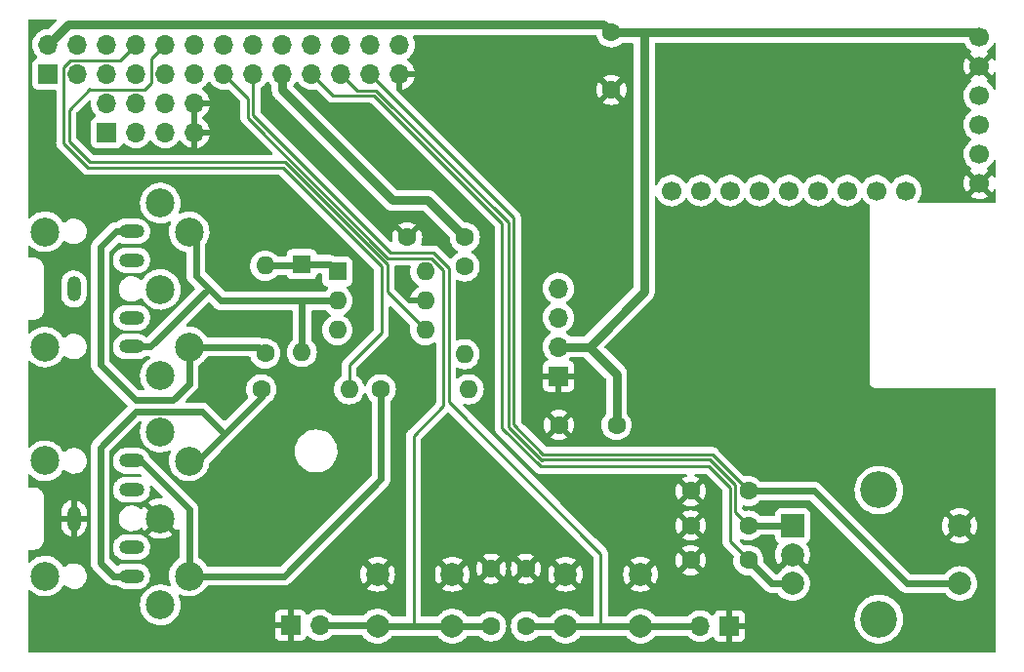
<source format=gtl>
G04 #@! TF.GenerationSoftware,KiCad,Pcbnew,(6.0.5)*
G04 #@! TF.CreationDate,2022-12-20T10:26:33+00:00*
G04 #@! TF.ProjectId,RPi-V1-MiniDexed-IOBoard,5250692d-5631-42d4-9d69-6e6944657865,rev?*
G04 #@! TF.SameCoordinates,Original*
G04 #@! TF.FileFunction,Copper,L1,Top*
G04 #@! TF.FilePolarity,Positive*
%FSLAX46Y46*%
G04 Gerber Fmt 4.6, Leading zero omitted, Abs format (unit mm)*
G04 Created by KiCad (PCBNEW (6.0.5)) date 2022-12-20 10:26:33*
%MOMM*%
%LPD*%
G01*
G04 APERTURE LIST*
G04 #@! TA.AperFunction,ComponentPad*
%ADD10C,1.600000*%
G04 #@! TD*
G04 #@! TA.AperFunction,ComponentPad*
%ADD11R,1.700000X1.700000*%
G04 #@! TD*
G04 #@! TA.AperFunction,ComponentPad*
%ADD12O,1.700000X1.700000*%
G04 #@! TD*
G04 #@! TA.AperFunction,ComponentPad*
%ADD13C,1.700000*%
G04 #@! TD*
G04 #@! TA.AperFunction,ComponentPad*
%ADD14O,2.200000X1.200000*%
G04 #@! TD*
G04 #@! TA.AperFunction,ComponentPad*
%ADD15O,1.200000X2.200000*%
G04 #@! TD*
G04 #@! TA.AperFunction,ComponentPad*
%ADD16O,1.600000X1.600000*%
G04 #@! TD*
G04 #@! TA.AperFunction,ComponentPad*
%ADD17R,2.000000X2.000000*%
G04 #@! TD*
G04 #@! TA.AperFunction,ComponentPad*
%ADD18C,2.000000*%
G04 #@! TD*
G04 #@! TA.AperFunction,ComponentPad*
%ADD19C,3.200000*%
G04 #@! TD*
G04 #@! TA.AperFunction,WasherPad*
%ADD20C,2.499360*%
G04 #@! TD*
G04 #@! TA.AperFunction,ComponentPad*
%ADD21C,2.499360*%
G04 #@! TD*
G04 #@! TA.AperFunction,ComponentPad*
%ADD22R,1.600000X1.600000*%
G04 #@! TD*
G04 #@! TA.AperFunction,Conductor*
%ADD23C,0.800000*%
G04 #@! TD*
G04 #@! TA.AperFunction,Conductor*
%ADD24C,0.254000*%
G04 #@! TD*
G04 #@! TA.AperFunction,Conductor*
%ADD25C,0.600000*%
G04 #@! TD*
G04 APERTURE END LIST*
D10*
X184190000Y-178210000D03*
X184190000Y-173210000D03*
D11*
X166785000Y-178120000D03*
D12*
X169325000Y-178120000D03*
D13*
X226522000Y-139764200D03*
X226522000Y-137224200D03*
X226522000Y-134684200D03*
X226522000Y-132144200D03*
X226522000Y-129604200D03*
X226522000Y-127064200D03*
X199852000Y-140399200D03*
X202392000Y-140399200D03*
X204932000Y-140399200D03*
X207472000Y-140399200D03*
X210012000Y-140399200D03*
X212552000Y-140399200D03*
X215092000Y-140399200D03*
X217632000Y-140399200D03*
X220172000Y-140399200D03*
D14*
X153000000Y-143930000D03*
X153000000Y-146430000D03*
D15*
X148000000Y-148930000D03*
D14*
X153000000Y-153930000D03*
X153000000Y-151430000D03*
D10*
X174625000Y-157632400D03*
D16*
X182245000Y-157632400D03*
D10*
X164261800Y-157632400D03*
D16*
X171881800Y-157632400D03*
D17*
X210330000Y-169490000D03*
D18*
X210330000Y-174490000D03*
X210330000Y-171990000D03*
D19*
X217830000Y-177590000D03*
X217830000Y-166390000D03*
D18*
X224830000Y-174490000D03*
X224830000Y-169490000D03*
D20*
X145502300Y-153971260D03*
X145502300Y-143968740D03*
D21*
X155497200Y-156468080D03*
X155499740Y-148970000D03*
X155497200Y-141471920D03*
X157999100Y-153966180D03*
X157999100Y-143973820D03*
D10*
X164592000Y-154533600D03*
D16*
X164592000Y-146913600D03*
D22*
X167767000Y-146786600D03*
D16*
X167767000Y-154406600D03*
D10*
X206500000Y-169470000D03*
X201500000Y-169470000D03*
X187210000Y-178210000D03*
X187210000Y-173210000D03*
X195070000Y-160730000D03*
X190070000Y-160730000D03*
X206500000Y-166470000D03*
X201500000Y-166470000D03*
D14*
X153000000Y-163850000D03*
X153000000Y-166350000D03*
D15*
X148000000Y-168850000D03*
D14*
X153000000Y-173850000D03*
X153000000Y-171350000D03*
D11*
X204855000Y-178190000D03*
D12*
X202315000Y-178190000D03*
D11*
X190040000Y-156490000D03*
D12*
X190040000Y-153950000D03*
X190040000Y-151410000D03*
X190040000Y-148870000D03*
D10*
X181889400Y-146964400D03*
D16*
X181889400Y-154584400D03*
D20*
X145502300Y-163848740D03*
X145502300Y-173851260D03*
D21*
X155497200Y-176348080D03*
X155499740Y-168850000D03*
X155497200Y-161351920D03*
X157999100Y-173846180D03*
X157999100Y-163853820D03*
D18*
X197150000Y-173700000D03*
X190650000Y-173700000D03*
X190650000Y-178200000D03*
X197150000Y-178200000D03*
D10*
X181900000Y-144440000D03*
X176900000Y-144440000D03*
D22*
X170850400Y-147411600D03*
D16*
X170850400Y-149951600D03*
X170850400Y-152491600D03*
X178470400Y-152491600D03*
X178470400Y-149951600D03*
X178470400Y-147411600D03*
D18*
X174330000Y-173700000D03*
X180830000Y-173700000D03*
X174330000Y-178200000D03*
X180830000Y-178200000D03*
D10*
X194614800Y-126644400D03*
X194614800Y-131644400D03*
X206500000Y-172470000D03*
X201500000Y-172470000D03*
D11*
X145755360Y-130279140D03*
D12*
X145755360Y-127739140D03*
X148295360Y-130279140D03*
X148295360Y-127739140D03*
X150835360Y-130279140D03*
X150835360Y-127739140D03*
X153375360Y-130279140D03*
X153375360Y-127739140D03*
X155915360Y-130279140D03*
X155915360Y-127739140D03*
X158455360Y-130279140D03*
X158455360Y-127739140D03*
X160995360Y-130279140D03*
X160995360Y-127739140D03*
X163535360Y-130279140D03*
X163535360Y-127739140D03*
X166075360Y-130279140D03*
X166075360Y-127739140D03*
X168615360Y-130279140D03*
X168615360Y-127739140D03*
X171155360Y-130279140D03*
X171155360Y-127739140D03*
X173695360Y-130279140D03*
X173695360Y-127739140D03*
X176235360Y-130279140D03*
X176235360Y-127739140D03*
D11*
X150835360Y-135359140D03*
D12*
X150835360Y-132819140D03*
X153375360Y-135359140D03*
X153375360Y-132819140D03*
X155915360Y-135359140D03*
X155915360Y-132819140D03*
X158455360Y-135359140D03*
X158455360Y-132819140D03*
D23*
X195070000Y-156330000D02*
X195070000Y-160730000D01*
X197464400Y-126644400D02*
X226102200Y-126644400D01*
X150037800Y-125958600D02*
X150056850Y-125977650D01*
X197464400Y-149175600D02*
X192690000Y-153950000D01*
X194614800Y-126644400D02*
X197464400Y-126644400D01*
X197464400Y-126644400D02*
X197464400Y-149175600D01*
X193948050Y-125977650D02*
X194614800Y-126644400D01*
X192690000Y-153950000D02*
X195070000Y-156330000D01*
X145755360Y-127739140D02*
X147535900Y-125958600D01*
X150056850Y-125977650D02*
X193948050Y-125977650D01*
X226102200Y-126644400D02*
X226522000Y-127064200D01*
X192690000Y-153950000D02*
X190040000Y-153950000D01*
X147535900Y-125958600D02*
X150037800Y-125958600D01*
X175645000Y-141245000D02*
X178705000Y-141245000D01*
X166075360Y-131675360D02*
X175645000Y-141245000D01*
X178705000Y-141245000D02*
X181900000Y-144440000D01*
X166075360Y-130279140D02*
X166075360Y-131675360D01*
D24*
X147706571Y-129102629D02*
X147118849Y-129690351D01*
X171881800Y-157632400D02*
X171881800Y-155498200D01*
X171881800Y-155498200D02*
X174680000Y-152700000D01*
X174680000Y-146969788D02*
X174680000Y-152700000D01*
X166104974Y-138394762D02*
X174680000Y-146969788D01*
X153375360Y-127739140D02*
X152011871Y-129102629D01*
X147118849Y-129690351D02*
X147118849Y-136268951D01*
X149200904Y-138394762D02*
X166104974Y-138394762D01*
X147096971Y-136290829D02*
X149200904Y-138394762D01*
X152011871Y-129102629D02*
X147706571Y-129102629D01*
X147118849Y-136268951D02*
X147096971Y-136290829D01*
X155915360Y-127739140D02*
X154692350Y-128962150D01*
X147572369Y-133377031D02*
X147572369Y-135637631D01*
X166292828Y-137941242D02*
X175179400Y-146827814D01*
X175179400Y-149200600D02*
X178470400Y-152491600D01*
X147572369Y-136124853D02*
X149388758Y-137941242D01*
X149402800Y-131597400D02*
X149377400Y-131572000D01*
X175179400Y-146827814D02*
X175179400Y-149200600D01*
X154101800Y-131597400D02*
X149402800Y-131597400D01*
X147572369Y-135637631D02*
X147572369Y-135862969D01*
X147572369Y-135862969D02*
X147572369Y-136124853D01*
X149388758Y-137941242D02*
X166292828Y-137941242D01*
X149377400Y-131572000D02*
X147572369Y-133377031D01*
X154692350Y-131006850D02*
X154101800Y-131597400D01*
X154692350Y-128962150D02*
X154692350Y-131006850D01*
X147572369Y-135637631D02*
X147572369Y-136124853D01*
D25*
X184180000Y-178200000D02*
X184190000Y-178210000D01*
X180830000Y-178200000D02*
X182590000Y-178200000D01*
D24*
X177450000Y-161690000D02*
X177450000Y-166890000D01*
D25*
X169325000Y-178120000D02*
X174250000Y-178120000D01*
X177450000Y-178200000D02*
X180830000Y-178200000D01*
X182590000Y-178200000D02*
X184180000Y-178200000D01*
D24*
X179013520Y-146243520D02*
X180050000Y-147280000D01*
X160995360Y-130279140D02*
X163081840Y-132365620D01*
D25*
X174330000Y-178200000D02*
X177450000Y-178200000D01*
D24*
X180050000Y-147280000D02*
X180050000Y-159090000D01*
X163081840Y-134088880D02*
X175236480Y-146243520D01*
X163081840Y-132365620D02*
X163081840Y-134088880D01*
X177450000Y-166890000D02*
X177450000Y-178200000D01*
X175236480Y-146243520D02*
X179013520Y-146243520D01*
X180050000Y-159090000D02*
X177450000Y-161690000D01*
D25*
X174250000Y-178120000D02*
X174330000Y-178200000D01*
D24*
X163535360Y-133825360D02*
X175500000Y-145790000D01*
X180503520Y-147092146D02*
X180503520Y-158733520D01*
D25*
X190650000Y-178200000D02*
X193670000Y-178200000D01*
X187210000Y-178210000D02*
X188870000Y-178210000D01*
D24*
X163535360Y-130279140D02*
X163535360Y-133825360D01*
X179201374Y-145790000D02*
X180503520Y-147092146D01*
X193670000Y-171900000D02*
X193670000Y-178200000D01*
D25*
X188870000Y-178210000D02*
X190640000Y-178210000D01*
D24*
X175500000Y-145790000D02*
X179201374Y-145790000D01*
D25*
X197150000Y-178200000D02*
X202305000Y-178200000D01*
X190640000Y-178210000D02*
X190650000Y-178200000D01*
D24*
X180503520Y-158733520D02*
X193670000Y-171900000D01*
D25*
X193670000Y-178200000D02*
X197150000Y-178200000D01*
X202305000Y-178200000D02*
X202315000Y-178190000D01*
D24*
X170476630Y-132140410D02*
X168615360Y-130279140D01*
D25*
X208520000Y-174490000D02*
X206500000Y-172470000D01*
D24*
X206500000Y-172470000D02*
X204891480Y-170861480D01*
X204891480Y-166144228D02*
X203088626Y-164341374D01*
X188478626Y-164341374D02*
X185150000Y-161012748D01*
X174025256Y-132140410D02*
X170476630Y-132140410D01*
D25*
X210330000Y-174490000D02*
X208520000Y-174490000D01*
D24*
X174032146Y-132133520D02*
X174025256Y-132140410D01*
X203088626Y-164341374D02*
X188478626Y-164341374D01*
X185150000Y-161012748D02*
X185150000Y-143251374D01*
X204891480Y-170861480D02*
X204891480Y-166144228D01*
X185150000Y-143251374D02*
X174032146Y-132133520D01*
X206500000Y-169470000D02*
X205345000Y-168315000D01*
X172563110Y-131686890D02*
X171155360Y-130279140D01*
X185680000Y-160901374D02*
X185680000Y-143140000D01*
X172570000Y-131680000D02*
X172563110Y-131686890D01*
X174220000Y-131680000D02*
X172570000Y-131680000D01*
D25*
X206500000Y-169470000D02*
X210310000Y-169470000D01*
D24*
X185680000Y-143140000D02*
X174220000Y-131680000D01*
X205345000Y-168315000D02*
X205345000Y-165956374D01*
X203122146Y-163733520D02*
X188645106Y-163733520D01*
X188578626Y-163800000D02*
X185680000Y-160901374D01*
X205345000Y-165956374D02*
X203122146Y-163733520D01*
D25*
X210310000Y-169470000D02*
X210330000Y-169490000D01*
D24*
X188645106Y-163733520D02*
X188578626Y-163800000D01*
D25*
X220220000Y-174490000D02*
X224830000Y-174490000D01*
D24*
X186133520Y-142717300D02*
X186133520Y-160713520D01*
X203360000Y-163280000D02*
X203360000Y-163330000D01*
D25*
X212200000Y-166470000D02*
X220220000Y-174490000D01*
D24*
X203360000Y-163330000D02*
X206500000Y-166470000D01*
X186133520Y-160713520D02*
X188700000Y-163280000D01*
X173695360Y-130279140D02*
X186133520Y-142717300D01*
D25*
X206500000Y-166470000D02*
X212200000Y-166470000D01*
D24*
X188700000Y-163280000D02*
X203360000Y-163280000D01*
D25*
X167640000Y-146913600D02*
X167767000Y-146786600D01*
X167767000Y-146786600D02*
X170225400Y-146786600D01*
X164592000Y-146913600D02*
X167640000Y-146913600D01*
X170225400Y-146786600D02*
X170850400Y-147411600D01*
X167929400Y-149951600D02*
X167767000Y-150114000D01*
X167929400Y-149951600D02*
X170850400Y-149951600D01*
X159697500Y-148902500D02*
X160746600Y-149951600D01*
X158584900Y-147789900D02*
X159697500Y-148902500D01*
X159697500Y-148902500D02*
X154670000Y-153930000D01*
X160746600Y-149951600D02*
X167929400Y-149951600D01*
X167767000Y-150114000D02*
X167767000Y-154406600D01*
X158584900Y-143974820D02*
X158584900Y-147789900D01*
X154670000Y-153930000D02*
X153000000Y-153930000D01*
X153357271Y-159602729D02*
X150280000Y-162680000D01*
X159122729Y-159602729D02*
X153357271Y-159602729D01*
X161060160Y-161540160D02*
X159122729Y-159602729D01*
X164261800Y-158338520D02*
X164261800Y-157632400D01*
X151430000Y-173850000D02*
X153000000Y-173850000D01*
X150280000Y-162680000D02*
X150280000Y-172700000D01*
X161060160Y-161540160D02*
X164261800Y-158338520D01*
X150280000Y-172700000D02*
X151430000Y-173850000D01*
X158737300Y-163863020D02*
X161060160Y-161540160D01*
X156610000Y-158560000D02*
X157999100Y-157170900D01*
X164025580Y-153967180D02*
X164592000Y-154533600D01*
X153000000Y-143930000D02*
X151660000Y-143930000D01*
X150300000Y-145290000D02*
X150300000Y-155520000D01*
X151660000Y-143930000D02*
X150300000Y-145290000D01*
X158584900Y-153967180D02*
X164025580Y-153967180D01*
X153340000Y-158560000D02*
X156610000Y-158560000D01*
X150300000Y-155520000D02*
X153340000Y-158560000D01*
X157999100Y-157170900D02*
X157999100Y-153966180D01*
X157999100Y-168069100D02*
X153780000Y-163850000D01*
X166233820Y-173846180D02*
X157999100Y-173846180D01*
X174625000Y-157632400D02*
X174625000Y-165455000D01*
X174625000Y-165455000D02*
X166233820Y-173846180D01*
X157999100Y-168260900D02*
X157999100Y-173846180D01*
X153780000Y-163850000D02*
X153000000Y-163850000D01*
G04 #@! TA.AperFunction,Conductor*
G36*
X146465118Y-125528502D02*
G01*
X146511611Y-125582158D01*
X146521715Y-125652432D01*
X146492221Y-125717012D01*
X146486092Y-125723595D01*
X145865874Y-126343813D01*
X145803562Y-126377839D01*
X145775240Y-126380709D01*
X145665441Y-126379368D01*
X145665439Y-126379368D01*
X145660271Y-126379305D01*
X145439451Y-126413095D01*
X145227116Y-126482497D01*
X145028967Y-126585647D01*
X145024834Y-126588750D01*
X145024831Y-126588752D01*
X144976684Y-126624902D01*
X144850325Y-126719775D01*
X144695989Y-126881278D01*
X144693075Y-126885550D01*
X144693074Y-126885551D01*
X144642419Y-126959808D01*
X144570103Y-127065820D01*
X144476048Y-127268445D01*
X144416349Y-127483710D01*
X144392611Y-127705835D01*
X144392908Y-127710988D01*
X144392908Y-127710991D01*
X144398371Y-127805730D01*
X144405470Y-127928855D01*
X144406607Y-127933901D01*
X144406608Y-127933907D01*
X144411907Y-127957419D01*
X144454582Y-128146779D01*
X144538626Y-128353756D01*
X144577852Y-128417767D01*
X144652651Y-128539828D01*
X144655347Y-128544228D01*
X144801610Y-128713078D01*
X144805590Y-128716382D01*
X144810341Y-128720327D01*
X144849976Y-128779230D01*
X144851473Y-128850211D01*
X144814357Y-128910733D01*
X144774085Y-128935252D01*
X144685455Y-128968478D01*
X144658655Y-128978525D01*
X144542099Y-129065879D01*
X144454745Y-129182435D01*
X144403615Y-129318824D01*
X144396860Y-129381006D01*
X144396860Y-131177274D01*
X144403615Y-131239456D01*
X144454745Y-131375845D01*
X144542099Y-131492401D01*
X144658655Y-131579755D01*
X144795044Y-131630885D01*
X144857226Y-131637640D01*
X146357349Y-131637640D01*
X146425470Y-131657642D01*
X146471963Y-131711298D01*
X146483349Y-131763640D01*
X146483349Y-136092765D01*
X146481798Y-136112476D01*
X146473037Y-136167789D01*
X146471556Y-136175555D01*
X146459263Y-136230548D01*
X146459512Y-136238471D01*
X146459512Y-136238472D01*
X146459524Y-136238839D01*
X146458034Y-136262511D01*
X146456736Y-136270708D01*
X146457482Y-136278600D01*
X146457482Y-136278603D01*
X146462039Y-136326808D01*
X146462536Y-136334708D01*
X146463530Y-136366338D01*
X146464306Y-136391034D01*
X146466516Y-136398641D01*
X146466516Y-136398642D01*
X146466622Y-136399005D01*
X146471066Y-136422303D01*
X146471847Y-136430561D01*
X146490932Y-136483571D01*
X146493378Y-136491100D01*
X146506889Y-136537607D01*
X146506891Y-136537611D01*
X146509102Y-136545222D01*
X146513136Y-136552043D01*
X146513330Y-136552371D01*
X146523424Y-136573823D01*
X146526236Y-136581633D01*
X146532141Y-136590321D01*
X146557912Y-136628242D01*
X146562155Y-136634928D01*
X146586801Y-136676604D01*
X146586805Y-136676609D01*
X146590837Y-136683427D01*
X146596698Y-136689288D01*
X146611817Y-136707563D01*
X146616486Y-136714433D01*
X146622434Y-136719677D01*
X146622435Y-136719678D01*
X146658770Y-136751711D01*
X146664540Y-136757130D01*
X148695654Y-138788245D01*
X148703230Y-138796571D01*
X148707351Y-138803065D01*
X148713126Y-138808488D01*
X148757169Y-138849847D01*
X148760011Y-138852602D01*
X148779810Y-138872401D01*
X148782941Y-138874830D01*
X148782946Y-138874834D01*
X148783032Y-138874901D01*
X148792057Y-138882609D01*
X148824398Y-138912979D01*
X148831343Y-138916797D01*
X148831347Y-138916800D01*
X148842238Y-138922788D01*
X148858759Y-138933640D01*
X148874838Y-138946112D01*
X148915559Y-138963733D01*
X148926215Y-138968954D01*
X148958149Y-138986510D01*
X148958155Y-138986512D01*
X148965101Y-138990331D01*
X148972776Y-138992302D01*
X148972782Y-138992304D01*
X148984815Y-138995393D01*
X149003517Y-139001796D01*
X149022196Y-139009879D01*
X149030022Y-139011119D01*
X149030027Y-139011120D01*
X149066024Y-139016822D01*
X149077644Y-139019228D01*
X149112941Y-139028290D01*
X149120622Y-139030262D01*
X149140970Y-139030262D01*
X149160682Y-139031813D01*
X149180784Y-139034997D01*
X149224959Y-139030821D01*
X149236818Y-139030262D01*
X165789552Y-139030262D01*
X165857673Y-139050264D01*
X165878647Y-139067167D01*
X174007595Y-147196116D01*
X174041621Y-147258428D01*
X174044500Y-147285211D01*
X174044500Y-152384577D01*
X174024498Y-152452698D01*
X174007595Y-152473672D01*
X171488317Y-154992950D01*
X171479991Y-155000526D01*
X171473497Y-155004647D01*
X171441769Y-155038434D01*
X171426715Y-155054465D01*
X171423960Y-155057307D01*
X171404161Y-155077106D01*
X171401737Y-155080231D01*
X171401729Y-155080240D01*
X171401663Y-155080326D01*
X171393955Y-155089351D01*
X171363583Y-155121694D01*
X171359765Y-155128638D01*
X171359764Y-155128640D01*
X171353778Y-155139529D01*
X171342927Y-155156047D01*
X171330450Y-155172133D01*
X171312824Y-155212866D01*
X171307607Y-155223514D01*
X171286231Y-155262397D01*
X171284260Y-155270072D01*
X171284258Y-155270078D01*
X171281169Y-155282111D01*
X171274766Y-155300813D01*
X171266683Y-155319492D01*
X171265444Y-155327317D01*
X171259740Y-155363327D01*
X171257335Y-155374940D01*
X171246300Y-155417918D01*
X171246300Y-155438265D01*
X171244749Y-155457976D01*
X171241565Y-155478079D01*
X171242311Y-155485971D01*
X171245741Y-155522256D01*
X171246300Y-155534114D01*
X171246300Y-156414407D01*
X171226298Y-156482528D01*
X171192572Y-156517619D01*
X171140035Y-156554406D01*
X171042011Y-156623043D01*
X171042008Y-156623045D01*
X171037500Y-156626202D01*
X170875602Y-156788100D01*
X170744277Y-156975651D01*
X170741954Y-156980633D01*
X170741951Y-156980638D01*
X170654788Y-157167562D01*
X170647516Y-157183157D01*
X170646094Y-157188464D01*
X170646093Y-157188467D01*
X170593520Y-157384672D01*
X170588257Y-157404313D01*
X170568302Y-157632400D01*
X170588257Y-157860487D01*
X170589681Y-157865800D01*
X170589681Y-157865802D01*
X170607351Y-157931745D01*
X170647516Y-158081643D01*
X170649839Y-158086624D01*
X170649839Y-158086625D01*
X170741951Y-158284162D01*
X170741954Y-158284167D01*
X170744277Y-158289149D01*
X170762193Y-158314735D01*
X170871112Y-158470287D01*
X170875602Y-158476700D01*
X171037500Y-158638598D01*
X171042008Y-158641755D01*
X171042011Y-158641757D01*
X171120189Y-158696498D01*
X171225051Y-158769923D01*
X171230033Y-158772246D01*
X171230038Y-158772249D01*
X171427575Y-158864361D01*
X171432557Y-158866684D01*
X171437865Y-158868106D01*
X171437867Y-158868107D01*
X171648398Y-158924519D01*
X171648400Y-158924519D01*
X171653713Y-158925943D01*
X171881800Y-158945898D01*
X172109887Y-158925943D01*
X172115200Y-158924519D01*
X172115202Y-158924519D01*
X172325733Y-158868107D01*
X172325735Y-158868106D01*
X172331043Y-158866684D01*
X172336025Y-158864361D01*
X172533562Y-158772249D01*
X172533567Y-158772246D01*
X172538549Y-158769923D01*
X172643411Y-158696498D01*
X172721589Y-158641757D01*
X172721592Y-158641755D01*
X172726100Y-158638598D01*
X172887998Y-158476700D01*
X172892489Y-158470287D01*
X173001407Y-158314735D01*
X173019323Y-158289149D01*
X173021646Y-158284167D01*
X173021649Y-158284162D01*
X173113761Y-158086625D01*
X173113761Y-158086624D01*
X173116084Y-158081643D01*
X173131693Y-158023388D01*
X173168645Y-157962767D01*
X173232506Y-157931745D01*
X173303000Y-157940174D01*
X173357747Y-157985377D01*
X173375106Y-158023388D01*
X173390716Y-158081643D01*
X173393039Y-158086624D01*
X173393039Y-158086625D01*
X173485151Y-158284162D01*
X173485154Y-158284167D01*
X173487477Y-158289149D01*
X173505393Y-158314735D01*
X173614312Y-158470287D01*
X173618802Y-158476700D01*
X173779595Y-158637493D01*
X173813621Y-158699805D01*
X173816500Y-158726588D01*
X173816500Y-165067918D01*
X173796498Y-165136039D01*
X173779595Y-165157013D01*
X165935833Y-173000775D01*
X165873521Y-173034801D01*
X165846738Y-173037680D01*
X159635300Y-173037680D01*
X159567179Y-173017678D01*
X159525907Y-172974203D01*
X159463103Y-172864318D01*
X159463101Y-172864316D01*
X159460784Y-172860261D01*
X159299001Y-172655040D01*
X159186271Y-172548994D01*
X159112062Y-172479185D01*
X159112059Y-172479183D01*
X159108661Y-172475986D01*
X158948831Y-172365108D01*
X158897782Y-172329694D01*
X158897781Y-172329693D01*
X158893946Y-172327033D01*
X158889752Y-172324965D01*
X158889749Y-172324963D01*
X158877871Y-172319105D01*
X158825622Y-172271037D01*
X158807600Y-172206100D01*
X158807600Y-168215290D01*
X158805662Y-168198013D01*
X158805799Y-168171830D01*
X158806651Y-168168254D01*
X158806946Y-168140138D01*
X158807711Y-168067026D01*
X158808550Y-167986879D01*
X158770219Y-167809589D01*
X158720031Y-167701961D01*
X158696537Y-167651577D01*
X158696535Y-167651574D01*
X158693562Y-167645198D01*
X158607021Y-167533630D01*
X156587338Y-165513947D01*
X154562372Y-163488980D01*
X154536766Y-163452037D01*
X154506947Y-163386454D01*
X154465326Y-163294913D01*
X154342946Y-163122389D01*
X154190150Y-162976119D01*
X154012452Y-162861380D01*
X153921926Y-162824897D01*
X153821832Y-162784558D01*
X153821829Y-162784557D01*
X153816263Y-162782314D01*
X153608663Y-162741772D01*
X153603101Y-162741500D01*
X152447154Y-162741500D01*
X152289434Y-162756548D01*
X152086466Y-162816092D01*
X152081139Y-162818836D01*
X152081138Y-162818836D01*
X151903751Y-162910196D01*
X151903748Y-162910198D01*
X151898420Y-162912942D01*
X151732080Y-163043604D01*
X151728148Y-163048135D01*
X151728145Y-163048138D01*
X151609555Y-163184802D01*
X151593448Y-163203363D01*
X151590448Y-163208549D01*
X151590445Y-163208553D01*
X151540795Y-163294377D01*
X151487527Y-163386454D01*
X151418139Y-163586271D01*
X151417278Y-163592206D01*
X151417278Y-163592208D01*
X151394974Y-163746039D01*
X151387787Y-163795604D01*
X151397567Y-164006899D01*
X151398971Y-164012724D01*
X151398971Y-164012725D01*
X151443888Y-164199101D01*
X151447125Y-164212534D01*
X151449607Y-164217992D01*
X151449608Y-164217996D01*
X151493053Y-164313546D01*
X151534674Y-164405087D01*
X151657054Y-164577611D01*
X151809850Y-164723881D01*
X151987548Y-164838620D01*
X152036683Y-164858422D01*
X152178168Y-164915442D01*
X152178171Y-164915443D01*
X152183737Y-164917686D01*
X152391337Y-164958228D01*
X152396899Y-164958500D01*
X153552846Y-164958500D01*
X153617283Y-164952352D01*
X153669273Y-164947392D01*
X153738986Y-164960833D01*
X153770335Y-164983727D01*
X153838363Y-165051755D01*
X153872389Y-165114067D01*
X153867324Y-165184882D01*
X153824777Y-165241718D01*
X153758257Y-165266529D01*
X153725118Y-165264514D01*
X153652358Y-165250305D01*
X153608663Y-165241772D01*
X153603101Y-165241500D01*
X152447154Y-165241500D01*
X152289434Y-165256548D01*
X152086466Y-165316092D01*
X152081139Y-165318836D01*
X152081138Y-165318836D01*
X151903751Y-165410196D01*
X151903748Y-165410198D01*
X151898420Y-165412942D01*
X151732080Y-165543604D01*
X151728148Y-165548135D01*
X151728145Y-165548138D01*
X151649019Y-165639323D01*
X151593448Y-165703363D01*
X151590448Y-165708549D01*
X151590445Y-165708553D01*
X151511541Y-165844945D01*
X151487527Y-165886454D01*
X151418139Y-166086271D01*
X151417278Y-166092206D01*
X151417278Y-166092208D01*
X151394765Y-166247481D01*
X151387787Y-166295604D01*
X151397567Y-166506899D01*
X151398971Y-166512724D01*
X151398971Y-166512725D01*
X151445689Y-166706574D01*
X151447125Y-166712534D01*
X151449607Y-166717992D01*
X151449608Y-166717996D01*
X151493053Y-166813546D01*
X151534674Y-166905087D01*
X151657054Y-167077611D01*
X151809850Y-167223881D01*
X151987548Y-167338620D01*
X151993114Y-167340863D01*
X152178168Y-167415442D01*
X152178171Y-167415443D01*
X152183737Y-167417686D01*
X152391337Y-167458228D01*
X152396899Y-167458500D01*
X153552846Y-167458500D01*
X153710566Y-167443452D01*
X153913534Y-167383908D01*
X153918862Y-167381164D01*
X154096249Y-167289804D01*
X154096252Y-167289802D01*
X154101580Y-167287058D01*
X154267920Y-167156396D01*
X154271852Y-167151865D01*
X154271855Y-167151862D01*
X154394002Y-167011100D01*
X154406552Y-166996637D01*
X154409552Y-166991451D01*
X154409555Y-166991447D01*
X154509467Y-166818742D01*
X154512473Y-166813546D01*
X154581861Y-166613729D01*
X154604090Y-166460420D01*
X154611352Y-166410336D01*
X154611352Y-166410333D01*
X154612213Y-166404396D01*
X154602433Y-166193101D01*
X154593599Y-166156444D01*
X154587487Y-166131082D01*
X154590972Y-166060171D01*
X154632242Y-166002401D01*
X154698193Y-165976115D01*
X154767886Y-165989656D01*
X154799075Y-166012467D01*
X155664581Y-166877973D01*
X155698607Y-166940285D01*
X155693542Y-167011100D01*
X155650995Y-167067936D01*
X155584475Y-167092747D01*
X155573837Y-167093057D01*
X155396812Y-167090740D01*
X155387500Y-167091310D01*
X155137903Y-167125278D01*
X155128785Y-167127216D01*
X154886960Y-167197702D01*
X154878207Y-167200974D01*
X154649456Y-167306430D01*
X154641301Y-167310950D01*
X154462325Y-167428292D01*
X154453187Y-167439034D01*
X154457760Y-167448810D01*
X156899422Y-169890472D01*
X156911802Y-169897232D01*
X156920143Y-169890988D01*
X156958629Y-169831155D01*
X157012303Y-169784684D01*
X157082581Y-169774608D01*
X157147150Y-169804126D01*
X157185510Y-169863868D01*
X157190600Y-169899318D01*
X157190600Y-172205734D01*
X157170598Y-172273855D01*
X157133685Y-172311106D01*
X156929700Y-172444845D01*
X156929695Y-172444848D01*
X156925787Y-172447411D01*
X156730825Y-172621421D01*
X156563725Y-172822337D01*
X156561302Y-172826330D01*
X156438778Y-173028243D01*
X156428157Y-173045745D01*
X156426348Y-173050059D01*
X156426346Y-173050063D01*
X156334524Y-173269035D01*
X156327101Y-173286737D01*
X156262776Y-173540019D01*
X156236594Y-173800027D01*
X156249132Y-174061049D01*
X156300114Y-174317351D01*
X156388419Y-174563301D01*
X156390636Y-174567427D01*
X156394985Y-174575521D01*
X156409608Y-174644995D01*
X156384350Y-174711347D01*
X156327228Y-174753509D01*
X156256380Y-174758096D01*
X156228265Y-174748165D01*
X156161861Y-174715418D01*
X156161858Y-174715417D01*
X156157673Y-174713353D01*
X156151407Y-174711347D01*
X156004762Y-174664406D01*
X155908790Y-174633685D01*
X155904183Y-174632935D01*
X155904180Y-174632934D01*
X155655476Y-174592430D01*
X155655477Y-174592430D01*
X155650865Y-174591679D01*
X155524180Y-174590021D01*
X155394242Y-174588320D01*
X155394239Y-174588320D01*
X155389565Y-174588259D01*
X155130629Y-174623498D01*
X155126139Y-174624807D01*
X155126133Y-174624808D01*
X155044947Y-174648472D01*
X154879746Y-174696624D01*
X154875499Y-174698582D01*
X154875496Y-174698583D01*
X154814482Y-174726711D01*
X154642427Y-174806029D01*
X154638518Y-174808592D01*
X154427800Y-174946745D01*
X154427795Y-174946748D01*
X154423887Y-174949311D01*
X154358172Y-175007964D01*
X154237716Y-175115475D01*
X154228925Y-175123321D01*
X154061825Y-175324237D01*
X153926257Y-175547645D01*
X153924448Y-175551959D01*
X153924446Y-175551963D01*
X153898941Y-175612787D01*
X153825201Y-175788637D01*
X153760876Y-176041919D01*
X153734694Y-176301927D01*
X153734918Y-176306593D01*
X153734918Y-176306598D01*
X153741192Y-176437197D01*
X153747232Y-176562949D01*
X153798214Y-176819251D01*
X153886519Y-177065201D01*
X153888736Y-177069327D01*
X154002614Y-177281264D01*
X154010208Y-177295398D01*
X154013003Y-177299142D01*
X154013005Y-177299144D01*
X154163772Y-177501046D01*
X154163777Y-177501052D01*
X154166564Y-177504784D01*
X154169873Y-177508064D01*
X154169878Y-177508070D01*
X154312352Y-177649305D01*
X154352152Y-177688759D01*
X154355914Y-177691517D01*
X154355917Y-177691520D01*
X154559120Y-177840515D01*
X154562894Y-177843282D01*
X154567037Y-177845462D01*
X154567039Y-177845463D01*
X154790012Y-177962775D01*
X154790017Y-177962777D01*
X154794162Y-177964958D01*
X154798585Y-177966503D01*
X154798586Y-177966503D01*
X155036457Y-178049571D01*
X155036463Y-178049573D01*
X155040874Y-178051113D01*
X155045467Y-178051985D01*
X155293021Y-178098985D01*
X155293024Y-178098985D01*
X155297610Y-178099856D01*
X155428171Y-178104986D01*
X155554064Y-178109933D01*
X155554070Y-178109933D01*
X155558732Y-178110116D01*
X155650746Y-178100039D01*
X155813848Y-178082177D01*
X155813854Y-178082176D01*
X155818501Y-178081667D01*
X156071212Y-178015133D01*
X156311314Y-177911978D01*
X156315294Y-177909515D01*
X156315298Y-177909513D01*
X156414887Y-177847885D01*
X165427000Y-177847885D01*
X165431475Y-177863124D01*
X165432865Y-177864329D01*
X165440548Y-177866000D01*
X166512885Y-177866000D01*
X166528124Y-177861525D01*
X166529329Y-177860135D01*
X166531000Y-177852452D01*
X166531000Y-176780116D01*
X166526525Y-176764877D01*
X166525135Y-176763672D01*
X166517452Y-176762001D01*
X165890331Y-176762001D01*
X165883510Y-176762371D01*
X165832648Y-176767895D01*
X165817396Y-176771521D01*
X165696946Y-176816676D01*
X165681351Y-176825214D01*
X165579276Y-176901715D01*
X165566715Y-176914276D01*
X165490214Y-177016351D01*
X165481676Y-177031946D01*
X165436522Y-177152394D01*
X165432895Y-177167649D01*
X165427369Y-177218514D01*
X165427000Y-177225328D01*
X165427000Y-177847885D01*
X156414887Y-177847885D01*
X156529557Y-177776925D01*
X156529561Y-177776922D01*
X156533530Y-177774466D01*
X156699148Y-177634260D01*
X156729414Y-177608638D01*
X156729415Y-177608637D01*
X156732980Y-177605619D01*
X156774532Y-177558238D01*
X156902200Y-177412661D01*
X156902203Y-177412656D01*
X156905282Y-177409146D01*
X156924695Y-177378966D01*
X157015593Y-177237648D01*
X157046651Y-177189363D01*
X157153981Y-176951099D01*
X157184885Y-176841522D01*
X157223645Y-176704092D01*
X157223646Y-176704089D01*
X157224915Y-176699588D01*
X157257894Y-176440354D01*
X157260310Y-176348080D01*
X157253763Y-176259977D01*
X157241290Y-176092128D01*
X157241289Y-176092124D01*
X157240944Y-176087476D01*
X157233035Y-176052521D01*
X157184301Y-175837154D01*
X157183270Y-175832597D01*
X157095728Y-175607482D01*
X157089681Y-175536745D01*
X157122837Y-175473966D01*
X157184671Y-175439079D01*
X157255550Y-175443160D01*
X157271818Y-175450303D01*
X157296062Y-175463058D01*
X157300485Y-175464603D01*
X157300486Y-175464603D01*
X157538357Y-175547671D01*
X157538363Y-175547673D01*
X157542774Y-175549213D01*
X157547367Y-175550085D01*
X157794921Y-175597085D01*
X157794924Y-175597085D01*
X157799510Y-175597956D01*
X157930071Y-175603086D01*
X158055964Y-175608033D01*
X158055970Y-175608033D01*
X158060632Y-175608216D01*
X158152646Y-175598139D01*
X158315748Y-175580277D01*
X158315754Y-175580276D01*
X158320401Y-175579767D01*
X158573112Y-175513233D01*
X158813214Y-175410078D01*
X158817194Y-175407615D01*
X158817198Y-175407613D01*
X159031457Y-175275025D01*
X159031461Y-175275022D01*
X159035430Y-175272566D01*
X159120437Y-175200602D01*
X159231314Y-175106738D01*
X159231315Y-175106737D01*
X159234880Y-175103719D01*
X159323310Y-175002884D01*
X159384886Y-174932670D01*
X173462160Y-174932670D01*
X173467887Y-174940320D01*
X173639042Y-175045205D01*
X173647837Y-175049687D01*
X173857988Y-175136734D01*
X173867373Y-175139783D01*
X174088554Y-175192885D01*
X174098301Y-175194428D01*
X174325070Y-175212275D01*
X174334930Y-175212275D01*
X174561699Y-175194428D01*
X174571446Y-175192885D01*
X174792627Y-175139783D01*
X174802012Y-175136734D01*
X175012163Y-175049687D01*
X175020958Y-175045205D01*
X175188445Y-174942568D01*
X175197907Y-174932110D01*
X175194124Y-174923334D01*
X174342812Y-174072022D01*
X174328868Y-174064408D01*
X174327035Y-174064539D01*
X174320420Y-174068790D01*
X173468920Y-174920290D01*
X173462160Y-174932670D01*
X159384886Y-174932670D01*
X159404100Y-174910761D01*
X159404103Y-174910756D01*
X159407182Y-174907246D01*
X159421109Y-174885594D01*
X159532436Y-174712517D01*
X159586110Y-174666046D01*
X159638407Y-174654680D01*
X166224606Y-174654680D01*
X166225926Y-174654687D01*
X166316041Y-174655631D01*
X166358417Y-174646469D01*
X166370983Y-174644411D01*
X166414075Y-174639577D01*
X166420726Y-174637261D01*
X166420730Y-174637260D01*
X166445750Y-174628547D01*
X166460562Y-174624384D01*
X166486439Y-174618789D01*
X166493330Y-174617299D01*
X166532633Y-174598972D01*
X166544409Y-174594190D01*
X166585372Y-174579925D01*
X166591347Y-174576191D01*
X166591350Y-174576190D01*
X166613815Y-174562153D01*
X166627332Y-174554814D01*
X166651334Y-174543621D01*
X166651335Y-174543620D01*
X166657722Y-174540642D01*
X166681089Y-174522517D01*
X166691973Y-174514074D01*
X166702432Y-174506778D01*
X166733224Y-174487538D01*
X166733227Y-174487536D01*
X166739196Y-174483806D01*
X166744192Y-174478845D01*
X166767999Y-174455204D01*
X166768624Y-174454619D01*
X166769290Y-174454102D01*
X166795280Y-174428112D01*
X166867902Y-174355995D01*
X166868560Y-174354958D01*
X166869663Y-174353729D01*
X167518462Y-173704930D01*
X172817725Y-173704930D01*
X172835572Y-173931699D01*
X172837115Y-173941446D01*
X172890217Y-174162627D01*
X172893266Y-174172012D01*
X172980313Y-174382163D01*
X172984795Y-174390958D01*
X173087432Y-174558445D01*
X173097890Y-174567907D01*
X173106666Y-174564124D01*
X173957978Y-173712812D01*
X173964356Y-173701132D01*
X174694408Y-173701132D01*
X174694539Y-173702965D01*
X174698790Y-173709580D01*
X175550290Y-174561080D01*
X175562670Y-174567840D01*
X175570320Y-174562113D01*
X175675205Y-174390958D01*
X175679687Y-174382163D01*
X175766734Y-174172012D01*
X175769783Y-174162627D01*
X175822885Y-173941446D01*
X175824428Y-173931699D01*
X175842275Y-173704930D01*
X175842275Y-173695070D01*
X175824428Y-173468301D01*
X175822885Y-173458554D01*
X175769783Y-173237373D01*
X175766734Y-173227988D01*
X175679687Y-173017837D01*
X175675205Y-173009042D01*
X175572568Y-172841555D01*
X175562110Y-172832093D01*
X175553334Y-172835876D01*
X174702022Y-173687188D01*
X174694408Y-173701132D01*
X173964356Y-173701132D01*
X173965592Y-173698868D01*
X173965461Y-173697035D01*
X173961210Y-173690420D01*
X173109710Y-172838920D01*
X173097330Y-172832160D01*
X173089680Y-172837887D01*
X172984795Y-173009042D01*
X172980313Y-173017837D01*
X172893266Y-173227988D01*
X172890217Y-173237373D01*
X172837115Y-173458554D01*
X172835572Y-173468301D01*
X172817725Y-173695070D01*
X172817725Y-173704930D01*
X167518462Y-173704930D01*
X168755502Y-172467890D01*
X173462093Y-172467890D01*
X173465876Y-172476666D01*
X174317188Y-173327978D01*
X174331132Y-173335592D01*
X174332965Y-173335461D01*
X174339580Y-173331210D01*
X175191080Y-172479710D01*
X175197840Y-172467330D01*
X175192113Y-172459680D01*
X175020958Y-172354795D01*
X175012163Y-172350313D01*
X174802012Y-172263266D01*
X174792627Y-172260217D01*
X174571446Y-172207115D01*
X174561699Y-172205572D01*
X174334930Y-172187725D01*
X174325070Y-172187725D01*
X174098301Y-172205572D01*
X174088554Y-172207115D01*
X173867373Y-172260217D01*
X173857988Y-172263266D01*
X173647837Y-172350313D01*
X173639042Y-172354795D01*
X173471555Y-172457432D01*
X173462093Y-172467890D01*
X168755502Y-172467890D01*
X175190110Y-166033281D01*
X175191047Y-166032353D01*
X175250474Y-165974158D01*
X175250475Y-165974156D01*
X175255507Y-165969229D01*
X175259322Y-165963309D01*
X175259327Y-165963303D01*
X175278994Y-165932786D01*
X175286427Y-165922441D01*
X175313476Y-165888557D01*
X175317005Y-165881258D01*
X175328072Y-165858363D01*
X175335602Y-165844945D01*
X175339116Y-165839493D01*
X175353765Y-165816762D01*
X175356173Y-165810145D01*
X175356176Y-165810140D01*
X175368592Y-165776027D01*
X175373553Y-165764284D01*
X175389353Y-165731600D01*
X175389356Y-165731591D01*
X175392421Y-165725251D01*
X175399966Y-165692572D01*
X175404334Y-165677825D01*
X175405813Y-165673762D01*
X175415803Y-165646315D01*
X175416685Y-165639330D01*
X175416687Y-165639323D01*
X175421237Y-165603308D01*
X175423472Y-165590757D01*
X175425693Y-165581136D01*
X175433225Y-165548515D01*
X175433275Y-165534423D01*
X175433367Y-165507926D01*
X175433396Y-165507057D01*
X175433500Y-165506231D01*
X175433500Y-165469714D01*
X175433675Y-165419566D01*
X175433846Y-165370664D01*
X175433846Y-165370658D01*
X175433858Y-165367130D01*
X175433589Y-165365927D01*
X175433500Y-165364283D01*
X175433500Y-158726588D01*
X175453502Y-158658467D01*
X175470405Y-158637493D01*
X175631198Y-158476700D01*
X175635689Y-158470287D01*
X175744607Y-158314735D01*
X175762523Y-158289149D01*
X175764846Y-158284167D01*
X175764849Y-158284162D01*
X175856961Y-158086625D01*
X175856961Y-158086624D01*
X175859284Y-158081643D01*
X175899450Y-157931745D01*
X175917119Y-157865802D01*
X175917119Y-157865800D01*
X175918543Y-157860487D01*
X175938498Y-157632400D01*
X175918543Y-157404313D01*
X175913280Y-157384672D01*
X175860707Y-157188467D01*
X175860706Y-157188464D01*
X175859284Y-157183157D01*
X175852012Y-157167562D01*
X175764849Y-156980638D01*
X175764846Y-156980633D01*
X175762523Y-156975651D01*
X175631198Y-156788100D01*
X175469300Y-156626202D01*
X175464792Y-156623045D01*
X175464789Y-156623043D01*
X175366765Y-156554406D01*
X175281749Y-156494877D01*
X175276767Y-156492554D01*
X175276762Y-156492551D01*
X175079225Y-156400439D01*
X175079224Y-156400439D01*
X175074243Y-156398116D01*
X175068935Y-156396694D01*
X175068933Y-156396693D01*
X174858402Y-156340281D01*
X174858400Y-156340281D01*
X174853087Y-156338857D01*
X174625000Y-156318902D01*
X174396913Y-156338857D01*
X174391600Y-156340281D01*
X174391598Y-156340281D01*
X174181067Y-156396693D01*
X174181065Y-156396694D01*
X174175757Y-156398116D01*
X174170776Y-156400439D01*
X174170775Y-156400439D01*
X173973238Y-156492551D01*
X173973233Y-156492554D01*
X173968251Y-156494877D01*
X173883235Y-156554406D01*
X173785211Y-156623043D01*
X173785208Y-156623045D01*
X173780700Y-156626202D01*
X173618802Y-156788100D01*
X173487477Y-156975651D01*
X173485154Y-156980633D01*
X173485151Y-156980638D01*
X173397988Y-157167562D01*
X173390716Y-157183157D01*
X173389294Y-157188464D01*
X173375107Y-157241411D01*
X173338155Y-157302033D01*
X173274294Y-157333055D01*
X173203800Y-157324626D01*
X173149053Y-157279423D01*
X173131693Y-157241411D01*
X173117506Y-157188464D01*
X173116084Y-157183157D01*
X173108812Y-157167562D01*
X173021649Y-156980638D01*
X173021646Y-156980633D01*
X173019323Y-156975651D01*
X172887998Y-156788100D01*
X172726100Y-156626202D01*
X172721592Y-156623045D01*
X172721589Y-156623043D01*
X172623565Y-156554406D01*
X172571029Y-156517620D01*
X172526701Y-156462163D01*
X172517300Y-156414407D01*
X172517300Y-155813622D01*
X172537302Y-155745501D01*
X172554205Y-155724527D01*
X175073477Y-153205255D01*
X175081803Y-153197678D01*
X175088303Y-153193553D01*
X175110286Y-153170144D01*
X175135100Y-153143719D01*
X175137855Y-153140877D01*
X175157638Y-153121094D01*
X175160129Y-153117883D01*
X175167838Y-153108856D01*
X175192789Y-153082286D01*
X175198217Y-153076506D01*
X175208022Y-153058671D01*
X175218876Y-153042147D01*
X175226491Y-153032330D01*
X175226492Y-153032329D01*
X175231349Y-153026067D01*
X175248973Y-152985341D01*
X175254192Y-152974689D01*
X175271749Y-152942753D01*
X175271751Y-152942748D01*
X175275569Y-152935803D01*
X175277539Y-152928129D01*
X175277542Y-152928122D01*
X175280632Y-152916087D01*
X175287036Y-152897382D01*
X175291967Y-152885987D01*
X175295117Y-152878708D01*
X175302060Y-152834873D01*
X175304467Y-152823251D01*
X175315500Y-152780282D01*
X175315500Y-152759935D01*
X175317051Y-152740224D01*
X175318995Y-152727950D01*
X175320235Y-152720121D01*
X175316059Y-152675944D01*
X175315500Y-152664086D01*
X175315500Y-150539622D01*
X175335502Y-150471501D01*
X175389158Y-150425008D01*
X175459432Y-150414904D01*
X175524012Y-150444398D01*
X175530593Y-150450525D01*
X176347340Y-151267273D01*
X177160650Y-152080583D01*
X177194676Y-152142895D01*
X177193261Y-152202290D01*
X177178282Y-152258191D01*
X177178281Y-152258198D01*
X177176857Y-152263513D01*
X177156902Y-152491600D01*
X177176857Y-152719687D01*
X177178281Y-152725000D01*
X177178281Y-152725002D01*
X177229483Y-152916087D01*
X177236116Y-152940843D01*
X177238439Y-152945824D01*
X177238439Y-152945825D01*
X177330551Y-153143362D01*
X177330554Y-153143367D01*
X177332877Y-153148349D01*
X177389021Y-153228530D01*
X177459520Y-153329213D01*
X177464202Y-153335900D01*
X177626100Y-153497798D01*
X177630608Y-153500955D01*
X177630611Y-153500957D01*
X177647008Y-153512438D01*
X177813651Y-153629123D01*
X177818633Y-153631446D01*
X177818638Y-153631449D01*
X177987934Y-153710392D01*
X178021157Y-153725884D01*
X178026465Y-153727306D01*
X178026467Y-153727307D01*
X178236998Y-153783719D01*
X178237000Y-153783719D01*
X178242313Y-153785143D01*
X178470400Y-153805098D01*
X178698487Y-153785143D01*
X178703800Y-153783719D01*
X178703802Y-153783719D01*
X178914333Y-153727307D01*
X178914335Y-153727306D01*
X178919643Y-153725884D01*
X178952866Y-153710392D01*
X179122162Y-153631449D01*
X179122167Y-153631446D01*
X179127149Y-153629123D01*
X179216230Y-153566748D01*
X179283503Y-153544060D01*
X179352363Y-153561345D01*
X179400948Y-153613114D01*
X179414500Y-153669961D01*
X179414500Y-158774577D01*
X179394498Y-158842698D01*
X179377595Y-158863672D01*
X177056517Y-161184750D01*
X177048191Y-161192326D01*
X177041697Y-161196447D01*
X177025867Y-161213304D01*
X176994915Y-161246265D01*
X176992160Y-161249107D01*
X176972361Y-161268906D01*
X176969937Y-161272031D01*
X176969929Y-161272040D01*
X176969863Y-161272126D01*
X176962155Y-161281151D01*
X176931783Y-161313494D01*
X176927965Y-161320438D01*
X176927964Y-161320440D01*
X176921978Y-161331329D01*
X176911127Y-161347847D01*
X176898650Y-161363933D01*
X176881024Y-161404666D01*
X176875807Y-161415314D01*
X176854431Y-161454197D01*
X176852460Y-161461872D01*
X176852458Y-161461878D01*
X176849369Y-161473911D01*
X176842966Y-161492613D01*
X176834883Y-161511292D01*
X176833644Y-161519117D01*
X176827940Y-161555127D01*
X176825535Y-161566740D01*
X176814500Y-161609718D01*
X176814500Y-161630065D01*
X176812949Y-161649776D01*
X176809765Y-161669879D01*
X176810511Y-161677771D01*
X176813941Y-161714056D01*
X176814500Y-161725914D01*
X176814500Y-177265500D01*
X176794498Y-177333621D01*
X176740842Y-177380114D01*
X176688500Y-177391500D01*
X175674324Y-177391500D01*
X175606203Y-177371498D01*
X175566893Y-177331336D01*
X175554176Y-177310584D01*
X175550963Y-177306822D01*
X175403177Y-177133787D01*
X175399969Y-177130031D01*
X175391797Y-177123051D01*
X175332582Y-177072477D01*
X175219416Y-176975824D01*
X175215208Y-176973245D01*
X175215202Y-176973241D01*
X175021183Y-176854346D01*
X175016963Y-176851760D01*
X175012393Y-176849867D01*
X175012389Y-176849865D01*
X174802167Y-176762789D01*
X174802165Y-176762788D01*
X174797594Y-176760895D01*
X174670540Y-176730392D01*
X174571524Y-176706620D01*
X174571518Y-176706619D01*
X174566711Y-176705465D01*
X174330000Y-176686835D01*
X174093289Y-176705465D01*
X174088482Y-176706619D01*
X174088476Y-176706620D01*
X173989460Y-176730392D01*
X173862406Y-176760895D01*
X173857835Y-176762788D01*
X173857833Y-176762789D01*
X173647611Y-176849865D01*
X173647607Y-176849867D01*
X173643037Y-176851760D01*
X173638817Y-176854346D01*
X173444798Y-176973241D01*
X173444792Y-176973245D01*
X173440584Y-176975824D01*
X173327418Y-177072477D01*
X173268204Y-177123051D01*
X173260031Y-177130031D01*
X173256823Y-177133787D01*
X173256818Y-177133792D01*
X173142766Y-177267330D01*
X173083316Y-177306140D01*
X173046955Y-177311500D01*
X170481850Y-177311500D01*
X170413729Y-177291498D01*
X170388656Y-177270299D01*
X170258151Y-177126876D01*
X170258148Y-177126873D01*
X170254670Y-177123051D01*
X170250619Y-177119852D01*
X170250615Y-177119848D01*
X170083414Y-176987800D01*
X170083410Y-176987798D01*
X170079359Y-176984598D01*
X170067478Y-176978039D01*
X169990865Y-176935747D01*
X169883789Y-176876638D01*
X169878920Y-176874914D01*
X169878916Y-176874912D01*
X169678087Y-176803795D01*
X169678083Y-176803794D01*
X169673212Y-176802069D01*
X169668119Y-176801162D01*
X169668116Y-176801161D01*
X169458373Y-176763800D01*
X169458367Y-176763799D01*
X169453284Y-176762894D01*
X169379452Y-176761992D01*
X169235081Y-176760228D01*
X169235079Y-176760228D01*
X169229911Y-176760165D01*
X169009091Y-176793955D01*
X168796756Y-176863357D01*
X168766443Y-176879137D01*
X168636856Y-176946596D01*
X168598607Y-176966507D01*
X168594474Y-176969610D01*
X168594471Y-176969612D01*
X168424100Y-177097530D01*
X168419965Y-177100635D01*
X168416393Y-177104373D01*
X168338898Y-177185466D01*
X168277374Y-177220895D01*
X168206462Y-177217438D01*
X168148676Y-177176192D01*
X168129823Y-177142644D01*
X168088324Y-177031946D01*
X168079786Y-177016351D01*
X168003285Y-176914276D01*
X167990724Y-176901715D01*
X167888649Y-176825214D01*
X167873054Y-176816676D01*
X167752606Y-176771522D01*
X167737351Y-176767895D01*
X167686486Y-176762369D01*
X167679672Y-176762000D01*
X167057115Y-176762000D01*
X167041876Y-176766475D01*
X167040671Y-176767865D01*
X167039000Y-176775548D01*
X167039000Y-179459884D01*
X167043475Y-179475123D01*
X167044865Y-179476328D01*
X167052548Y-179477999D01*
X167679669Y-179477999D01*
X167686490Y-179477629D01*
X167737352Y-179472105D01*
X167752604Y-179468479D01*
X167873054Y-179423324D01*
X167888649Y-179414786D01*
X167990724Y-179338285D01*
X168003285Y-179325724D01*
X168079786Y-179223649D01*
X168088324Y-179208054D01*
X168129225Y-179098952D01*
X168171867Y-179042188D01*
X168238428Y-179017488D01*
X168307777Y-179032696D01*
X168342444Y-179060684D01*
X168367865Y-179090031D01*
X168367869Y-179090035D01*
X168371250Y-179093938D01*
X168543126Y-179236632D01*
X168736000Y-179349338D01*
X168740825Y-179351180D01*
X168740826Y-179351181D01*
X168766267Y-179360896D01*
X168944692Y-179429030D01*
X168949760Y-179430061D01*
X168949763Y-179430062D01*
X169049178Y-179450288D01*
X169163597Y-179473567D01*
X169168772Y-179473757D01*
X169168774Y-179473757D01*
X169381673Y-179481564D01*
X169381677Y-179481564D01*
X169386837Y-179481753D01*
X169391957Y-179481097D01*
X169391959Y-179481097D01*
X169603288Y-179454025D01*
X169603289Y-179454025D01*
X169608416Y-179453368D01*
X169618682Y-179450288D01*
X169817429Y-179390661D01*
X169817434Y-179390659D01*
X169822384Y-179389174D01*
X170022994Y-179290896D01*
X170204860Y-179161173D01*
X170363096Y-179003489D01*
X170373748Y-178988665D01*
X170379276Y-178980973D01*
X170435271Y-178937326D01*
X170481598Y-178928500D01*
X172936651Y-178928500D01*
X173004772Y-178948502D01*
X173044083Y-178988665D01*
X173064199Y-179021490D01*
X173105824Y-179089416D01*
X173109037Y-179093178D01*
X173207151Y-179208054D01*
X173260031Y-179269969D01*
X173440584Y-179424176D01*
X173444792Y-179426755D01*
X173444798Y-179426759D01*
X173638817Y-179545654D01*
X173643037Y-179548240D01*
X173647607Y-179550133D01*
X173647611Y-179550135D01*
X173753816Y-179594126D01*
X173862406Y-179639105D01*
X173942609Y-179658360D01*
X174088476Y-179693380D01*
X174088482Y-179693381D01*
X174093289Y-179694535D01*
X174330000Y-179713165D01*
X174566711Y-179694535D01*
X174571518Y-179693381D01*
X174571524Y-179693380D01*
X174717391Y-179658360D01*
X174797594Y-179639105D01*
X174906184Y-179594126D01*
X175012389Y-179550135D01*
X175012393Y-179550133D01*
X175016963Y-179548240D01*
X175021183Y-179545654D01*
X175215202Y-179426759D01*
X175215208Y-179426755D01*
X175219416Y-179424176D01*
X175399969Y-179269969D01*
X175452850Y-179208054D01*
X175550963Y-179093178D01*
X175554176Y-179089416D01*
X175566893Y-179068664D01*
X175619538Y-179021034D01*
X175674324Y-179008500D01*
X179485676Y-179008500D01*
X179553797Y-179028502D01*
X179593107Y-179068664D01*
X179605824Y-179089416D01*
X179609037Y-179093178D01*
X179707151Y-179208054D01*
X179760031Y-179269969D01*
X179940584Y-179424176D01*
X179944792Y-179426755D01*
X179944798Y-179426759D01*
X180138817Y-179545654D01*
X180143037Y-179548240D01*
X180147607Y-179550133D01*
X180147611Y-179550135D01*
X180253816Y-179594126D01*
X180362406Y-179639105D01*
X180442609Y-179658360D01*
X180588476Y-179693380D01*
X180588482Y-179693381D01*
X180593289Y-179694535D01*
X180830000Y-179713165D01*
X181066711Y-179694535D01*
X181071518Y-179693381D01*
X181071524Y-179693380D01*
X181217391Y-179658360D01*
X181297594Y-179639105D01*
X181406184Y-179594126D01*
X181512389Y-179550135D01*
X181512393Y-179550133D01*
X181516963Y-179548240D01*
X181521183Y-179545654D01*
X181715202Y-179426759D01*
X181715208Y-179426755D01*
X181719416Y-179424176D01*
X181899969Y-179269969D01*
X181952850Y-179208054D01*
X182050963Y-179093178D01*
X182054176Y-179089416D01*
X182066893Y-179068664D01*
X182119538Y-179021034D01*
X182174324Y-179008500D01*
X183087243Y-179008500D01*
X183155364Y-179028502D01*
X183182417Y-179052322D01*
X183183802Y-179054300D01*
X183345700Y-179216198D01*
X183350208Y-179219355D01*
X183350211Y-179219357D01*
X183378610Y-179239242D01*
X183533251Y-179347523D01*
X183538233Y-179349846D01*
X183538238Y-179349849D01*
X183735775Y-179441961D01*
X183740757Y-179444284D01*
X183746065Y-179445706D01*
X183746067Y-179445707D01*
X183956598Y-179502119D01*
X183956600Y-179502119D01*
X183961913Y-179503543D01*
X184190000Y-179523498D01*
X184418087Y-179503543D01*
X184423400Y-179502119D01*
X184423402Y-179502119D01*
X184633933Y-179445707D01*
X184633935Y-179445706D01*
X184639243Y-179444284D01*
X184644225Y-179441961D01*
X184841762Y-179349849D01*
X184841767Y-179349846D01*
X184846749Y-179347523D01*
X185001390Y-179239242D01*
X185029789Y-179219357D01*
X185029792Y-179219355D01*
X185034300Y-179216198D01*
X185196198Y-179054300D01*
X185211326Y-179032696D01*
X185300092Y-178905924D01*
X185327523Y-178866749D01*
X185329846Y-178861767D01*
X185329849Y-178861762D01*
X185421961Y-178664225D01*
X185421961Y-178664224D01*
X185424284Y-178659243D01*
X185459548Y-178527639D01*
X185482119Y-178443402D01*
X185482119Y-178443400D01*
X185483543Y-178438087D01*
X185503498Y-178210000D01*
X185483543Y-177981913D01*
X185470470Y-177933124D01*
X185425707Y-177766067D01*
X185425706Y-177766065D01*
X185424284Y-177760757D01*
X185419595Y-177750702D01*
X185329849Y-177558238D01*
X185329846Y-177558233D01*
X185327523Y-177553251D01*
X185226619Y-177409146D01*
X185199357Y-177370211D01*
X185199355Y-177370208D01*
X185196198Y-177365700D01*
X185034300Y-177203802D01*
X185029792Y-177200645D01*
X185029789Y-177200643D01*
X184934316Y-177133792D01*
X184846749Y-177072477D01*
X184841767Y-177070154D01*
X184841762Y-177070151D01*
X184644225Y-176978039D01*
X184644224Y-176978039D01*
X184639243Y-176975716D01*
X184633935Y-176974294D01*
X184633933Y-176974293D01*
X184423402Y-176917881D01*
X184423400Y-176917881D01*
X184418087Y-176916457D01*
X184190000Y-176896502D01*
X183961913Y-176916457D01*
X183956600Y-176917881D01*
X183956598Y-176917881D01*
X183746067Y-176974293D01*
X183746065Y-176974294D01*
X183740757Y-176975716D01*
X183735776Y-176978039D01*
X183735775Y-176978039D01*
X183538238Y-177070151D01*
X183538233Y-177070154D01*
X183533251Y-177072477D01*
X183445684Y-177133792D01*
X183350211Y-177200643D01*
X183350208Y-177200645D01*
X183345700Y-177203802D01*
X183194907Y-177354595D01*
X183132595Y-177388621D01*
X183105812Y-177391500D01*
X182174324Y-177391500D01*
X182106203Y-177371498D01*
X182066893Y-177331336D01*
X182054176Y-177310584D01*
X182050963Y-177306822D01*
X181903177Y-177133787D01*
X181899969Y-177130031D01*
X181891797Y-177123051D01*
X181832582Y-177072477D01*
X181719416Y-176975824D01*
X181715208Y-176973245D01*
X181715202Y-176973241D01*
X181521183Y-176854346D01*
X181516963Y-176851760D01*
X181512393Y-176849867D01*
X181512389Y-176849865D01*
X181302167Y-176762789D01*
X181302165Y-176762788D01*
X181297594Y-176760895D01*
X181170540Y-176730392D01*
X181071524Y-176706620D01*
X181071518Y-176706619D01*
X181066711Y-176705465D01*
X180830000Y-176686835D01*
X180593289Y-176705465D01*
X180588482Y-176706619D01*
X180588476Y-176706620D01*
X180489460Y-176730392D01*
X180362406Y-176760895D01*
X180357835Y-176762788D01*
X180357833Y-176762789D01*
X180147611Y-176849865D01*
X180147607Y-176849867D01*
X180143037Y-176851760D01*
X180138817Y-176854346D01*
X179944798Y-176973241D01*
X179944792Y-176973245D01*
X179940584Y-176975824D01*
X179827418Y-177072477D01*
X179768204Y-177123051D01*
X179760031Y-177130031D01*
X179756823Y-177133787D01*
X179609037Y-177306822D01*
X179605824Y-177310584D01*
X179593107Y-177331336D01*
X179540462Y-177378966D01*
X179485676Y-177391500D01*
X178211500Y-177391500D01*
X178143379Y-177371498D01*
X178096886Y-177317842D01*
X178085500Y-177265500D01*
X178085500Y-174932670D01*
X179962160Y-174932670D01*
X179967887Y-174940320D01*
X180139042Y-175045205D01*
X180147837Y-175049687D01*
X180357988Y-175136734D01*
X180367373Y-175139783D01*
X180588554Y-175192885D01*
X180598301Y-175194428D01*
X180825070Y-175212275D01*
X180834930Y-175212275D01*
X181061699Y-175194428D01*
X181071446Y-175192885D01*
X181292627Y-175139783D01*
X181302012Y-175136734D01*
X181512163Y-175049687D01*
X181520958Y-175045205D01*
X181688445Y-174942568D01*
X181697400Y-174932670D01*
X189782160Y-174932670D01*
X189787887Y-174940320D01*
X189959042Y-175045205D01*
X189967837Y-175049687D01*
X190177988Y-175136734D01*
X190187373Y-175139783D01*
X190408554Y-175192885D01*
X190418301Y-175194428D01*
X190645070Y-175212275D01*
X190654930Y-175212275D01*
X190881699Y-175194428D01*
X190891446Y-175192885D01*
X191112627Y-175139783D01*
X191122012Y-175136734D01*
X191332163Y-175049687D01*
X191340958Y-175045205D01*
X191508445Y-174942568D01*
X191517907Y-174932110D01*
X191514124Y-174923334D01*
X190662812Y-174072022D01*
X190648868Y-174064408D01*
X190647035Y-174064539D01*
X190640420Y-174068790D01*
X189788920Y-174920290D01*
X189782160Y-174932670D01*
X181697400Y-174932670D01*
X181697907Y-174932110D01*
X181694124Y-174923334D01*
X180842812Y-174072022D01*
X180828868Y-174064408D01*
X180827035Y-174064539D01*
X180820420Y-174068790D01*
X179968920Y-174920290D01*
X179962160Y-174932670D01*
X178085500Y-174932670D01*
X178085500Y-173704930D01*
X179317725Y-173704930D01*
X179335572Y-173931699D01*
X179337115Y-173941446D01*
X179390217Y-174162627D01*
X179393266Y-174172012D01*
X179480313Y-174382163D01*
X179484795Y-174390958D01*
X179587432Y-174558445D01*
X179597890Y-174567907D01*
X179606666Y-174564124D01*
X180457978Y-173712812D01*
X180464356Y-173701132D01*
X181194408Y-173701132D01*
X181194539Y-173702965D01*
X181198790Y-173709580D01*
X182050290Y-174561080D01*
X182062670Y-174567840D01*
X182070320Y-174562113D01*
X182175205Y-174390958D01*
X182179687Y-174382163D01*
X182215351Y-174296062D01*
X183468493Y-174296062D01*
X183477789Y-174308077D01*
X183528994Y-174343931D01*
X183538489Y-174349414D01*
X183735947Y-174441490D01*
X183746239Y-174445236D01*
X183956688Y-174501625D01*
X183967481Y-174503528D01*
X184184525Y-174522517D01*
X184195475Y-174522517D01*
X184412519Y-174503528D01*
X184423312Y-174501625D01*
X184633761Y-174445236D01*
X184644053Y-174441490D01*
X184841511Y-174349414D01*
X184851006Y-174343931D01*
X184903048Y-174307491D01*
X184911424Y-174297012D01*
X184910925Y-174296062D01*
X186488493Y-174296062D01*
X186497789Y-174308077D01*
X186548994Y-174343931D01*
X186558489Y-174349414D01*
X186755947Y-174441490D01*
X186766239Y-174445236D01*
X186976688Y-174501625D01*
X186987481Y-174503528D01*
X187204525Y-174522517D01*
X187215475Y-174522517D01*
X187432519Y-174503528D01*
X187443312Y-174501625D01*
X187653761Y-174445236D01*
X187664053Y-174441490D01*
X187861511Y-174349414D01*
X187871006Y-174343931D01*
X187923048Y-174307491D01*
X187931424Y-174297012D01*
X187924356Y-174283566D01*
X187222812Y-173582022D01*
X187208868Y-173574408D01*
X187207035Y-173574539D01*
X187200420Y-173578790D01*
X186494923Y-174284287D01*
X186488493Y-174296062D01*
X184910925Y-174296062D01*
X184904356Y-174283566D01*
X184202812Y-173582022D01*
X184188868Y-173574408D01*
X184187035Y-173574539D01*
X184180420Y-173578790D01*
X183474923Y-174284287D01*
X183468493Y-174296062D01*
X182215351Y-174296062D01*
X182266734Y-174172012D01*
X182269783Y-174162627D01*
X182322885Y-173941446D01*
X182324428Y-173931699D01*
X182342275Y-173704930D01*
X182342275Y-173695070D01*
X182324428Y-173468301D01*
X182322885Y-173458554D01*
X182269783Y-173237373D01*
X182266734Y-173227988D01*
X182261551Y-173215475D01*
X182877483Y-173215475D01*
X182896472Y-173432519D01*
X182898375Y-173443312D01*
X182954764Y-173653761D01*
X182958510Y-173664053D01*
X183050586Y-173861511D01*
X183056069Y-173871006D01*
X183092509Y-173923048D01*
X183102988Y-173931424D01*
X183116434Y-173924356D01*
X183817978Y-173222812D01*
X183824356Y-173211132D01*
X184554408Y-173211132D01*
X184554539Y-173212965D01*
X184558790Y-173219580D01*
X185264287Y-173925077D01*
X185276062Y-173931507D01*
X185288077Y-173922211D01*
X185323931Y-173871006D01*
X185329414Y-173861511D01*
X185421490Y-173664053D01*
X185425236Y-173653761D01*
X185481625Y-173443312D01*
X185483528Y-173432519D01*
X185502517Y-173215475D01*
X185897483Y-173215475D01*
X185916472Y-173432519D01*
X185918375Y-173443312D01*
X185974764Y-173653761D01*
X185978510Y-173664053D01*
X186070586Y-173861511D01*
X186076069Y-173871006D01*
X186112509Y-173923048D01*
X186122988Y-173931424D01*
X186136434Y-173924356D01*
X186837978Y-173222812D01*
X186844356Y-173211132D01*
X187574408Y-173211132D01*
X187574539Y-173212965D01*
X187578790Y-173219580D01*
X188284287Y-173925077D01*
X188296062Y-173931507D01*
X188308077Y-173922211D01*
X188343931Y-173871006D01*
X188349414Y-173861511D01*
X188422429Y-173704930D01*
X189137725Y-173704930D01*
X189155572Y-173931699D01*
X189157115Y-173941446D01*
X189210217Y-174162627D01*
X189213266Y-174172012D01*
X189300313Y-174382163D01*
X189304795Y-174390958D01*
X189407432Y-174558445D01*
X189417890Y-174567907D01*
X189426666Y-174564124D01*
X190277978Y-173712812D01*
X190284356Y-173701132D01*
X191014408Y-173701132D01*
X191014539Y-173702965D01*
X191018790Y-173709580D01*
X191870290Y-174561080D01*
X191882670Y-174567840D01*
X191890320Y-174562113D01*
X191995205Y-174390958D01*
X191999687Y-174382163D01*
X192086734Y-174172012D01*
X192089783Y-174162627D01*
X192142885Y-173941446D01*
X192144428Y-173931699D01*
X192162275Y-173704930D01*
X192162275Y-173695070D01*
X192144428Y-173468301D01*
X192142885Y-173458554D01*
X192089783Y-173237373D01*
X192086734Y-173227988D01*
X191999687Y-173017837D01*
X191995205Y-173009042D01*
X191892568Y-172841555D01*
X191882110Y-172832093D01*
X191873334Y-172835876D01*
X191022022Y-173687188D01*
X191014408Y-173701132D01*
X190284356Y-173701132D01*
X190285592Y-173698868D01*
X190285461Y-173697035D01*
X190281210Y-173690420D01*
X189429710Y-172838920D01*
X189417330Y-172832160D01*
X189409680Y-172837887D01*
X189304795Y-173009042D01*
X189300313Y-173017837D01*
X189213266Y-173227988D01*
X189210217Y-173237373D01*
X189157115Y-173458554D01*
X189155572Y-173468301D01*
X189137725Y-173695070D01*
X189137725Y-173704930D01*
X188422429Y-173704930D01*
X188441490Y-173664053D01*
X188445236Y-173653761D01*
X188501625Y-173443312D01*
X188503528Y-173432519D01*
X188522517Y-173215475D01*
X188522517Y-173204525D01*
X188503528Y-172987481D01*
X188501625Y-172976688D01*
X188445236Y-172766239D01*
X188441490Y-172755947D01*
X188349414Y-172558489D01*
X188343931Y-172548994D01*
X188307491Y-172496952D01*
X188297012Y-172488576D01*
X188283566Y-172495644D01*
X187582022Y-173197188D01*
X187574408Y-173211132D01*
X186844356Y-173211132D01*
X186845592Y-173208868D01*
X186845461Y-173207035D01*
X186841210Y-173200420D01*
X186135713Y-172494923D01*
X186123938Y-172488493D01*
X186111923Y-172497789D01*
X186076069Y-172548994D01*
X186070586Y-172558489D01*
X185978510Y-172755947D01*
X185974764Y-172766239D01*
X185918375Y-172976688D01*
X185916472Y-172987481D01*
X185897483Y-173204525D01*
X185897483Y-173215475D01*
X185502517Y-173215475D01*
X185502517Y-173204525D01*
X185483528Y-172987481D01*
X185481625Y-172976688D01*
X185425236Y-172766239D01*
X185421490Y-172755947D01*
X185329414Y-172558489D01*
X185323931Y-172548994D01*
X185287491Y-172496952D01*
X185277012Y-172488576D01*
X185263566Y-172495644D01*
X184562022Y-173197188D01*
X184554408Y-173211132D01*
X183824356Y-173211132D01*
X183825592Y-173208868D01*
X183825461Y-173207035D01*
X183821210Y-173200420D01*
X183115713Y-172494923D01*
X183103938Y-172488493D01*
X183091923Y-172497789D01*
X183056069Y-172548994D01*
X183050586Y-172558489D01*
X182958510Y-172755947D01*
X182954764Y-172766239D01*
X182898375Y-172976688D01*
X182896472Y-172987481D01*
X182877483Y-173204525D01*
X182877483Y-173215475D01*
X182261551Y-173215475D01*
X182179687Y-173017837D01*
X182175205Y-173009042D01*
X182072568Y-172841555D01*
X182062110Y-172832093D01*
X182053334Y-172835876D01*
X181202022Y-173687188D01*
X181194408Y-173701132D01*
X180464356Y-173701132D01*
X180465592Y-173698868D01*
X180465461Y-173697035D01*
X180461210Y-173690420D01*
X179609710Y-172838920D01*
X179597330Y-172832160D01*
X179589680Y-172837887D01*
X179484795Y-173009042D01*
X179480313Y-173017837D01*
X179393266Y-173227988D01*
X179390217Y-173237373D01*
X179337115Y-173458554D01*
X179335572Y-173468301D01*
X179317725Y-173695070D01*
X179317725Y-173704930D01*
X178085500Y-173704930D01*
X178085500Y-172467890D01*
X179962093Y-172467890D01*
X179965876Y-172476666D01*
X180817188Y-173327978D01*
X180831132Y-173335592D01*
X180832965Y-173335461D01*
X180839580Y-173331210D01*
X181691080Y-172479710D01*
X181697840Y-172467330D01*
X181692113Y-172459680D01*
X181520958Y-172354795D01*
X181512163Y-172350313D01*
X181302012Y-172263266D01*
X181292627Y-172260217D01*
X181071446Y-172207115D01*
X181061699Y-172205572D01*
X180834930Y-172187725D01*
X180825070Y-172187725D01*
X180598301Y-172205572D01*
X180588554Y-172207115D01*
X180367373Y-172260217D01*
X180357988Y-172263266D01*
X180147837Y-172350313D01*
X180139042Y-172354795D01*
X179971555Y-172457432D01*
X179962093Y-172467890D01*
X178085500Y-172467890D01*
X178085500Y-172122988D01*
X183468576Y-172122988D01*
X183475644Y-172136434D01*
X184177188Y-172837978D01*
X184191132Y-172845592D01*
X184192965Y-172845461D01*
X184199580Y-172841210D01*
X184905077Y-172135713D01*
X184911507Y-172123938D01*
X184910772Y-172122988D01*
X186488576Y-172122988D01*
X186495644Y-172136434D01*
X187197188Y-172837978D01*
X187211132Y-172845592D01*
X187212965Y-172845461D01*
X187219580Y-172841210D01*
X187592900Y-172467890D01*
X189782093Y-172467890D01*
X189785876Y-172476666D01*
X190637188Y-173327978D01*
X190651132Y-173335592D01*
X190652965Y-173335461D01*
X190659580Y-173331210D01*
X191511080Y-172479710D01*
X191517840Y-172467330D01*
X191512113Y-172459680D01*
X191340958Y-172354795D01*
X191332163Y-172350313D01*
X191122012Y-172263266D01*
X191112627Y-172260217D01*
X190891446Y-172207115D01*
X190881699Y-172205572D01*
X190654930Y-172187725D01*
X190645070Y-172187725D01*
X190418301Y-172205572D01*
X190408554Y-172207115D01*
X190187373Y-172260217D01*
X190177988Y-172263266D01*
X189967837Y-172350313D01*
X189959042Y-172354795D01*
X189791555Y-172457432D01*
X189782093Y-172467890D01*
X187592900Y-172467890D01*
X187925077Y-172135713D01*
X187931507Y-172123938D01*
X187922211Y-172111923D01*
X187871006Y-172076069D01*
X187861511Y-172070586D01*
X187664053Y-171978510D01*
X187653761Y-171974764D01*
X187443312Y-171918375D01*
X187432519Y-171916472D01*
X187215475Y-171897483D01*
X187204525Y-171897483D01*
X186987481Y-171916472D01*
X186976688Y-171918375D01*
X186766239Y-171974764D01*
X186755947Y-171978510D01*
X186558489Y-172070586D01*
X186548994Y-172076069D01*
X186496952Y-172112509D01*
X186488576Y-172122988D01*
X184910772Y-172122988D01*
X184902211Y-172111923D01*
X184851006Y-172076069D01*
X184841511Y-172070586D01*
X184644053Y-171978510D01*
X184633761Y-171974764D01*
X184423312Y-171918375D01*
X184412519Y-171916472D01*
X184195475Y-171897483D01*
X184184525Y-171897483D01*
X183967481Y-171916472D01*
X183956688Y-171918375D01*
X183746239Y-171974764D01*
X183735947Y-171978510D01*
X183538489Y-172070586D01*
X183528994Y-172076069D01*
X183476952Y-172112509D01*
X183468576Y-172122988D01*
X178085500Y-172122988D01*
X178085500Y-162005422D01*
X178105502Y-161937301D01*
X178122405Y-161916327D01*
X180365905Y-159672827D01*
X180428217Y-159638801D01*
X180499032Y-159643866D01*
X180544095Y-159672827D01*
X186775172Y-165903905D01*
X192997595Y-172126328D01*
X193031621Y-172188640D01*
X193034500Y-172215423D01*
X193034500Y-177265500D01*
X193014498Y-177333621D01*
X192960842Y-177380114D01*
X192908500Y-177391500D01*
X191994324Y-177391500D01*
X191926203Y-177371498D01*
X191886893Y-177331336D01*
X191874176Y-177310584D01*
X191870963Y-177306822D01*
X191723177Y-177133787D01*
X191719969Y-177130031D01*
X191711797Y-177123051D01*
X191652582Y-177072477D01*
X191539416Y-176975824D01*
X191535208Y-176973245D01*
X191535202Y-176973241D01*
X191341183Y-176854346D01*
X191336963Y-176851760D01*
X191332393Y-176849867D01*
X191332389Y-176849865D01*
X191122167Y-176762789D01*
X191122165Y-176762788D01*
X191117594Y-176760895D01*
X190990540Y-176730392D01*
X190891524Y-176706620D01*
X190891518Y-176706619D01*
X190886711Y-176705465D01*
X190650000Y-176686835D01*
X190413289Y-176705465D01*
X190408482Y-176706619D01*
X190408476Y-176706620D01*
X190309460Y-176730392D01*
X190182406Y-176760895D01*
X190177835Y-176762788D01*
X190177833Y-176762789D01*
X189967611Y-176849865D01*
X189967607Y-176849867D01*
X189963037Y-176851760D01*
X189958817Y-176854346D01*
X189764798Y-176973241D01*
X189764792Y-176973245D01*
X189760584Y-176975824D01*
X189647418Y-177072477D01*
X189588204Y-177123051D01*
X189580031Y-177130031D01*
X189576823Y-177133787D01*
X189429037Y-177306822D01*
X189425824Y-177310584D01*
X189406979Y-177341336D01*
X189354334Y-177388966D01*
X189299548Y-177401500D01*
X188304188Y-177401500D01*
X188236067Y-177381498D01*
X188215093Y-177364595D01*
X188054300Y-177203802D01*
X188049792Y-177200645D01*
X188049789Y-177200643D01*
X187954316Y-177133792D01*
X187866749Y-177072477D01*
X187861767Y-177070154D01*
X187861762Y-177070151D01*
X187664225Y-176978039D01*
X187664224Y-176978039D01*
X187659243Y-176975716D01*
X187653935Y-176974294D01*
X187653933Y-176974293D01*
X187443402Y-176917881D01*
X187443400Y-176917881D01*
X187438087Y-176916457D01*
X187210000Y-176896502D01*
X186981913Y-176916457D01*
X186976600Y-176917881D01*
X186976598Y-176917881D01*
X186766067Y-176974293D01*
X186766065Y-176974294D01*
X186760757Y-176975716D01*
X186755776Y-176978039D01*
X186755775Y-176978039D01*
X186558238Y-177070151D01*
X186558233Y-177070154D01*
X186553251Y-177072477D01*
X186465684Y-177133792D01*
X186370211Y-177200643D01*
X186370208Y-177200645D01*
X186365700Y-177203802D01*
X186203802Y-177365700D01*
X186200645Y-177370208D01*
X186200643Y-177370211D01*
X186173381Y-177409146D01*
X186072477Y-177553251D01*
X186070154Y-177558233D01*
X186070151Y-177558238D01*
X185980405Y-177750702D01*
X185975716Y-177760757D01*
X185974294Y-177766065D01*
X185974293Y-177766067D01*
X185929530Y-177933124D01*
X185916457Y-177981913D01*
X185896502Y-178210000D01*
X185916457Y-178438087D01*
X185917881Y-178443400D01*
X185917881Y-178443402D01*
X185940453Y-178527639D01*
X185975716Y-178659243D01*
X185978039Y-178664224D01*
X185978039Y-178664225D01*
X186070151Y-178861762D01*
X186070154Y-178861767D01*
X186072477Y-178866749D01*
X186099908Y-178905924D01*
X186188675Y-179032696D01*
X186203802Y-179054300D01*
X186365700Y-179216198D01*
X186370208Y-179219355D01*
X186370211Y-179219357D01*
X186398610Y-179239242D01*
X186553251Y-179347523D01*
X186558233Y-179349846D01*
X186558238Y-179349849D01*
X186755775Y-179441961D01*
X186760757Y-179444284D01*
X186766065Y-179445706D01*
X186766067Y-179445707D01*
X186976598Y-179502119D01*
X186976600Y-179502119D01*
X186981913Y-179503543D01*
X187210000Y-179523498D01*
X187438087Y-179503543D01*
X187443400Y-179502119D01*
X187443402Y-179502119D01*
X187653933Y-179445707D01*
X187653935Y-179445706D01*
X187659243Y-179444284D01*
X187664225Y-179441961D01*
X187861762Y-179349849D01*
X187861767Y-179349846D01*
X187866749Y-179347523D01*
X188021390Y-179239242D01*
X188049789Y-179219357D01*
X188049792Y-179219355D01*
X188054300Y-179216198D01*
X188215093Y-179055405D01*
X188277405Y-179021379D01*
X188304188Y-179018500D01*
X189311803Y-179018500D01*
X189379924Y-179038502D01*
X189419235Y-179078664D01*
X189425824Y-179089416D01*
X189429037Y-179093178D01*
X189527151Y-179208054D01*
X189580031Y-179269969D01*
X189760584Y-179424176D01*
X189764792Y-179426755D01*
X189764798Y-179426759D01*
X189958817Y-179545654D01*
X189963037Y-179548240D01*
X189967607Y-179550133D01*
X189967611Y-179550135D01*
X190073816Y-179594126D01*
X190182406Y-179639105D01*
X190262609Y-179658360D01*
X190408476Y-179693380D01*
X190408482Y-179693381D01*
X190413289Y-179694535D01*
X190650000Y-179713165D01*
X190886711Y-179694535D01*
X190891518Y-179693381D01*
X190891524Y-179693380D01*
X191037391Y-179658360D01*
X191117594Y-179639105D01*
X191226184Y-179594126D01*
X191332389Y-179550135D01*
X191332393Y-179550133D01*
X191336963Y-179548240D01*
X191341183Y-179545654D01*
X191535202Y-179426759D01*
X191535208Y-179426755D01*
X191539416Y-179424176D01*
X191719969Y-179269969D01*
X191772850Y-179208054D01*
X191870963Y-179093178D01*
X191874176Y-179089416D01*
X191886893Y-179068664D01*
X191939538Y-179021034D01*
X191994324Y-179008500D01*
X195805676Y-179008500D01*
X195873797Y-179028502D01*
X195913107Y-179068664D01*
X195925824Y-179089416D01*
X195929037Y-179093178D01*
X196027151Y-179208054D01*
X196080031Y-179269969D01*
X196260584Y-179424176D01*
X196264792Y-179426755D01*
X196264798Y-179426759D01*
X196458817Y-179545654D01*
X196463037Y-179548240D01*
X196467607Y-179550133D01*
X196467611Y-179550135D01*
X196573816Y-179594126D01*
X196682406Y-179639105D01*
X196762609Y-179658360D01*
X196908476Y-179693380D01*
X196908482Y-179693381D01*
X196913289Y-179694535D01*
X197150000Y-179713165D01*
X197386711Y-179694535D01*
X197391518Y-179693381D01*
X197391524Y-179693380D01*
X197537391Y-179658360D01*
X197617594Y-179639105D01*
X197726184Y-179594126D01*
X197832389Y-179550135D01*
X197832393Y-179550133D01*
X197836963Y-179548240D01*
X197841183Y-179545654D01*
X198035202Y-179426759D01*
X198035208Y-179426755D01*
X198039416Y-179424176D01*
X198219969Y-179269969D01*
X198272850Y-179208054D01*
X198370963Y-179093178D01*
X198374176Y-179089416D01*
X198386893Y-179068664D01*
X198439538Y-179021034D01*
X198494324Y-179008500D01*
X201169052Y-179008500D01*
X201237173Y-179028502D01*
X201264284Y-179051998D01*
X201361250Y-179163938D01*
X201451954Y-179239242D01*
X201516915Y-179293173D01*
X201533126Y-179306632D01*
X201726000Y-179419338D01*
X201730825Y-179421180D01*
X201730826Y-179421181D01*
X201791327Y-179444284D01*
X201934692Y-179499030D01*
X201939760Y-179500061D01*
X201939763Y-179500062D01*
X202047017Y-179521883D01*
X202153597Y-179543567D01*
X202158772Y-179543757D01*
X202158774Y-179543757D01*
X202371673Y-179551564D01*
X202371677Y-179551564D01*
X202376837Y-179551753D01*
X202381957Y-179551097D01*
X202381959Y-179551097D01*
X202593288Y-179524025D01*
X202593289Y-179524025D01*
X202598416Y-179523368D01*
X202603366Y-179521883D01*
X202807429Y-179460661D01*
X202807434Y-179460659D01*
X202812384Y-179459174D01*
X203012994Y-179360896D01*
X203194860Y-179231173D01*
X203202411Y-179223649D01*
X203303479Y-179122933D01*
X203365851Y-179089017D01*
X203436658Y-179094205D01*
X203493419Y-179136851D01*
X203510401Y-179167954D01*
X203551676Y-179278054D01*
X203560214Y-179293649D01*
X203636715Y-179395724D01*
X203649276Y-179408285D01*
X203751351Y-179484786D01*
X203766946Y-179493324D01*
X203887394Y-179538478D01*
X203902649Y-179542105D01*
X203953514Y-179547631D01*
X203960328Y-179548000D01*
X204582885Y-179548000D01*
X204598124Y-179543525D01*
X204599329Y-179542135D01*
X204601000Y-179534452D01*
X204601000Y-179529884D01*
X205109000Y-179529884D01*
X205113475Y-179545123D01*
X205114865Y-179546328D01*
X205122548Y-179547999D01*
X205749669Y-179547999D01*
X205756490Y-179547629D01*
X205807352Y-179542105D01*
X205822604Y-179538479D01*
X205943054Y-179493324D01*
X205958649Y-179484786D01*
X206060724Y-179408285D01*
X206073285Y-179395724D01*
X206149786Y-179293649D01*
X206158324Y-179278054D01*
X206203478Y-179157606D01*
X206207105Y-179142351D01*
X206212631Y-179091486D01*
X206213000Y-179084672D01*
X206213000Y-178462115D01*
X206208525Y-178446876D01*
X206207135Y-178445671D01*
X206199452Y-178444000D01*
X205127115Y-178444000D01*
X205111876Y-178448475D01*
X205110671Y-178449865D01*
X205109000Y-178457548D01*
X205109000Y-179529884D01*
X204601000Y-179529884D01*
X204601000Y-177917885D01*
X205109000Y-177917885D01*
X205113475Y-177933124D01*
X205114865Y-177934329D01*
X205122548Y-177936000D01*
X206194884Y-177936000D01*
X206210123Y-177931525D01*
X206211328Y-177930135D01*
X206212999Y-177922452D01*
X206212999Y-177567869D01*
X215716689Y-177567869D01*
X215733238Y-177854883D01*
X215734063Y-177859088D01*
X215734064Y-177859096D01*
X215754834Y-177964958D01*
X215788586Y-178136995D01*
X215789973Y-178141045D01*
X215789974Y-178141050D01*
X215880321Y-178404930D01*
X215881710Y-178408986D01*
X216010885Y-178665822D01*
X216173721Y-178902750D01*
X216176608Y-178905923D01*
X216176609Y-178905924D01*
X216347688Y-179093938D01*
X216367206Y-179115388D01*
X216370501Y-179118143D01*
X216370502Y-179118144D01*
X216580405Y-179293649D01*
X216587759Y-179299798D01*
X216831298Y-179452571D01*
X217093318Y-179570877D01*
X217097437Y-179572097D01*
X217364857Y-179651311D01*
X217364862Y-179651312D01*
X217368970Y-179652529D01*
X217373204Y-179653177D01*
X217373209Y-179653178D01*
X217621811Y-179691219D01*
X217653153Y-179696015D01*
X217799485Y-179698314D01*
X217936317Y-179700464D01*
X217936323Y-179700464D01*
X217940608Y-179700531D01*
X217944860Y-179700016D01*
X217944868Y-179700016D01*
X218221756Y-179666508D01*
X218221761Y-179666507D01*
X218226017Y-179665992D01*
X218504097Y-179593039D01*
X218769704Y-179483021D01*
X218978696Y-179360896D01*
X219014219Y-179340138D01*
X219014220Y-179340137D01*
X219017922Y-179337974D01*
X219244159Y-179160582D01*
X219280644Y-179122933D01*
X219441244Y-178957206D01*
X219444227Y-178954128D01*
X219446760Y-178950680D01*
X219446764Y-178950675D01*
X219611887Y-178725886D01*
X219614425Y-178722431D01*
X219648733Y-178659243D01*
X219749554Y-178473555D01*
X219749555Y-178473553D01*
X219751604Y-178469779D01*
X219853225Y-178200848D01*
X219896182Y-178013287D01*
X219916449Y-177924797D01*
X219916450Y-177924793D01*
X219917407Y-177920613D01*
X219922681Y-177861525D01*
X219942743Y-177636726D01*
X219942743Y-177636724D01*
X219942963Y-177634260D01*
X219943427Y-177590000D01*
X219940614Y-177548743D01*
X219924165Y-177307452D01*
X219924164Y-177307446D01*
X219923873Y-177303175D01*
X219922263Y-177295398D01*
X219873678Y-177060792D01*
X219865574Y-177021658D01*
X219769607Y-176750657D01*
X219637750Y-176495188D01*
X219624488Y-176476317D01*
X219474904Y-176263482D01*
X219472441Y-176259977D01*
X219276740Y-176049378D01*
X219054268Y-175867287D01*
X218809142Y-175717073D01*
X218802543Y-175714176D01*
X218549830Y-175603243D01*
X218545898Y-175601517D01*
X218534040Y-175598139D01*
X218362284Y-175549213D01*
X218269406Y-175522756D01*
X218056704Y-175492485D01*
X217989036Y-175482854D01*
X217989034Y-175482854D01*
X217984784Y-175482249D01*
X217980495Y-175482227D01*
X217980488Y-175482226D01*
X217701583Y-175480765D01*
X217701576Y-175480765D01*
X217697297Y-175480743D01*
X217693053Y-175481302D01*
X217693049Y-175481302D01*
X217567660Y-175497810D01*
X217412266Y-175518268D01*
X217408126Y-175519401D01*
X217408124Y-175519401D01*
X217344725Y-175536745D01*
X217134964Y-175594129D01*
X217131016Y-175595813D01*
X216874476Y-175705237D01*
X216874472Y-175705239D01*
X216870524Y-175706923D01*
X216745960Y-175781473D01*
X216627521Y-175852357D01*
X216627517Y-175852360D01*
X216623839Y-175854561D01*
X216399472Y-176034313D01*
X216201577Y-176242851D01*
X216033814Y-176476317D01*
X215899288Y-176730392D01*
X215858621Y-176841521D01*
X215807176Y-176982101D01*
X215800489Y-177000373D01*
X215739245Y-177281264D01*
X215716689Y-177567869D01*
X206212999Y-177567869D01*
X206212999Y-177295331D01*
X206212629Y-177288510D01*
X206207105Y-177237648D01*
X206203479Y-177222396D01*
X206158324Y-177101946D01*
X206149786Y-177086351D01*
X206073285Y-176984276D01*
X206060724Y-176971715D01*
X205958649Y-176895214D01*
X205943054Y-176886676D01*
X205822606Y-176841522D01*
X205807351Y-176837895D01*
X205756486Y-176832369D01*
X205749672Y-176832000D01*
X205127115Y-176832000D01*
X205111876Y-176836475D01*
X205110671Y-176837865D01*
X205109000Y-176845548D01*
X205109000Y-177917885D01*
X204601000Y-177917885D01*
X204601000Y-176850116D01*
X204596525Y-176834877D01*
X204595135Y-176833672D01*
X204587452Y-176832001D01*
X203960331Y-176832001D01*
X203953510Y-176832371D01*
X203902648Y-176837895D01*
X203887396Y-176841521D01*
X203766946Y-176886676D01*
X203751351Y-176895214D01*
X203649276Y-176971715D01*
X203636715Y-176984276D01*
X203560214Y-177086351D01*
X203551676Y-177101946D01*
X203510297Y-177212322D01*
X203467655Y-177269087D01*
X203401093Y-177293786D01*
X203331744Y-177278578D01*
X203299121Y-177252891D01*
X203248151Y-177196876D01*
X203248148Y-177196873D01*
X203244670Y-177193051D01*
X203240619Y-177189852D01*
X203240615Y-177189848D01*
X203073414Y-177057800D01*
X203073410Y-177057798D01*
X203069359Y-177054598D01*
X202873789Y-176946638D01*
X202868920Y-176944914D01*
X202868916Y-176944912D01*
X202668087Y-176873795D01*
X202668083Y-176873794D01*
X202663212Y-176872069D01*
X202658119Y-176871162D01*
X202658116Y-176871161D01*
X202448373Y-176833800D01*
X202448367Y-176833799D01*
X202443284Y-176832894D01*
X202369452Y-176831992D01*
X202225081Y-176830228D01*
X202225079Y-176830228D01*
X202219911Y-176830165D01*
X201999091Y-176863955D01*
X201786756Y-176933357D01*
X201756443Y-176949137D01*
X201597369Y-177031946D01*
X201588607Y-177036507D01*
X201584474Y-177039610D01*
X201584471Y-177039612D01*
X201414100Y-177167530D01*
X201409965Y-177170635D01*
X201381289Y-177200643D01*
X201269291Y-177317842D01*
X201255629Y-177332138D01*
X201252651Y-177336503D01*
X201252617Y-177336532D01*
X201249463Y-177340426D01*
X201248659Y-177339775D01*
X201197745Y-177381505D01*
X201148563Y-177391500D01*
X198494324Y-177391500D01*
X198426203Y-177371498D01*
X198386893Y-177331336D01*
X198374176Y-177310584D01*
X198370963Y-177306822D01*
X198223177Y-177133787D01*
X198219969Y-177130031D01*
X198211797Y-177123051D01*
X198152582Y-177072477D01*
X198039416Y-176975824D01*
X198035208Y-176973245D01*
X198035202Y-176973241D01*
X197841183Y-176854346D01*
X197836963Y-176851760D01*
X197832393Y-176849867D01*
X197832389Y-176849865D01*
X197622167Y-176762789D01*
X197622165Y-176762788D01*
X197617594Y-176760895D01*
X197490540Y-176730392D01*
X197391524Y-176706620D01*
X197391518Y-176706619D01*
X197386711Y-176705465D01*
X197150000Y-176686835D01*
X196913289Y-176705465D01*
X196908482Y-176706619D01*
X196908476Y-176706620D01*
X196809460Y-176730392D01*
X196682406Y-176760895D01*
X196677835Y-176762788D01*
X196677833Y-176762789D01*
X196467611Y-176849865D01*
X196467607Y-176849867D01*
X196463037Y-176851760D01*
X196458817Y-176854346D01*
X196264798Y-176973241D01*
X196264792Y-176973245D01*
X196260584Y-176975824D01*
X196147418Y-177072477D01*
X196088204Y-177123051D01*
X196080031Y-177130031D01*
X196076823Y-177133787D01*
X195929037Y-177306822D01*
X195925824Y-177310584D01*
X195913107Y-177331336D01*
X195860462Y-177378966D01*
X195805676Y-177391500D01*
X194431500Y-177391500D01*
X194363379Y-177371498D01*
X194316886Y-177317842D01*
X194305500Y-177265500D01*
X194305500Y-174932670D01*
X196282160Y-174932670D01*
X196287887Y-174940320D01*
X196459042Y-175045205D01*
X196467837Y-175049687D01*
X196677988Y-175136734D01*
X196687373Y-175139783D01*
X196908554Y-175192885D01*
X196918301Y-175194428D01*
X197145070Y-175212275D01*
X197154930Y-175212275D01*
X197381699Y-175194428D01*
X197391446Y-175192885D01*
X197612627Y-175139783D01*
X197622012Y-175136734D01*
X197832163Y-175049687D01*
X197840958Y-175045205D01*
X198008445Y-174942568D01*
X198017907Y-174932110D01*
X198014124Y-174923334D01*
X197162812Y-174072022D01*
X197148868Y-174064408D01*
X197147035Y-174064539D01*
X197140420Y-174068790D01*
X196288920Y-174920290D01*
X196282160Y-174932670D01*
X194305500Y-174932670D01*
X194305500Y-173704930D01*
X195637725Y-173704930D01*
X195655572Y-173931699D01*
X195657115Y-173941446D01*
X195710217Y-174162627D01*
X195713266Y-174172012D01*
X195800313Y-174382163D01*
X195804795Y-174390958D01*
X195907432Y-174558445D01*
X195917890Y-174567907D01*
X195926666Y-174564124D01*
X196777978Y-173712812D01*
X196784356Y-173701132D01*
X197514408Y-173701132D01*
X197514539Y-173702965D01*
X197518790Y-173709580D01*
X198370290Y-174561080D01*
X198382670Y-174567840D01*
X198390320Y-174562113D01*
X198495205Y-174390958D01*
X198499687Y-174382163D01*
X198586734Y-174172012D01*
X198589783Y-174162627D01*
X198642885Y-173941446D01*
X198644428Y-173931699D01*
X198662275Y-173704930D01*
X198662275Y-173695070D01*
X198651335Y-173556062D01*
X200778493Y-173556062D01*
X200787789Y-173568077D01*
X200838994Y-173603931D01*
X200848489Y-173609414D01*
X201045947Y-173701490D01*
X201056239Y-173705236D01*
X201266688Y-173761625D01*
X201277481Y-173763528D01*
X201494525Y-173782517D01*
X201505475Y-173782517D01*
X201722519Y-173763528D01*
X201733312Y-173761625D01*
X201943761Y-173705236D01*
X201954053Y-173701490D01*
X202151511Y-173609414D01*
X202161006Y-173603931D01*
X202213048Y-173567491D01*
X202221424Y-173557012D01*
X202214356Y-173543566D01*
X201512812Y-172842022D01*
X201498868Y-172834408D01*
X201497035Y-172834539D01*
X201490420Y-172838790D01*
X200784923Y-173544287D01*
X200778493Y-173556062D01*
X198651335Y-173556062D01*
X198644428Y-173468301D01*
X198642885Y-173458554D01*
X198589783Y-173237373D01*
X198586734Y-173227988D01*
X198499687Y-173017837D01*
X198495205Y-173009042D01*
X198392568Y-172841555D01*
X198382110Y-172832093D01*
X198373334Y-172835876D01*
X197522022Y-173687188D01*
X197514408Y-173701132D01*
X196784356Y-173701132D01*
X196785592Y-173698868D01*
X196785461Y-173697035D01*
X196781210Y-173690420D01*
X195929710Y-172838920D01*
X195917330Y-172832160D01*
X195909680Y-172837887D01*
X195804795Y-173009042D01*
X195800313Y-173017837D01*
X195713266Y-173227988D01*
X195710217Y-173237373D01*
X195657115Y-173458554D01*
X195655572Y-173468301D01*
X195637725Y-173695070D01*
X195637725Y-173704930D01*
X194305500Y-173704930D01*
X194305500Y-172467890D01*
X196282093Y-172467890D01*
X196285876Y-172476666D01*
X197137188Y-173327978D01*
X197151132Y-173335592D01*
X197152965Y-173335461D01*
X197159580Y-173331210D01*
X198011080Y-172479710D01*
X198013392Y-172475475D01*
X200187483Y-172475475D01*
X200206472Y-172692519D01*
X200208375Y-172703312D01*
X200264764Y-172913761D01*
X200268510Y-172924053D01*
X200360586Y-173121511D01*
X200366069Y-173131006D01*
X200402509Y-173183048D01*
X200412988Y-173191424D01*
X200426434Y-173184356D01*
X201127978Y-172482812D01*
X201134356Y-172471132D01*
X201864408Y-172471132D01*
X201864539Y-172472965D01*
X201868790Y-172479580D01*
X202574287Y-173185077D01*
X202586062Y-173191507D01*
X202598077Y-173182211D01*
X202633931Y-173131006D01*
X202639414Y-173121511D01*
X202731490Y-172924053D01*
X202735236Y-172913761D01*
X202791625Y-172703312D01*
X202793528Y-172692519D01*
X202812517Y-172475475D01*
X202812517Y-172464525D01*
X202793528Y-172247481D01*
X202791625Y-172236688D01*
X202735236Y-172026239D01*
X202731490Y-172015947D01*
X202639414Y-171818489D01*
X202633931Y-171808994D01*
X202597491Y-171756952D01*
X202587012Y-171748576D01*
X202573566Y-171755644D01*
X201872022Y-172457188D01*
X201864408Y-172471132D01*
X201134356Y-172471132D01*
X201135592Y-172468868D01*
X201135461Y-172467035D01*
X201131210Y-172460420D01*
X200425713Y-171754923D01*
X200413938Y-171748493D01*
X200401923Y-171757789D01*
X200366069Y-171808994D01*
X200360586Y-171818489D01*
X200268510Y-172015947D01*
X200264764Y-172026239D01*
X200208375Y-172236688D01*
X200206472Y-172247481D01*
X200187483Y-172464525D01*
X200187483Y-172475475D01*
X198013392Y-172475475D01*
X198017840Y-172467330D01*
X198012113Y-172459680D01*
X197840958Y-172354795D01*
X197832163Y-172350313D01*
X197622012Y-172263266D01*
X197612627Y-172260217D01*
X197391446Y-172207115D01*
X197381699Y-172205572D01*
X197154930Y-172187725D01*
X197145070Y-172187725D01*
X196918301Y-172205572D01*
X196908554Y-172207115D01*
X196687373Y-172260217D01*
X196677988Y-172263266D01*
X196467837Y-172350313D01*
X196459042Y-172354795D01*
X196291555Y-172457432D01*
X196282093Y-172467890D01*
X194305500Y-172467890D01*
X194305500Y-171979032D01*
X194306030Y-171967793D01*
X194307709Y-171960281D01*
X194305562Y-171891969D01*
X194305500Y-171888012D01*
X194305500Y-171860017D01*
X194304992Y-171855994D01*
X194304059Y-171844152D01*
X194303261Y-171818742D01*
X194302665Y-171799795D01*
X194296987Y-171780251D01*
X194292977Y-171760888D01*
X194291420Y-171748560D01*
X194291420Y-171748558D01*
X194290427Y-171740701D01*
X194287511Y-171733337D01*
X194287510Y-171733332D01*
X194274093Y-171699444D01*
X194270248Y-171688215D01*
X194260080Y-171653219D01*
X194257869Y-171645607D01*
X194247510Y-171628091D01*
X194238813Y-171610341D01*
X194231319Y-171591412D01*
X194205238Y-171555514D01*
X194198722Y-171545594D01*
X194180173Y-171514229D01*
X194180171Y-171514226D01*
X194176135Y-171507402D01*
X194161747Y-171493014D01*
X194148906Y-171477980D01*
X194141602Y-171467927D01*
X194136942Y-171461513D01*
X194102750Y-171433227D01*
X194093971Y-171425238D01*
X194051721Y-171382988D01*
X200778576Y-171382988D01*
X200785644Y-171396434D01*
X201487188Y-172097978D01*
X201501132Y-172105592D01*
X201502965Y-172105461D01*
X201509580Y-172101210D01*
X202215077Y-171395713D01*
X202221507Y-171383938D01*
X202212211Y-171371923D01*
X202161006Y-171336069D01*
X202151511Y-171330586D01*
X201954053Y-171238510D01*
X201943761Y-171234764D01*
X201733312Y-171178375D01*
X201722519Y-171176472D01*
X201505475Y-171157483D01*
X201494525Y-171157483D01*
X201277481Y-171176472D01*
X201266688Y-171178375D01*
X201056239Y-171234764D01*
X201045947Y-171238510D01*
X200848489Y-171330586D01*
X200838994Y-171336069D01*
X200786952Y-171372509D01*
X200778576Y-171382988D01*
X194051721Y-171382988D01*
X193224795Y-170556062D01*
X200778493Y-170556062D01*
X200787789Y-170568077D01*
X200838994Y-170603931D01*
X200848489Y-170609414D01*
X201045947Y-170701490D01*
X201056239Y-170705236D01*
X201266688Y-170761625D01*
X201277481Y-170763528D01*
X201494525Y-170782517D01*
X201505475Y-170782517D01*
X201722519Y-170763528D01*
X201733312Y-170761625D01*
X201943761Y-170705236D01*
X201954053Y-170701490D01*
X202151511Y-170609414D01*
X202161006Y-170603931D01*
X202213048Y-170567491D01*
X202221424Y-170557012D01*
X202214356Y-170543566D01*
X201512812Y-169842022D01*
X201498868Y-169834408D01*
X201497035Y-169834539D01*
X201490420Y-169838790D01*
X200784923Y-170544287D01*
X200778493Y-170556062D01*
X193224795Y-170556062D01*
X192144208Y-169475475D01*
X200187483Y-169475475D01*
X200206472Y-169692519D01*
X200208375Y-169703312D01*
X200264764Y-169913761D01*
X200268510Y-169924053D01*
X200360586Y-170121511D01*
X200366069Y-170131006D01*
X200402509Y-170183048D01*
X200412988Y-170191424D01*
X200426434Y-170184356D01*
X201127978Y-169482812D01*
X201134356Y-169471132D01*
X201864408Y-169471132D01*
X201864539Y-169472965D01*
X201868790Y-169479580D01*
X202574287Y-170185077D01*
X202586062Y-170191507D01*
X202598077Y-170182211D01*
X202633931Y-170131006D01*
X202639414Y-170121511D01*
X202731490Y-169924053D01*
X202735236Y-169913761D01*
X202791625Y-169703312D01*
X202793528Y-169692519D01*
X202812517Y-169475475D01*
X202812517Y-169464525D01*
X202793528Y-169247481D01*
X202791625Y-169236688D01*
X202735236Y-169026239D01*
X202731490Y-169015947D01*
X202639414Y-168818489D01*
X202633931Y-168808994D01*
X202597491Y-168756952D01*
X202587012Y-168748576D01*
X202573566Y-168755644D01*
X201872022Y-169457188D01*
X201864408Y-169471132D01*
X201134356Y-169471132D01*
X201135592Y-169468868D01*
X201135461Y-169467035D01*
X201131210Y-169460420D01*
X200425713Y-168754923D01*
X200413938Y-168748493D01*
X200401923Y-168757789D01*
X200366069Y-168808994D01*
X200360586Y-168818489D01*
X200268510Y-169015947D01*
X200264764Y-169026239D01*
X200208375Y-169236688D01*
X200206472Y-169247481D01*
X200187483Y-169464525D01*
X200187483Y-169475475D01*
X192144208Y-169475475D01*
X191051721Y-168382988D01*
X200778576Y-168382988D01*
X200785644Y-168396434D01*
X201487188Y-169097978D01*
X201501132Y-169105592D01*
X201502965Y-169105461D01*
X201509580Y-169101210D01*
X202215077Y-168395713D01*
X202221507Y-168383938D01*
X202212211Y-168371923D01*
X202161006Y-168336069D01*
X202151511Y-168330586D01*
X201954053Y-168238510D01*
X201943761Y-168234764D01*
X201733312Y-168178375D01*
X201722519Y-168176472D01*
X201505475Y-168157483D01*
X201494525Y-168157483D01*
X201277481Y-168176472D01*
X201266688Y-168178375D01*
X201056239Y-168234764D01*
X201045947Y-168238510D01*
X200848489Y-168330586D01*
X200838994Y-168336069D01*
X200786952Y-168372509D01*
X200778576Y-168382988D01*
X191051721Y-168382988D01*
X190224795Y-167556062D01*
X200778493Y-167556062D01*
X200787789Y-167568077D01*
X200838994Y-167603931D01*
X200848489Y-167609414D01*
X201045947Y-167701490D01*
X201056239Y-167705236D01*
X201266688Y-167761625D01*
X201277481Y-167763528D01*
X201494525Y-167782517D01*
X201505475Y-167782517D01*
X201722519Y-167763528D01*
X201733312Y-167761625D01*
X201943761Y-167705236D01*
X201954053Y-167701490D01*
X202151511Y-167609414D01*
X202161006Y-167603931D01*
X202213048Y-167567491D01*
X202221424Y-167557012D01*
X202214356Y-167543566D01*
X201512812Y-166842022D01*
X201498868Y-166834408D01*
X201497035Y-166834539D01*
X201490420Y-166838790D01*
X200784923Y-167544287D01*
X200778493Y-167556062D01*
X190224795Y-167556062D01*
X189144208Y-166475475D01*
X200187483Y-166475475D01*
X200206472Y-166692519D01*
X200208375Y-166703312D01*
X200264764Y-166913761D01*
X200268510Y-166924053D01*
X200360586Y-167121511D01*
X200366069Y-167131006D01*
X200402509Y-167183048D01*
X200412988Y-167191424D01*
X200426434Y-167184356D01*
X201127978Y-166482812D01*
X201134356Y-166471132D01*
X201864408Y-166471132D01*
X201864539Y-166472965D01*
X201868790Y-166479580D01*
X202574287Y-167185077D01*
X202586062Y-167191507D01*
X202598077Y-167182211D01*
X202633931Y-167131006D01*
X202639414Y-167121511D01*
X202731490Y-166924053D01*
X202735236Y-166913761D01*
X202791625Y-166703312D01*
X202793528Y-166692519D01*
X202812517Y-166475475D01*
X202812517Y-166464525D01*
X202793528Y-166247481D01*
X202791625Y-166236688D01*
X202735236Y-166026239D01*
X202731490Y-166015947D01*
X202639414Y-165818489D01*
X202633931Y-165808994D01*
X202597491Y-165756952D01*
X202587012Y-165748576D01*
X202573566Y-165755644D01*
X201872022Y-166457188D01*
X201864408Y-166471132D01*
X201134356Y-166471132D01*
X201135592Y-166468868D01*
X201135461Y-166467035D01*
X201131210Y-166460420D01*
X200425713Y-165754923D01*
X200413938Y-165748493D01*
X200401923Y-165757789D01*
X200366069Y-165808994D01*
X200360586Y-165818489D01*
X200268510Y-166015947D01*
X200264764Y-166026239D01*
X200208375Y-166236688D01*
X200206472Y-166247481D01*
X200187483Y-166464525D01*
X200187483Y-166475475D01*
X189144208Y-166475475D01*
X181772635Y-159103902D01*
X181738609Y-159041590D01*
X181743674Y-158970775D01*
X181786221Y-158913939D01*
X181852741Y-158889128D01*
X181894341Y-158893100D01*
X182011598Y-158924519D01*
X182011600Y-158924519D01*
X182016913Y-158925943D01*
X182245000Y-158945898D01*
X182473087Y-158925943D01*
X182478400Y-158924519D01*
X182478402Y-158924519D01*
X182688933Y-158868107D01*
X182688935Y-158868106D01*
X182694243Y-158866684D01*
X182699225Y-158864361D01*
X182896762Y-158772249D01*
X182896767Y-158772246D01*
X182901749Y-158769923D01*
X183006611Y-158696498D01*
X183084789Y-158641757D01*
X183084792Y-158641755D01*
X183089300Y-158638598D01*
X183251198Y-158476700D01*
X183255689Y-158470287D01*
X183364607Y-158314735D01*
X183382523Y-158289149D01*
X183384846Y-158284167D01*
X183384849Y-158284162D01*
X183476961Y-158086625D01*
X183476961Y-158086624D01*
X183479284Y-158081643D01*
X183519450Y-157931745D01*
X183537119Y-157865802D01*
X183537119Y-157865800D01*
X183538543Y-157860487D01*
X183558498Y-157632400D01*
X183538543Y-157404313D01*
X183533280Y-157384672D01*
X183480707Y-157188467D01*
X183480706Y-157188464D01*
X183479284Y-157183157D01*
X183472012Y-157167562D01*
X183384849Y-156980638D01*
X183384846Y-156980633D01*
X183382523Y-156975651D01*
X183251198Y-156788100D01*
X183089300Y-156626202D01*
X183084792Y-156623045D01*
X183084789Y-156623043D01*
X182986765Y-156554406D01*
X182901749Y-156494877D01*
X182896767Y-156492554D01*
X182896762Y-156492551D01*
X182699225Y-156400439D01*
X182699224Y-156400439D01*
X182694243Y-156398116D01*
X182688935Y-156396694D01*
X182688933Y-156396693D01*
X182478402Y-156340281D01*
X182478400Y-156340281D01*
X182473087Y-156338857D01*
X182245000Y-156318902D01*
X182016913Y-156338857D01*
X182011600Y-156340281D01*
X182011598Y-156340281D01*
X181801067Y-156396693D01*
X181801065Y-156396694D01*
X181795757Y-156398116D01*
X181790776Y-156400439D01*
X181790775Y-156400439D01*
X181593238Y-156492551D01*
X181593233Y-156492554D01*
X181588251Y-156494877D01*
X181503235Y-156554406D01*
X181405211Y-156623043D01*
X181405208Y-156623045D01*
X181400700Y-156626202D01*
X181354115Y-156672787D01*
X181291803Y-156706813D01*
X181220988Y-156701748D01*
X181164152Y-156659201D01*
X181139341Y-156592681D01*
X181139020Y-156583692D01*
X181139020Y-155876043D01*
X181159022Y-155807922D01*
X181212678Y-155761429D01*
X181282952Y-155751325D01*
X181318269Y-155761848D01*
X181435170Y-155816359D01*
X181435175Y-155816361D01*
X181440157Y-155818684D01*
X181445465Y-155820106D01*
X181445467Y-155820107D01*
X181655998Y-155876519D01*
X181656000Y-155876519D01*
X181661313Y-155877943D01*
X181889400Y-155897898D01*
X182117487Y-155877943D01*
X182122800Y-155876519D01*
X182122802Y-155876519D01*
X182333333Y-155820107D01*
X182333335Y-155820106D01*
X182338643Y-155818684D01*
X182349499Y-155813622D01*
X182541162Y-155724249D01*
X182541167Y-155724246D01*
X182546149Y-155721923D01*
X182667380Y-155637036D01*
X182729189Y-155593757D01*
X182729192Y-155593755D01*
X182733700Y-155590598D01*
X182895598Y-155428700D01*
X182909462Y-155408901D01*
X182985139Y-155300822D01*
X183026923Y-155241149D01*
X183029246Y-155236167D01*
X183029249Y-155236162D01*
X183121361Y-155038625D01*
X183121361Y-155038624D01*
X183123684Y-155033643D01*
X183154127Y-154920031D01*
X183181519Y-154817802D01*
X183181519Y-154817800D01*
X183182943Y-154812487D01*
X183202898Y-154584400D01*
X183182943Y-154356313D01*
X183181519Y-154350998D01*
X183125107Y-154140467D01*
X183125106Y-154140465D01*
X183123684Y-154135157D01*
X183078890Y-154039095D01*
X183029249Y-153932638D01*
X183029246Y-153932633D01*
X183026923Y-153927651D01*
X182927138Y-153785143D01*
X182898757Y-153744611D01*
X182898755Y-153744608D01*
X182895598Y-153740100D01*
X182733700Y-153578202D01*
X182729192Y-153575045D01*
X182729189Y-153575043D01*
X182651011Y-153520302D01*
X182546149Y-153446877D01*
X182541167Y-153444554D01*
X182541162Y-153444551D01*
X182343625Y-153352439D01*
X182343624Y-153352439D01*
X182338643Y-153350116D01*
X182333335Y-153348694D01*
X182333333Y-153348693D01*
X182122802Y-153292281D01*
X182122800Y-153292281D01*
X182117487Y-153290857D01*
X181889400Y-153270902D01*
X181661313Y-153290857D01*
X181656000Y-153292281D01*
X181655998Y-153292281D01*
X181445467Y-153348693D01*
X181445465Y-153348694D01*
X181440157Y-153350116D01*
X181435175Y-153352439D01*
X181435170Y-153352441D01*
X181318269Y-153406952D01*
X181248078Y-153417613D01*
X181183265Y-153388633D01*
X181144409Y-153329213D01*
X181139020Y-153292757D01*
X181139020Y-148256043D01*
X181159022Y-148187922D01*
X181212678Y-148141429D01*
X181282952Y-148131325D01*
X181318269Y-148141848D01*
X181435170Y-148196359D01*
X181435175Y-148196361D01*
X181440157Y-148198684D01*
X181445465Y-148200106D01*
X181445467Y-148200107D01*
X181655998Y-148256519D01*
X181656000Y-148256519D01*
X181661313Y-148257943D01*
X181889400Y-148277898D01*
X182117487Y-148257943D01*
X182122800Y-148256519D01*
X182122802Y-148256519D01*
X182333333Y-148200107D01*
X182333335Y-148200106D01*
X182338643Y-148198684D01*
X182352117Y-148192401D01*
X182541162Y-148104249D01*
X182541167Y-148104246D01*
X182546149Y-148101923D01*
X182668194Y-148016466D01*
X182729189Y-147973757D01*
X182729192Y-147973755D01*
X182733700Y-147970598D01*
X182895598Y-147808700D01*
X182914290Y-147782006D01*
X182977344Y-147691955D01*
X183026923Y-147621149D01*
X183029246Y-147616167D01*
X183029249Y-147616162D01*
X183117013Y-147427949D01*
X183123684Y-147413643D01*
X183125699Y-147406125D01*
X183181519Y-147197802D01*
X183181519Y-147197800D01*
X183182943Y-147192487D01*
X183202898Y-146964400D01*
X183182943Y-146736313D01*
X183171533Y-146693729D01*
X183125107Y-146520467D01*
X183125106Y-146520465D01*
X183123684Y-146515157D01*
X183109340Y-146484396D01*
X183029249Y-146312638D01*
X183029246Y-146312633D01*
X183026923Y-146307651D01*
X182932085Y-146172208D01*
X182898757Y-146124611D01*
X182898755Y-146124608D01*
X182895598Y-146120100D01*
X182733700Y-145958202D01*
X182729192Y-145955045D01*
X182729189Y-145955043D01*
X182606142Y-145868885D01*
X182546149Y-145826877D01*
X182535268Y-145821803D01*
X182528968Y-145818865D01*
X182475684Y-145771947D01*
X182456224Y-145703670D01*
X182476767Y-145635710D01*
X182528971Y-145590476D01*
X182556749Y-145577523D01*
X182689092Y-145484855D01*
X182739789Y-145449357D01*
X182739792Y-145449355D01*
X182744300Y-145446198D01*
X182906198Y-145284300D01*
X182911163Y-145277210D01*
X182997258Y-145154253D01*
X183037523Y-145096749D01*
X183039846Y-145091767D01*
X183039849Y-145091762D01*
X183131961Y-144894225D01*
X183131961Y-144894224D01*
X183134284Y-144889243D01*
X183140229Y-144867058D01*
X183192119Y-144673402D01*
X183192119Y-144673400D01*
X183193543Y-144668087D01*
X183213498Y-144440000D01*
X183193543Y-144211913D01*
X183156981Y-144075461D01*
X183135707Y-143996067D01*
X183135706Y-143996065D01*
X183134284Y-143990757D01*
X183131318Y-143984396D01*
X183039849Y-143788238D01*
X183039846Y-143788233D01*
X183037523Y-143783251D01*
X182906198Y-143595700D01*
X182744300Y-143433802D01*
X182739792Y-143430645D01*
X182739789Y-143430643D01*
X182628886Y-143352988D01*
X182556749Y-143302477D01*
X182551767Y-143300154D01*
X182551762Y-143300151D01*
X182354225Y-143208039D01*
X182354224Y-143208039D01*
X182349243Y-143205716D01*
X182343935Y-143204294D01*
X182343933Y-143204293D01*
X182133402Y-143147881D01*
X182133400Y-143147881D01*
X182128087Y-143146457D01*
X182122611Y-143145978D01*
X182122606Y-143145977D01*
X181992904Y-143134630D01*
X181914249Y-143127749D01*
X181848131Y-143101886D01*
X181836136Y-143091323D01*
X179404981Y-140660168D01*
X179392140Y-140645135D01*
X179387746Y-140639087D01*
X179387745Y-140639086D01*
X179383866Y-140633747D01*
X179333041Y-140587984D01*
X179328256Y-140583443D01*
X179313741Y-140568928D01*
X179306282Y-140562888D01*
X179297784Y-140556006D01*
X179292769Y-140551722D01*
X179246855Y-140510381D01*
X179246850Y-140510377D01*
X179241944Y-140505960D01*
X179236228Y-140502660D01*
X179236224Y-140502657D01*
X179229763Y-140498927D01*
X179213466Y-140487727D01*
X179207660Y-140483025D01*
X179207658Y-140483024D01*
X179202530Y-140478871D01*
X179141577Y-140447814D01*
X179135782Y-140444667D01*
X179082279Y-140413777D01*
X179082278Y-140413776D01*
X179076556Y-140410473D01*
X179070274Y-140408432D01*
X179070272Y-140408431D01*
X179063174Y-140406125D01*
X179044907Y-140398559D01*
X179032370Y-140392171D01*
X178966299Y-140374467D01*
X178959997Y-140372600D01*
X178894928Y-140351458D01*
X178888363Y-140350768D01*
X178888354Y-140350766D01*
X178880925Y-140349985D01*
X178861491Y-140346383D01*
X178854286Y-140344453D01*
X178854284Y-140344453D01*
X178847903Y-140342743D01*
X178841312Y-140342398D01*
X178841308Y-140342397D01*
X178779616Y-140339164D01*
X178773042Y-140338647D01*
X178755884Y-140336844D01*
X178755882Y-140336844D01*
X178752610Y-140336500D01*
X178732074Y-140336500D01*
X178725480Y-140336327D01*
X178663782Y-140333093D01*
X178663777Y-140333093D01*
X178657190Y-140332748D01*
X178643292Y-140334949D01*
X178623583Y-140336500D01*
X176073503Y-140336500D01*
X176005382Y-140316498D01*
X175984408Y-140299595D01*
X167069468Y-131384655D01*
X167035442Y-131322343D01*
X167040507Y-131251528D01*
X167069623Y-131206309D01*
X167098760Y-131177274D01*
X167113456Y-131162629D01*
X167243813Y-130981217D01*
X167245136Y-130982168D01*
X167292005Y-130938997D01*
X167361940Y-130926765D01*
X167427386Y-130954284D01*
X167455235Y-130986134D01*
X167459940Y-130993812D01*
X167515347Y-131084228D01*
X167661610Y-131253078D01*
X167833486Y-131395772D01*
X168026360Y-131508478D01*
X168235052Y-131588170D01*
X168240120Y-131589201D01*
X168240123Y-131589202D01*
X168344826Y-131610504D01*
X168453957Y-131632707D01*
X168459132Y-131632897D01*
X168459134Y-131632897D01*
X168672033Y-131640704D01*
X168672037Y-131640704D01*
X168677197Y-131640893D01*
X168682317Y-131640237D01*
X168682319Y-131640237D01*
X168755774Y-131630827D01*
X168898776Y-131612508D01*
X168903730Y-131611022D01*
X168903738Y-131611020D01*
X168943012Y-131599237D01*
X169014007Y-131598819D01*
X169068315Y-131630827D01*
X169971375Y-132533887D01*
X169978952Y-132542213D01*
X169983077Y-132548713D01*
X169988855Y-132554139D01*
X169988856Y-132554140D01*
X170032911Y-132595510D01*
X170035753Y-132598265D01*
X170055536Y-132618048D01*
X170058744Y-132620536D01*
X170067773Y-132628247D01*
X170100124Y-132658627D01*
X170107073Y-132662447D01*
X170117959Y-132668432D01*
X170134483Y-132679286D01*
X170150563Y-132691759D01*
X170157840Y-132694908D01*
X170191280Y-132709379D01*
X170201941Y-132714602D01*
X170233877Y-132732159D01*
X170233882Y-132732161D01*
X170240827Y-132735979D01*
X170248501Y-132737949D01*
X170248508Y-132737952D01*
X170260543Y-132741042D01*
X170279248Y-132747446D01*
X170290643Y-132752377D01*
X170297922Y-132755527D01*
X170318688Y-132758816D01*
X170341757Y-132762470D01*
X170353370Y-132764875D01*
X170396348Y-132775910D01*
X170416695Y-132775910D01*
X170436407Y-132777461D01*
X170456509Y-132780645D01*
X170464401Y-132779899D01*
X170500686Y-132776469D01*
X170512544Y-132775910D01*
X173723614Y-132775910D01*
X173791735Y-132795912D01*
X173812709Y-132812815D01*
X184477595Y-143477702D01*
X184511621Y-143540014D01*
X184514500Y-143566797D01*
X184514500Y-160933728D01*
X184513970Y-160944962D01*
X184512292Y-160952467D01*
X184512541Y-160960386D01*
X184514438Y-161020760D01*
X184514500Y-161024717D01*
X184514500Y-161052731D01*
X184514996Y-161056656D01*
X184514996Y-161056657D01*
X184515008Y-161056752D01*
X184515941Y-161068597D01*
X184517335Y-161112953D01*
X184519547Y-161120565D01*
X184523013Y-161132496D01*
X184527023Y-161151860D01*
X184529573Y-161172047D01*
X184532489Y-161179411D01*
X184532490Y-161179416D01*
X184545907Y-161213304D01*
X184549752Y-161224533D01*
X184562131Y-161267141D01*
X184566169Y-161273968D01*
X184566170Y-161273971D01*
X184572488Y-161284654D01*
X184581188Y-161302412D01*
X184585761Y-161313963D01*
X184585765Y-161313969D01*
X184588681Y-161321336D01*
X184613198Y-161355080D01*
X184614764Y-161357236D01*
X184621281Y-161367158D01*
X184639826Y-161398516D01*
X184639829Y-161398520D01*
X184643866Y-161405346D01*
X184658250Y-161419730D01*
X184671091Y-161434764D01*
X184683058Y-161451235D01*
X184689166Y-161456288D01*
X184717255Y-161479525D01*
X184726035Y-161487515D01*
X187973376Y-164734857D01*
X187980952Y-164743183D01*
X187985073Y-164749677D01*
X187990848Y-164755100D01*
X188034891Y-164796459D01*
X188037733Y-164799214D01*
X188057532Y-164819013D01*
X188060657Y-164821437D01*
X188060666Y-164821445D01*
X188060752Y-164821511D01*
X188069777Y-164829219D01*
X188102120Y-164859591D01*
X188109064Y-164863409D01*
X188109066Y-164863410D01*
X188119955Y-164869396D01*
X188136473Y-164880247D01*
X188152559Y-164892724D01*
X188193292Y-164910350D01*
X188203940Y-164915567D01*
X188215568Y-164921959D01*
X188242823Y-164936943D01*
X188250498Y-164938914D01*
X188250504Y-164938916D01*
X188262537Y-164942005D01*
X188281239Y-164948408D01*
X188299918Y-164956491D01*
X188333754Y-164961850D01*
X188343753Y-164963434D01*
X188355366Y-164965839D01*
X188398344Y-164976874D01*
X188418691Y-164976874D01*
X188438403Y-164978425D01*
X188458505Y-164981609D01*
X188466397Y-164980863D01*
X188502682Y-164977433D01*
X188514540Y-164976874D01*
X201061632Y-164976874D01*
X201129753Y-164996876D01*
X201176246Y-165050532D01*
X201186350Y-165120806D01*
X201156856Y-165185386D01*
X201094243Y-165224581D01*
X201056239Y-165234764D01*
X201045947Y-165238510D01*
X200848489Y-165330586D01*
X200838994Y-165336069D01*
X200786952Y-165372509D01*
X200778576Y-165382988D01*
X200785644Y-165396434D01*
X201487188Y-166097978D01*
X201501132Y-166105592D01*
X201502965Y-166105461D01*
X201509580Y-166101210D01*
X202215077Y-165395713D01*
X202221507Y-165383938D01*
X202212211Y-165371923D01*
X202161006Y-165336069D01*
X202151511Y-165330586D01*
X201954053Y-165238510D01*
X201943761Y-165234764D01*
X201905757Y-165224581D01*
X201845134Y-165187629D01*
X201814113Y-165123768D01*
X201822541Y-165053274D01*
X201867744Y-164998527D01*
X201938368Y-164976874D01*
X202773204Y-164976874D01*
X202841325Y-164996876D01*
X202862299Y-165013779D01*
X204219075Y-166370556D01*
X204253101Y-166432868D01*
X204255980Y-166459651D01*
X204255980Y-170782460D01*
X204255450Y-170793694D01*
X204253772Y-170801199D01*
X204255135Y-170844574D01*
X204255918Y-170869492D01*
X204255980Y-170873449D01*
X204255980Y-170901463D01*
X204256476Y-170905388D01*
X204256476Y-170905389D01*
X204256488Y-170905484D01*
X204257421Y-170917329D01*
X204258815Y-170961685D01*
X204262412Y-170974066D01*
X204264493Y-170981228D01*
X204268503Y-171000592D01*
X204269036Y-171004808D01*
X204271053Y-171020779D01*
X204273969Y-171028143D01*
X204273970Y-171028148D01*
X204287387Y-171062036D01*
X204291232Y-171073265D01*
X204303611Y-171115873D01*
X204307649Y-171122700D01*
X204307650Y-171122703D01*
X204313968Y-171133386D01*
X204322668Y-171151144D01*
X204327241Y-171162695D01*
X204327245Y-171162701D01*
X204330161Y-171170068D01*
X204334819Y-171176479D01*
X204334820Y-171176481D01*
X204356244Y-171205968D01*
X204362761Y-171215890D01*
X204381306Y-171247248D01*
X204381309Y-171247252D01*
X204385346Y-171254078D01*
X204399730Y-171268462D01*
X204412571Y-171283496D01*
X204424538Y-171299967D01*
X204456744Y-171326610D01*
X204458730Y-171328253D01*
X204467511Y-171336243D01*
X205190251Y-172058984D01*
X205224276Y-172121296D01*
X205222861Y-172180691D01*
X205207882Y-172236591D01*
X205207881Y-172236598D01*
X205206457Y-172241913D01*
X205186502Y-172470000D01*
X205206457Y-172698087D01*
X205207881Y-172703400D01*
X205207881Y-172703402D01*
X205264028Y-172912942D01*
X205265716Y-172919243D01*
X205268039Y-172924224D01*
X205268039Y-172924225D01*
X205360151Y-173121762D01*
X205360154Y-173121767D01*
X205362477Y-173126749D01*
X205417532Y-173205376D01*
X205484047Y-173300368D01*
X205493802Y-173314300D01*
X205655700Y-173476198D01*
X205660208Y-173479355D01*
X205660211Y-173479357D01*
X205738389Y-173534098D01*
X205843251Y-173607523D01*
X205848233Y-173609846D01*
X205848238Y-173609849D01*
X206043997Y-173701132D01*
X206050757Y-173704284D01*
X206056065Y-173705706D01*
X206056067Y-173705707D01*
X206266598Y-173762119D01*
X206266600Y-173762119D01*
X206271913Y-173763543D01*
X206500000Y-173783498D01*
X206505475Y-173783019D01*
X206505476Y-173783019D01*
X206597892Y-173774934D01*
X206667497Y-173788924D01*
X206697968Y-173811360D01*
X207941766Y-175055158D01*
X207942694Y-175056095D01*
X207994306Y-175108799D01*
X208005771Y-175120507D01*
X208042221Y-175143998D01*
X208052546Y-175151417D01*
X208086443Y-175178476D01*
X208092782Y-175181540D01*
X208092786Y-175181543D01*
X208116638Y-175193074D01*
X208130051Y-175200601D01*
X208152313Y-175214947D01*
X208152316Y-175214948D01*
X208158238Y-175218765D01*
X208164857Y-175221174D01*
X208164861Y-175221176D01*
X208198973Y-175233592D01*
X208210717Y-175238553D01*
X208243399Y-175254352D01*
X208243401Y-175254353D01*
X208249748Y-175257421D01*
X208266683Y-175261331D01*
X208282427Y-175264966D01*
X208297168Y-175269332D01*
X208328685Y-175280803D01*
X208335671Y-175281685D01*
X208335677Y-175281687D01*
X208371701Y-175286238D01*
X208384253Y-175288474D01*
X208419614Y-175296638D01*
X208419617Y-175296638D01*
X208426485Y-175298224D01*
X208433531Y-175298249D01*
X208433534Y-175298249D01*
X208467056Y-175298366D01*
X208467938Y-175298395D01*
X208468769Y-175298500D01*
X208505419Y-175298500D01*
X208505859Y-175298501D01*
X208604343Y-175298845D01*
X208604348Y-175298845D01*
X208607870Y-175298857D01*
X208609070Y-175298589D01*
X208610707Y-175298500D01*
X208985676Y-175298500D01*
X209053797Y-175318502D01*
X209093107Y-175358664D01*
X209105824Y-175379416D01*
X209109037Y-175383178D01*
X209249528Y-175547671D01*
X209260031Y-175559969D01*
X209440584Y-175714176D01*
X209444792Y-175716755D01*
X209444798Y-175716759D01*
X209638817Y-175835654D01*
X209643037Y-175838240D01*
X209647607Y-175840133D01*
X209647611Y-175840135D01*
X209857833Y-175927211D01*
X209862406Y-175929105D01*
X209942609Y-175948360D01*
X210088476Y-175983380D01*
X210088482Y-175983381D01*
X210093289Y-175984535D01*
X210330000Y-176003165D01*
X210566711Y-175984535D01*
X210571518Y-175983381D01*
X210571524Y-175983380D01*
X210717391Y-175948360D01*
X210797594Y-175929105D01*
X210802167Y-175927211D01*
X211012389Y-175840135D01*
X211012393Y-175840133D01*
X211016963Y-175838240D01*
X211021183Y-175835654D01*
X211215202Y-175716759D01*
X211215208Y-175716755D01*
X211219416Y-175714176D01*
X211399969Y-175559969D01*
X211410473Y-175547671D01*
X211441462Y-175511387D01*
X211554176Y-175379416D01*
X211556755Y-175375208D01*
X211556759Y-175375202D01*
X211675654Y-175181183D01*
X211678240Y-175176963D01*
X211690467Y-175147446D01*
X211767211Y-174962167D01*
X211767212Y-174962165D01*
X211769105Y-174957594D01*
X211804877Y-174808592D01*
X211823380Y-174731524D01*
X211823381Y-174731518D01*
X211824535Y-174726711D01*
X211843165Y-174490000D01*
X211824535Y-174253289D01*
X211792390Y-174119393D01*
X211770260Y-174027218D01*
X211769105Y-174022406D01*
X211767211Y-174017833D01*
X211680135Y-173807611D01*
X211680133Y-173807607D01*
X211678240Y-173803037D01*
X211675654Y-173798817D01*
X211556759Y-173604798D01*
X211556755Y-173604792D01*
X211554176Y-173600584D01*
X211399969Y-173420031D01*
X211237474Y-173281247D01*
X211203598Y-173235314D01*
X211194122Y-173213332D01*
X210342812Y-172362022D01*
X210328868Y-172354408D01*
X210327035Y-172354539D01*
X210320420Y-172358790D01*
X209468920Y-173210290D01*
X209447974Y-173248648D01*
X209419218Y-173284072D01*
X209358896Y-173335592D01*
X209260031Y-173420031D01*
X209256823Y-173423787D01*
X209124438Y-173578790D01*
X209105824Y-173600584D01*
X209093107Y-173621336D01*
X209040462Y-173668966D01*
X208985676Y-173681500D01*
X208907081Y-173681500D01*
X208838960Y-173661498D01*
X208817990Y-173644599D01*
X207841358Y-172667966D01*
X207807334Y-172605656D01*
X207804934Y-172567892D01*
X207813019Y-172475476D01*
X207813019Y-172475475D01*
X207813498Y-172470000D01*
X207793543Y-172241913D01*
X207792117Y-172236591D01*
X207735707Y-172026067D01*
X207735706Y-172026065D01*
X207734284Y-172020757D01*
X207717643Y-171985070D01*
X207639849Y-171818238D01*
X207639846Y-171818233D01*
X207637523Y-171813251D01*
X207553968Y-171693923D01*
X207509357Y-171630211D01*
X207509355Y-171630208D01*
X207506198Y-171625700D01*
X207344300Y-171463802D01*
X207339792Y-171460645D01*
X207339789Y-171460643D01*
X207213920Y-171372509D01*
X207156749Y-171332477D01*
X207151767Y-171330154D01*
X207151762Y-171330151D01*
X206954225Y-171238039D01*
X206954224Y-171238039D01*
X206949243Y-171235716D01*
X206943935Y-171234294D01*
X206943933Y-171234293D01*
X206733402Y-171177881D01*
X206733400Y-171177881D01*
X206728087Y-171176457D01*
X206500000Y-171156502D01*
X206271913Y-171176457D01*
X206266602Y-171177880D01*
X206266591Y-171177882D01*
X206210690Y-171192861D01*
X206139713Y-171191172D01*
X206088983Y-171160250D01*
X205773307Y-170844574D01*
X205739281Y-170782262D01*
X205744346Y-170711447D01*
X205786893Y-170654611D01*
X205853413Y-170629800D01*
X205915652Y-170641284D01*
X206014500Y-170687377D01*
X206050757Y-170704284D01*
X206056065Y-170705706D01*
X206056067Y-170705707D01*
X206266598Y-170762119D01*
X206266600Y-170762119D01*
X206271913Y-170763543D01*
X206500000Y-170783498D01*
X206728087Y-170763543D01*
X206733400Y-170762119D01*
X206733402Y-170762119D01*
X206943933Y-170705707D01*
X206943935Y-170705706D01*
X206949243Y-170704284D01*
X206979822Y-170690025D01*
X207151762Y-170609849D01*
X207151767Y-170609846D01*
X207156749Y-170607523D01*
X207289265Y-170514734D01*
X207339789Y-170479357D01*
X207339792Y-170479355D01*
X207344300Y-170476198D01*
X207505093Y-170315405D01*
X207567405Y-170281379D01*
X207594188Y-170278500D01*
X208695500Y-170278500D01*
X208763621Y-170298502D01*
X208810114Y-170352158D01*
X208821500Y-170404500D01*
X208821500Y-170538134D01*
X208828255Y-170600316D01*
X208879385Y-170736705D01*
X208966739Y-170853261D01*
X208973919Y-170858642D01*
X208973920Y-170858643D01*
X209074503Y-170934026D01*
X209117018Y-170990885D01*
X209122044Y-171061704D01*
X209104824Y-171100017D01*
X209106230Y-171100879D01*
X208984795Y-171299042D01*
X208980313Y-171307837D01*
X208893266Y-171517988D01*
X208890217Y-171527373D01*
X208837115Y-171748554D01*
X208835572Y-171758301D01*
X208817725Y-171985070D01*
X208817725Y-171994930D01*
X208835572Y-172221699D01*
X208837115Y-172231446D01*
X208890217Y-172452627D01*
X208893266Y-172462012D01*
X208980313Y-172672163D01*
X208984795Y-172680958D01*
X209087432Y-172848445D01*
X209097890Y-172857907D01*
X209106666Y-172854124D01*
X210240905Y-171719885D01*
X210303217Y-171685859D01*
X210374032Y-171690924D01*
X210419095Y-171719885D01*
X211550290Y-172851080D01*
X211562670Y-172857840D01*
X211570320Y-172852113D01*
X211675205Y-172680958D01*
X211679687Y-172672163D01*
X211766734Y-172462012D01*
X211769783Y-172452627D01*
X211822885Y-172231446D01*
X211824428Y-172221699D01*
X211842275Y-171994930D01*
X211842275Y-171985070D01*
X211824428Y-171758301D01*
X211822885Y-171748554D01*
X211769783Y-171527373D01*
X211766734Y-171517988D01*
X211679687Y-171307837D01*
X211675205Y-171299042D01*
X211553770Y-171100879D01*
X211555851Y-171099604D01*
X211535280Y-171042261D01*
X211551242Y-170973082D01*
X211585497Y-170934026D01*
X211686080Y-170858643D01*
X211686081Y-170858642D01*
X211693261Y-170853261D01*
X211780615Y-170736705D01*
X211831745Y-170600316D01*
X211838500Y-170538134D01*
X211838500Y-168441866D01*
X211831745Y-168379684D01*
X211780615Y-168243295D01*
X211693261Y-168126739D01*
X211576705Y-168039385D01*
X211440316Y-167988255D01*
X211378134Y-167981500D01*
X209281866Y-167981500D01*
X209219684Y-167988255D01*
X209083295Y-168039385D01*
X208966739Y-168126739D01*
X208879385Y-168243295D01*
X208828255Y-168379684D01*
X208821500Y-168441866D01*
X208821500Y-168535500D01*
X208801498Y-168603621D01*
X208747842Y-168650114D01*
X208695500Y-168661500D01*
X207594188Y-168661500D01*
X207526067Y-168641498D01*
X207505093Y-168624595D01*
X207344300Y-168463802D01*
X207339792Y-168460645D01*
X207339789Y-168460643D01*
X207213920Y-168372509D01*
X207156749Y-168332477D01*
X207151767Y-168330154D01*
X207151762Y-168330151D01*
X206954225Y-168238039D01*
X206954224Y-168238039D01*
X206949243Y-168235716D01*
X206943935Y-168234294D01*
X206943933Y-168234293D01*
X206733402Y-168177881D01*
X206733400Y-168177881D01*
X206728087Y-168176457D01*
X206500000Y-168156502D01*
X206271913Y-168176457D01*
X206266602Y-168177880D01*
X206266591Y-168177882D01*
X206210690Y-168192861D01*
X206139713Y-168191172D01*
X206088983Y-168160250D01*
X206017405Y-168088672D01*
X205983379Y-168026360D01*
X205980500Y-167999577D01*
X205980500Y-167849666D01*
X206000502Y-167781545D01*
X206054158Y-167735052D01*
X206124432Y-167724948D01*
X206139111Y-167727959D01*
X206266598Y-167762119D01*
X206266600Y-167762119D01*
X206271913Y-167763543D01*
X206500000Y-167783498D01*
X206728087Y-167763543D01*
X206733400Y-167762119D01*
X206733402Y-167762119D01*
X206943933Y-167705707D01*
X206943935Y-167705706D01*
X206949243Y-167704284D01*
X207019500Y-167671523D01*
X207151762Y-167609849D01*
X207151767Y-167609846D01*
X207156749Y-167607523D01*
X207293511Y-167511761D01*
X207339789Y-167479357D01*
X207339792Y-167479355D01*
X207344300Y-167476198D01*
X207505093Y-167315405D01*
X207567405Y-167281379D01*
X207594188Y-167278500D01*
X211812918Y-167278500D01*
X211881039Y-167298502D01*
X211902013Y-167315405D01*
X219641766Y-175055158D01*
X219642694Y-175056095D01*
X219694306Y-175108799D01*
X219705771Y-175120507D01*
X219742221Y-175143998D01*
X219752546Y-175151417D01*
X219786443Y-175178476D01*
X219792784Y-175181541D01*
X219792785Y-175181542D01*
X219816637Y-175193072D01*
X219830054Y-175200601D01*
X219858238Y-175218765D01*
X219864855Y-175221173D01*
X219864860Y-175221176D01*
X219898973Y-175233592D01*
X219910716Y-175238553D01*
X219943400Y-175254353D01*
X219943409Y-175254356D01*
X219949749Y-175257421D01*
X219956614Y-175259006D01*
X219982428Y-175264966D01*
X219997168Y-175269332D01*
X220028685Y-175280803D01*
X220035670Y-175281685D01*
X220035677Y-175281687D01*
X220071692Y-175286237D01*
X220084243Y-175288472D01*
X220126485Y-175298225D01*
X220133529Y-175298250D01*
X220133533Y-175298250D01*
X220167072Y-175298367D01*
X220167942Y-175298396D01*
X220168769Y-175298500D01*
X220205258Y-175298500D01*
X220205697Y-175298501D01*
X220304343Y-175298845D01*
X220304348Y-175298845D01*
X220307870Y-175298857D01*
X220309070Y-175298589D01*
X220310708Y-175298500D01*
X223485676Y-175298500D01*
X223553797Y-175318502D01*
X223593107Y-175358664D01*
X223605824Y-175379416D01*
X223609037Y-175383178D01*
X223749528Y-175547671D01*
X223760031Y-175559969D01*
X223940584Y-175714176D01*
X223944792Y-175716755D01*
X223944798Y-175716759D01*
X224138817Y-175835654D01*
X224143037Y-175838240D01*
X224147607Y-175840133D01*
X224147611Y-175840135D01*
X224357833Y-175927211D01*
X224362406Y-175929105D01*
X224442609Y-175948360D01*
X224588476Y-175983380D01*
X224588482Y-175983381D01*
X224593289Y-175984535D01*
X224830000Y-176003165D01*
X225066711Y-175984535D01*
X225071518Y-175983381D01*
X225071524Y-175983380D01*
X225217391Y-175948360D01*
X225297594Y-175929105D01*
X225302167Y-175927211D01*
X225512389Y-175840135D01*
X225512393Y-175840133D01*
X225516963Y-175838240D01*
X225521183Y-175835654D01*
X225715202Y-175716759D01*
X225715208Y-175716755D01*
X225719416Y-175714176D01*
X225899969Y-175559969D01*
X225910473Y-175547671D01*
X225941462Y-175511387D01*
X226054176Y-175379416D01*
X226056755Y-175375208D01*
X226056759Y-175375202D01*
X226175654Y-175181183D01*
X226178240Y-175176963D01*
X226190467Y-175147446D01*
X226267211Y-174962167D01*
X226267212Y-174962165D01*
X226269105Y-174957594D01*
X226304877Y-174808592D01*
X226323380Y-174731524D01*
X226323381Y-174731518D01*
X226324535Y-174726711D01*
X226343165Y-174490000D01*
X226324535Y-174253289D01*
X226292390Y-174119393D01*
X226270260Y-174027218D01*
X226269105Y-174022406D01*
X226267211Y-174017833D01*
X226180135Y-173807611D01*
X226180133Y-173807607D01*
X226178240Y-173803037D01*
X226175654Y-173798817D01*
X226056759Y-173604798D01*
X226056755Y-173604792D01*
X226054176Y-173600584D01*
X225899969Y-173420031D01*
X225719416Y-173265824D01*
X225715208Y-173263245D01*
X225715202Y-173263241D01*
X225521183Y-173144346D01*
X225516963Y-173141760D01*
X225512393Y-173139867D01*
X225512389Y-173139865D01*
X225302167Y-173052789D01*
X225302165Y-173052788D01*
X225297594Y-173050895D01*
X225217391Y-173031640D01*
X225071524Y-172996620D01*
X225071518Y-172996619D01*
X225066711Y-172995465D01*
X224830000Y-172976835D01*
X224593289Y-172995465D01*
X224588482Y-172996619D01*
X224588476Y-172996620D01*
X224442609Y-173031640D01*
X224362406Y-173050895D01*
X224357835Y-173052788D01*
X224357833Y-173052789D01*
X224147611Y-173139865D01*
X224147607Y-173139867D01*
X224143037Y-173141760D01*
X224138817Y-173144346D01*
X223944798Y-173263241D01*
X223944792Y-173263245D01*
X223940584Y-173265824D01*
X223760031Y-173420031D01*
X223756823Y-173423787D01*
X223624438Y-173578790D01*
X223605824Y-173600584D01*
X223593107Y-173621336D01*
X223540462Y-173668966D01*
X223485676Y-173681500D01*
X220607082Y-173681500D01*
X220538961Y-173661498D01*
X220517987Y-173644595D01*
X217596062Y-170722670D01*
X223962160Y-170722670D01*
X223967887Y-170730320D01*
X224139042Y-170835205D01*
X224147837Y-170839687D01*
X224357988Y-170926734D01*
X224367373Y-170929783D01*
X224588554Y-170982885D01*
X224598301Y-170984428D01*
X224825070Y-171002275D01*
X224834930Y-171002275D01*
X225061699Y-170984428D01*
X225071446Y-170982885D01*
X225292627Y-170929783D01*
X225302012Y-170926734D01*
X225512163Y-170839687D01*
X225520958Y-170835205D01*
X225688445Y-170732568D01*
X225697907Y-170722110D01*
X225694124Y-170713334D01*
X224842812Y-169862022D01*
X224828868Y-169854408D01*
X224827035Y-169854539D01*
X224820420Y-169858790D01*
X223968920Y-170710290D01*
X223962160Y-170722670D01*
X217596062Y-170722670D01*
X216368322Y-169494930D01*
X223317725Y-169494930D01*
X223335572Y-169721699D01*
X223337115Y-169731446D01*
X223390217Y-169952627D01*
X223393266Y-169962012D01*
X223480313Y-170172163D01*
X223484795Y-170180958D01*
X223587432Y-170348445D01*
X223597890Y-170357907D01*
X223606666Y-170354124D01*
X224457978Y-169502812D01*
X224464356Y-169491132D01*
X225194408Y-169491132D01*
X225194539Y-169492965D01*
X225198790Y-169499580D01*
X226050290Y-170351080D01*
X226062670Y-170357840D01*
X226070320Y-170352113D01*
X226175205Y-170180958D01*
X226179687Y-170172163D01*
X226266734Y-169962012D01*
X226269783Y-169952627D01*
X226322885Y-169731446D01*
X226324428Y-169721699D01*
X226342275Y-169494930D01*
X226342275Y-169485070D01*
X226324428Y-169258301D01*
X226322885Y-169248554D01*
X226269783Y-169027373D01*
X226266734Y-169017988D01*
X226179687Y-168807837D01*
X226175205Y-168799042D01*
X226072568Y-168631555D01*
X226062110Y-168622093D01*
X226053334Y-168625876D01*
X225202022Y-169477188D01*
X225194408Y-169491132D01*
X224464356Y-169491132D01*
X224465592Y-169488868D01*
X224465461Y-169487035D01*
X224461210Y-169480420D01*
X223609710Y-168628920D01*
X223597330Y-168622160D01*
X223589680Y-168627887D01*
X223484795Y-168799042D01*
X223480313Y-168807837D01*
X223393266Y-169017988D01*
X223390217Y-169027373D01*
X223337115Y-169248554D01*
X223335572Y-169258301D01*
X223317725Y-169485070D01*
X223317725Y-169494930D01*
X216368322Y-169494930D01*
X213241261Y-166367869D01*
X215716689Y-166367869D01*
X215733238Y-166654883D01*
X215734063Y-166659088D01*
X215734064Y-166659096D01*
X215753157Y-166756410D01*
X215788586Y-166936995D01*
X215789973Y-166941045D01*
X215789974Y-166941050D01*
X215878967Y-167200974D01*
X215881710Y-167208986D01*
X215910265Y-167265761D01*
X216007066Y-167458228D01*
X216010885Y-167465822D01*
X216173721Y-167702750D01*
X216176608Y-167705923D01*
X216176609Y-167705924D01*
X216229038Y-167763543D01*
X216367206Y-167915388D01*
X216370501Y-167918143D01*
X216370502Y-167918144D01*
X216515532Y-168039407D01*
X216587759Y-168099798D01*
X216831298Y-168252571D01*
X217093318Y-168370877D01*
X217098828Y-168372509D01*
X217364857Y-168451311D01*
X217364862Y-168451312D01*
X217368970Y-168452529D01*
X217373204Y-168453177D01*
X217373209Y-168453178D01*
X217597285Y-168487466D01*
X217653153Y-168496015D01*
X217799485Y-168498314D01*
X217936317Y-168500464D01*
X217936323Y-168500464D01*
X217940608Y-168500531D01*
X217944860Y-168500016D01*
X217944868Y-168500016D01*
X218221756Y-168466508D01*
X218221761Y-168466507D01*
X218226017Y-168465992D01*
X218491156Y-168396434D01*
X218499954Y-168394126D01*
X218499955Y-168394126D01*
X218504097Y-168393039D01*
X218769704Y-168283021D01*
X218812711Y-168257890D01*
X223962093Y-168257890D01*
X223965876Y-168266666D01*
X224817188Y-169117978D01*
X224831132Y-169125592D01*
X224832965Y-169125461D01*
X224839580Y-169121210D01*
X225691080Y-168269710D01*
X225697840Y-168257330D01*
X225692113Y-168249680D01*
X225520958Y-168144795D01*
X225512163Y-168140313D01*
X225302012Y-168053266D01*
X225292627Y-168050217D01*
X225071446Y-167997115D01*
X225061699Y-167995572D01*
X224834930Y-167977725D01*
X224825070Y-167977725D01*
X224598301Y-167995572D01*
X224588554Y-167997115D01*
X224367373Y-168050217D01*
X224357988Y-168053266D01*
X224147837Y-168140313D01*
X224139042Y-168144795D01*
X223971555Y-168247432D01*
X223962093Y-168257890D01*
X218812711Y-168257890D01*
X218949628Y-168177882D01*
X219014219Y-168140138D01*
X219014220Y-168140137D01*
X219017922Y-168137974D01*
X219244159Y-167960582D01*
X219285285Y-167918144D01*
X219384180Y-167816092D01*
X219444227Y-167754128D01*
X219446760Y-167750680D01*
X219446764Y-167750675D01*
X219603899Y-167536761D01*
X219614425Y-167522431D01*
X219637812Y-167479357D01*
X219749554Y-167273555D01*
X219749555Y-167273553D01*
X219751604Y-167269779D01*
X219807630Y-167121511D01*
X219851707Y-167004866D01*
X219851708Y-167004862D01*
X219853225Y-167000848D01*
X219897421Y-166807878D01*
X219916449Y-166724797D01*
X219916450Y-166724793D01*
X219917407Y-166720613D01*
X219919915Y-166692519D01*
X219942743Y-166436726D01*
X219942743Y-166436724D01*
X219942963Y-166434260D01*
X219943427Y-166390000D01*
X219942210Y-166372149D01*
X219924165Y-166107452D01*
X219924164Y-166107446D01*
X219923873Y-166103175D01*
X219920373Y-166086271D01*
X219879428Y-165888557D01*
X219865574Y-165821658D01*
X219769607Y-165550657D01*
X219674055Y-165365528D01*
X219639715Y-165298995D01*
X219639715Y-165298994D01*
X219637750Y-165295188D01*
X219627221Y-165280206D01*
X219540639Y-165157013D01*
X219472441Y-165059977D01*
X219377427Y-164957730D01*
X219279661Y-164852521D01*
X219279658Y-164852519D01*
X219276740Y-164849378D01*
X219054268Y-164667287D01*
X218809142Y-164517073D01*
X218791048Y-164509130D01*
X218549830Y-164403243D01*
X218545898Y-164401517D01*
X218525327Y-164395657D01*
X218407652Y-164362137D01*
X218269406Y-164322756D01*
X218056704Y-164292485D01*
X217989036Y-164282854D01*
X217989034Y-164282854D01*
X217984784Y-164282249D01*
X217980495Y-164282227D01*
X217980488Y-164282226D01*
X217701583Y-164280765D01*
X217701576Y-164280765D01*
X217697297Y-164280743D01*
X217693053Y-164281302D01*
X217693049Y-164281302D01*
X217567660Y-164297810D01*
X217412266Y-164318268D01*
X217408126Y-164319401D01*
X217408124Y-164319401D01*
X217371625Y-164329386D01*
X217134964Y-164394129D01*
X217120400Y-164400341D01*
X216874476Y-164505237D01*
X216874472Y-164505239D01*
X216870524Y-164506923D01*
X216787664Y-164556514D01*
X216627521Y-164652357D01*
X216627517Y-164652360D01*
X216623839Y-164654561D01*
X216399472Y-164834313D01*
X216325079Y-164912707D01*
X216245206Y-164996876D01*
X216201577Y-165042851D01*
X216080253Y-165211690D01*
X216048020Y-165256548D01*
X216033814Y-165276317D01*
X215899288Y-165530392D01*
X215878237Y-165587917D01*
X215805780Y-165785916D01*
X215800489Y-165800373D01*
X215739245Y-166081264D01*
X215716689Y-166367869D01*
X213241261Y-166367869D01*
X212778234Y-165904842D01*
X212777306Y-165903905D01*
X212719157Y-165844525D01*
X212719156Y-165844524D01*
X212714229Y-165839493D01*
X212677779Y-165816002D01*
X212667454Y-165808583D01*
X212633557Y-165781524D01*
X212603362Y-165766927D01*
X212589945Y-165759398D01*
X212561762Y-165741235D01*
X212555145Y-165738827D01*
X212555140Y-165738824D01*
X212521027Y-165726408D01*
X212509284Y-165721447D01*
X212476597Y-165705646D01*
X212476592Y-165705644D01*
X212470251Y-165702579D01*
X212463393Y-165700996D01*
X212463391Y-165700995D01*
X212437574Y-165695035D01*
X212422831Y-165690668D01*
X212391315Y-165679197D01*
X212384325Y-165678314D01*
X212384317Y-165678312D01*
X212348299Y-165673762D01*
X212335747Y-165671526D01*
X212300386Y-165663362D01*
X212300383Y-165663362D01*
X212293515Y-165661776D01*
X212286469Y-165661751D01*
X212286466Y-165661751D01*
X212252944Y-165661634D01*
X212252062Y-165661605D01*
X212251231Y-165661500D01*
X212214581Y-165661500D01*
X212214141Y-165661499D01*
X212115657Y-165661155D01*
X212115652Y-165661155D01*
X212112130Y-165661143D01*
X212110930Y-165661411D01*
X212109293Y-165661500D01*
X207594188Y-165661500D01*
X207526067Y-165641498D01*
X207505093Y-165624595D01*
X207344300Y-165463802D01*
X207339792Y-165460645D01*
X207339789Y-165460643D01*
X207213920Y-165372509D01*
X207156749Y-165332477D01*
X207151767Y-165330154D01*
X207151762Y-165330151D01*
X206954225Y-165238039D01*
X206954224Y-165238039D01*
X206949243Y-165235716D01*
X206943935Y-165234294D01*
X206943933Y-165234293D01*
X206733402Y-165177881D01*
X206733400Y-165177881D01*
X206728087Y-165176457D01*
X206500000Y-165156502D01*
X206271913Y-165176457D01*
X206266602Y-165177880D01*
X206266591Y-165177882D01*
X206210690Y-165192861D01*
X206139713Y-165191172D01*
X206088983Y-165160250D01*
X203955660Y-163026927D01*
X203938370Y-163005347D01*
X203935141Y-163000259D01*
X203924374Y-162979128D01*
X203924237Y-162978783D01*
X203921319Y-162971412D01*
X203888196Y-162925821D01*
X203883749Y-162919277D01*
X203857805Y-162878396D01*
X203857802Y-162878393D01*
X203853553Y-162871697D01*
X203847504Y-162866017D01*
X203831818Y-162848224D01*
X203831602Y-162847927D01*
X203826942Y-162841513D01*
X203783523Y-162805594D01*
X203777592Y-162800364D01*
X203742284Y-162767209D01*
X203736506Y-162761783D01*
X203729562Y-162757965D01*
X203729560Y-162757964D01*
X203729232Y-162757784D01*
X203709621Y-162744456D01*
X203709338Y-162744222D01*
X203709334Y-162744219D01*
X203703224Y-162739165D01*
X203652236Y-162715172D01*
X203645204Y-162711590D01*
X203595803Y-162684431D01*
X203588129Y-162682461D01*
X203588127Y-162682460D01*
X203587924Y-162682408D01*
X203587765Y-162682367D01*
X203565452Y-162674334D01*
X203565116Y-162674176D01*
X203565113Y-162674175D01*
X203557941Y-162670800D01*
X203550156Y-162669315D01*
X203550153Y-162669314D01*
X203502588Y-162660241D01*
X203494863Y-162658514D01*
X203471684Y-162652563D01*
X203440282Y-162644500D01*
X203431983Y-162644500D01*
X203408374Y-162642268D01*
X203408009Y-162642198D01*
X203408004Y-162642198D01*
X203400221Y-162640713D01*
X203343987Y-162644251D01*
X203336075Y-162644500D01*
X189015422Y-162644500D01*
X188947301Y-162624498D01*
X188926327Y-162607595D01*
X188134794Y-161816062D01*
X189348493Y-161816062D01*
X189357789Y-161828077D01*
X189408994Y-161863931D01*
X189418489Y-161869414D01*
X189615947Y-161961490D01*
X189626239Y-161965236D01*
X189836688Y-162021625D01*
X189847481Y-162023528D01*
X190064525Y-162042517D01*
X190075475Y-162042517D01*
X190292519Y-162023528D01*
X190303312Y-162021625D01*
X190513761Y-161965236D01*
X190524053Y-161961490D01*
X190721511Y-161869414D01*
X190731006Y-161863931D01*
X190783048Y-161827491D01*
X190791424Y-161817012D01*
X190784356Y-161803566D01*
X190082812Y-161102022D01*
X190068868Y-161094408D01*
X190067035Y-161094539D01*
X190060420Y-161098790D01*
X189354923Y-161804287D01*
X189348493Y-161816062D01*
X188134794Y-161816062D01*
X187054208Y-160735475D01*
X188757483Y-160735475D01*
X188776472Y-160952519D01*
X188778375Y-160963312D01*
X188834764Y-161173761D01*
X188838510Y-161184053D01*
X188930586Y-161381511D01*
X188936069Y-161391006D01*
X188972509Y-161443048D01*
X188982988Y-161451424D01*
X188996434Y-161444356D01*
X189697978Y-160742812D01*
X189704356Y-160731132D01*
X190434408Y-160731132D01*
X190434539Y-160732965D01*
X190438790Y-160739580D01*
X191144287Y-161445077D01*
X191156062Y-161451507D01*
X191168077Y-161442211D01*
X191203931Y-161391006D01*
X191209414Y-161381511D01*
X191301490Y-161184053D01*
X191305236Y-161173761D01*
X191361625Y-160963312D01*
X191363528Y-160952519D01*
X191382517Y-160735475D01*
X191382517Y-160724525D01*
X191363528Y-160507481D01*
X191361625Y-160496688D01*
X191305236Y-160286239D01*
X191301490Y-160275947D01*
X191209414Y-160078489D01*
X191203931Y-160068994D01*
X191167491Y-160016952D01*
X191157012Y-160008576D01*
X191143566Y-160015644D01*
X190442022Y-160717188D01*
X190434408Y-160731132D01*
X189704356Y-160731132D01*
X189705592Y-160728868D01*
X189705461Y-160727035D01*
X189701210Y-160720420D01*
X188995713Y-160014923D01*
X188983938Y-160008493D01*
X188971923Y-160017789D01*
X188936069Y-160068994D01*
X188930586Y-160078489D01*
X188838510Y-160275947D01*
X188834764Y-160286239D01*
X188778375Y-160496688D01*
X188776472Y-160507481D01*
X188757483Y-160724525D01*
X188757483Y-160735475D01*
X187054208Y-160735475D01*
X186805925Y-160487192D01*
X186771899Y-160424880D01*
X186769020Y-160398097D01*
X186769020Y-159642988D01*
X189348576Y-159642988D01*
X189355644Y-159656434D01*
X190057188Y-160357978D01*
X190071132Y-160365592D01*
X190072965Y-160365461D01*
X190079580Y-160361210D01*
X190785077Y-159655713D01*
X190791507Y-159643938D01*
X190782211Y-159631923D01*
X190731006Y-159596069D01*
X190721511Y-159590586D01*
X190524053Y-159498510D01*
X190513761Y-159494764D01*
X190303312Y-159438375D01*
X190292519Y-159436472D01*
X190075475Y-159417483D01*
X190064525Y-159417483D01*
X189847481Y-159436472D01*
X189836688Y-159438375D01*
X189626239Y-159494764D01*
X189615947Y-159498510D01*
X189418489Y-159590586D01*
X189408994Y-159596069D01*
X189356952Y-159632509D01*
X189348576Y-159642988D01*
X186769020Y-159642988D01*
X186769020Y-157384669D01*
X188682001Y-157384669D01*
X188682371Y-157391490D01*
X188687895Y-157442352D01*
X188691521Y-157457604D01*
X188736676Y-157578054D01*
X188745214Y-157593649D01*
X188821715Y-157695724D01*
X188834276Y-157708285D01*
X188936351Y-157784786D01*
X188951946Y-157793324D01*
X189072394Y-157838478D01*
X189087649Y-157842105D01*
X189138514Y-157847631D01*
X189145328Y-157848000D01*
X189767885Y-157848000D01*
X189783124Y-157843525D01*
X189784329Y-157842135D01*
X189786000Y-157834452D01*
X189786000Y-157829884D01*
X190294000Y-157829884D01*
X190298475Y-157845123D01*
X190299865Y-157846328D01*
X190307548Y-157847999D01*
X190934669Y-157847999D01*
X190941490Y-157847629D01*
X190992352Y-157842105D01*
X191007604Y-157838479D01*
X191128054Y-157793324D01*
X191143649Y-157784786D01*
X191245724Y-157708285D01*
X191258285Y-157695724D01*
X191334786Y-157593649D01*
X191343324Y-157578054D01*
X191388478Y-157457606D01*
X191392105Y-157442351D01*
X191397631Y-157391486D01*
X191398000Y-157384672D01*
X191398000Y-156762115D01*
X191393525Y-156746876D01*
X191392135Y-156745671D01*
X191384452Y-156744000D01*
X190312115Y-156744000D01*
X190296876Y-156748475D01*
X190295671Y-156749865D01*
X190294000Y-156757548D01*
X190294000Y-157829884D01*
X189786000Y-157829884D01*
X189786000Y-156762115D01*
X189781525Y-156746876D01*
X189780135Y-156745671D01*
X189772452Y-156744000D01*
X188700116Y-156744000D01*
X188684877Y-156748475D01*
X188683672Y-156749865D01*
X188682001Y-156757548D01*
X188682001Y-157384669D01*
X186769020Y-157384669D01*
X186769020Y-142796332D01*
X186769550Y-142785093D01*
X186771229Y-142777581D01*
X186770367Y-142750137D01*
X186769082Y-142709270D01*
X186769020Y-142705312D01*
X186769020Y-142677317D01*
X186768512Y-142673294D01*
X186767579Y-142661452D01*
X186766434Y-142625020D01*
X186766185Y-142617095D01*
X186760507Y-142597551D01*
X186756497Y-142578188D01*
X186754940Y-142565860D01*
X186754940Y-142565858D01*
X186753947Y-142558001D01*
X186751031Y-142550637D01*
X186751030Y-142550632D01*
X186737613Y-142516744D01*
X186733768Y-142505515D01*
X186729708Y-142491541D01*
X186721389Y-142462907D01*
X186711030Y-142445391D01*
X186702333Y-142427641D01*
X186694839Y-142408712D01*
X186668758Y-142372814D01*
X186662242Y-142362894D01*
X186643693Y-142331529D01*
X186643691Y-142331526D01*
X186639655Y-142324702D01*
X186625267Y-142310314D01*
X186612426Y-142295280D01*
X186605122Y-142285227D01*
X186600462Y-142278813D01*
X186566270Y-142250527D01*
X186557491Y-142242538D01*
X177045415Y-132730462D01*
X193893293Y-132730462D01*
X193902589Y-132742477D01*
X193953794Y-132778331D01*
X193963289Y-132783814D01*
X194160747Y-132875890D01*
X194171039Y-132879636D01*
X194381488Y-132936025D01*
X194392281Y-132937928D01*
X194609325Y-132956917D01*
X194620275Y-132956917D01*
X194837319Y-132937928D01*
X194848112Y-132936025D01*
X195058561Y-132879636D01*
X195068853Y-132875890D01*
X195266311Y-132783814D01*
X195275806Y-132778331D01*
X195327848Y-132741891D01*
X195336224Y-132731412D01*
X195329156Y-132717966D01*
X194627612Y-132016422D01*
X194613668Y-132008808D01*
X194611835Y-132008939D01*
X194605220Y-132013190D01*
X193899723Y-132718687D01*
X193893293Y-132730462D01*
X177045415Y-132730462D01*
X176018241Y-131703288D01*
X175989074Y-131649875D01*
X193302283Y-131649875D01*
X193321272Y-131866919D01*
X193323175Y-131877712D01*
X193379564Y-132088161D01*
X193383310Y-132098453D01*
X193475386Y-132295911D01*
X193480869Y-132305406D01*
X193517309Y-132357448D01*
X193527788Y-132365824D01*
X193541234Y-132358756D01*
X194242778Y-131657212D01*
X194249156Y-131645532D01*
X194979208Y-131645532D01*
X194979339Y-131647365D01*
X194983590Y-131653980D01*
X195689087Y-132359477D01*
X195700862Y-132365907D01*
X195712877Y-132356611D01*
X195748731Y-132305406D01*
X195754214Y-132295911D01*
X195846290Y-132098453D01*
X195850036Y-132088161D01*
X195906425Y-131877712D01*
X195908328Y-131866919D01*
X195927317Y-131649875D01*
X195927317Y-131638925D01*
X195908328Y-131421881D01*
X195906425Y-131411088D01*
X195850036Y-131200639D01*
X195846290Y-131190347D01*
X195754214Y-130992889D01*
X195748731Y-130983394D01*
X195712291Y-130931352D01*
X195701812Y-130922976D01*
X195688366Y-130930044D01*
X194986822Y-131631588D01*
X194979208Y-131645532D01*
X194249156Y-131645532D01*
X194250392Y-131643268D01*
X194250261Y-131641435D01*
X194246010Y-131634820D01*
X193540513Y-130929323D01*
X193528738Y-130922893D01*
X193516723Y-130932189D01*
X193480869Y-130983394D01*
X193475386Y-130992889D01*
X193383310Y-131190347D01*
X193379564Y-131200639D01*
X193323175Y-131411088D01*
X193321272Y-131421881D01*
X193302283Y-131638925D01*
X193302283Y-131649875D01*
X175989074Y-131649875D01*
X175984215Y-131640976D01*
X175981647Y-131613357D01*
X175981360Y-131613357D01*
X175981360Y-131597657D01*
X176489360Y-131597657D01*
X176493424Y-131611499D01*
X176506838Y-131613533D01*
X176513544Y-131612674D01*
X176523622Y-131610532D01*
X176727615Y-131549331D01*
X176737202Y-131545573D01*
X176928455Y-131451879D01*
X176937305Y-131446604D01*
X177110688Y-131322932D01*
X177118560Y-131316279D01*
X177269412Y-131165952D01*
X177276090Y-131158105D01*
X177400363Y-130985160D01*
X177405673Y-130976323D01*
X177500030Y-130785407D01*
X177503829Y-130775812D01*
X177565737Y-130572050D01*
X177567915Y-130561977D01*
X177568519Y-130557388D01*
X193893376Y-130557388D01*
X193900444Y-130570834D01*
X194601988Y-131272378D01*
X194615932Y-131279992D01*
X194617765Y-131279861D01*
X194624380Y-131275610D01*
X195329877Y-130570113D01*
X195336307Y-130558338D01*
X195327011Y-130546323D01*
X195275806Y-130510469D01*
X195266311Y-130504986D01*
X195068853Y-130412910D01*
X195058561Y-130409164D01*
X194848112Y-130352775D01*
X194837319Y-130350872D01*
X194620275Y-130331883D01*
X194609325Y-130331883D01*
X194392281Y-130350872D01*
X194381488Y-130352775D01*
X194171039Y-130409164D01*
X194160747Y-130412910D01*
X193963289Y-130504986D01*
X193953794Y-130510469D01*
X193901752Y-130546909D01*
X193893376Y-130557388D01*
X177568519Y-130557388D01*
X177569346Y-130551102D01*
X177567135Y-130536918D01*
X177553977Y-130533140D01*
X176507475Y-130533140D01*
X176492236Y-130537615D01*
X176491031Y-130539005D01*
X176489360Y-130546688D01*
X176489360Y-131597657D01*
X175981360Y-131597657D01*
X175981360Y-130151140D01*
X176001362Y-130083019D01*
X176055018Y-130036526D01*
X176107360Y-130025140D01*
X177553704Y-130025140D01*
X177567235Y-130021167D01*
X177568540Y-130012087D01*
X177526574Y-129845015D01*
X177523254Y-129835264D01*
X177438332Y-129639954D01*
X177433465Y-129630879D01*
X177317786Y-129452066D01*
X177311496Y-129443897D01*
X177168166Y-129286380D01*
X177160633Y-129279355D01*
X176993499Y-129147362D01*
X176984916Y-129141660D01*
X176947962Y-129121260D01*
X176897991Y-129070827D01*
X176883219Y-129001385D01*
X176908335Y-128934979D01*
X176935687Y-128908372D01*
X176959400Y-128891458D01*
X177115220Y-128780313D01*
X177273456Y-128622629D01*
X177323987Y-128552308D01*
X177400795Y-128445417D01*
X177403813Y-128441217D01*
X177417355Y-128413818D01*
X177500496Y-128245593D01*
X177500497Y-128245591D01*
X177502790Y-128240951D01*
X177567730Y-128027209D01*
X177596889Y-127805730D01*
X177597548Y-127778766D01*
X177598434Y-127742505D01*
X177598434Y-127742501D01*
X177598516Y-127739140D01*
X177580212Y-127516501D01*
X177525791Y-127299842D01*
X177436714Y-127094980D01*
X177432225Y-127088041D01*
X177427404Y-127080588D01*
X177407198Y-127012528D01*
X177426995Y-126944348D01*
X177480511Y-126897694D01*
X177533197Y-126886150D01*
X193228235Y-126886150D01*
X193296356Y-126906152D01*
X193342849Y-126959808D01*
X193349941Y-126979536D01*
X193380516Y-127093643D01*
X193382839Y-127098624D01*
X193382839Y-127098625D01*
X193474951Y-127296162D01*
X193474954Y-127296167D01*
X193477277Y-127301149D01*
X193480434Y-127305657D01*
X193601620Y-127478728D01*
X193608602Y-127488700D01*
X193770500Y-127650598D01*
X193775008Y-127653755D01*
X193775011Y-127653757D01*
X193842056Y-127700702D01*
X193958051Y-127781923D01*
X193963033Y-127784246D01*
X193963038Y-127784249D01*
X194135973Y-127864889D01*
X194165557Y-127878684D01*
X194170865Y-127880106D01*
X194170867Y-127880107D01*
X194381398Y-127936519D01*
X194381400Y-127936519D01*
X194386713Y-127937943D01*
X194614800Y-127957898D01*
X194842887Y-127937943D01*
X194848200Y-127936519D01*
X194848202Y-127936519D01*
X195058733Y-127880107D01*
X195058735Y-127880106D01*
X195064043Y-127878684D01*
X195093627Y-127864889D01*
X195266562Y-127784249D01*
X195266567Y-127784246D01*
X195271549Y-127781923D01*
X195387544Y-127700702D01*
X195454589Y-127653757D01*
X195454592Y-127653755D01*
X195459100Y-127650598D01*
X195519893Y-127589805D01*
X195582205Y-127555779D01*
X195608988Y-127552900D01*
X196429900Y-127552900D01*
X196498021Y-127572902D01*
X196544514Y-127626558D01*
X196555900Y-127678900D01*
X196555900Y-148747097D01*
X196535898Y-148815218D01*
X196518995Y-148836192D01*
X192350592Y-153004595D01*
X192288280Y-153038621D01*
X192261497Y-153041500D01*
X191105856Y-153041500D01*
X191037735Y-153021498D01*
X191012662Y-153000299D01*
X190973148Y-152956873D01*
X190973146Y-152956871D01*
X190969670Y-152953051D01*
X190875536Y-152878708D01*
X190798414Y-152817800D01*
X190798410Y-152817798D01*
X190794359Y-152814598D01*
X190753053Y-152791796D01*
X190703084Y-152741364D01*
X190688312Y-152671921D01*
X190713428Y-152605516D01*
X190740780Y-152578909D01*
X190799034Y-152537357D01*
X190919860Y-152451173D01*
X190924015Y-152447033D01*
X191064405Y-152307132D01*
X191078096Y-152293489D01*
X191095700Y-152268991D01*
X191205435Y-152116277D01*
X191208453Y-152112077D01*
X191225969Y-152076637D01*
X191305136Y-151916453D01*
X191305137Y-151916451D01*
X191307430Y-151911811D01*
X191372370Y-151698069D01*
X191401529Y-151476590D01*
X191402720Y-151427853D01*
X191403074Y-151413365D01*
X191403074Y-151413361D01*
X191403156Y-151410000D01*
X191384852Y-151187361D01*
X191330431Y-150970702D01*
X191241354Y-150765840D01*
X191188742Y-150684514D01*
X191122822Y-150582617D01*
X191122820Y-150582614D01*
X191120014Y-150578277D01*
X190969670Y-150413051D01*
X190965619Y-150409852D01*
X190965615Y-150409848D01*
X190798414Y-150277800D01*
X190798410Y-150277798D01*
X190794359Y-150274598D01*
X190753053Y-150251796D01*
X190703084Y-150201364D01*
X190688312Y-150131921D01*
X190713428Y-150065516D01*
X190740780Y-150038909D01*
X190796960Y-149998836D01*
X190919860Y-149911173D01*
X190964130Y-149867058D01*
X191074435Y-149757137D01*
X191078096Y-149753489D01*
X191083289Y-149746263D01*
X191205435Y-149576277D01*
X191208453Y-149572077D01*
X191223876Y-149540872D01*
X191305136Y-149376453D01*
X191305137Y-149376451D01*
X191307430Y-149371811D01*
X191346371Y-149243640D01*
X191370865Y-149163023D01*
X191370865Y-149163021D01*
X191372370Y-149158069D01*
X191401529Y-148936590D01*
X191402873Y-148881601D01*
X191403074Y-148873365D01*
X191403074Y-148873361D01*
X191403156Y-148870000D01*
X191384852Y-148647361D01*
X191330431Y-148430702D01*
X191241354Y-148225840D01*
X191181779Y-148133751D01*
X191122822Y-148042617D01*
X191122820Y-148042614D01*
X191120014Y-148038277D01*
X190969670Y-147873051D01*
X190965619Y-147869852D01*
X190965615Y-147869848D01*
X190798414Y-147737800D01*
X190798410Y-147737798D01*
X190794359Y-147734598D01*
X190769908Y-147721100D01*
X190717111Y-147691955D01*
X190598789Y-147626638D01*
X190593920Y-147624914D01*
X190593916Y-147624912D01*
X190393087Y-147553795D01*
X190393083Y-147553794D01*
X190388212Y-147552069D01*
X190383119Y-147551162D01*
X190383116Y-147551161D01*
X190173373Y-147513800D01*
X190173367Y-147513799D01*
X190168284Y-147512894D01*
X190094452Y-147511992D01*
X189950081Y-147510228D01*
X189950079Y-147510228D01*
X189944911Y-147510165D01*
X189724091Y-147543955D01*
X189511756Y-147613357D01*
X189313607Y-147716507D01*
X189309474Y-147719610D01*
X189309471Y-147719612D01*
X189139100Y-147847530D01*
X189134965Y-147850635D01*
X189113544Y-147873051D01*
X188990480Y-148001830D01*
X188980629Y-148012138D01*
X188977715Y-148016410D01*
X188977714Y-148016411D01*
X188950627Y-148056119D01*
X188854743Y-148196680D01*
X188760688Y-148399305D01*
X188700989Y-148614570D01*
X188677251Y-148836695D01*
X188677548Y-148841848D01*
X188677548Y-148841851D01*
X188684937Y-148970000D01*
X188690110Y-149059715D01*
X188691247Y-149064761D01*
X188691248Y-149064767D01*
X188708900Y-149143093D01*
X188739222Y-149277639D01*
X188823266Y-149484616D01*
X188939987Y-149675088D01*
X189086250Y-149843938D01*
X189258126Y-149986632D01*
X189273203Y-149995442D01*
X189331445Y-150029476D01*
X189380169Y-150081114D01*
X189393240Y-150150897D01*
X189366509Y-150216669D01*
X189326055Y-150250027D01*
X189313607Y-150256507D01*
X189309474Y-150259610D01*
X189309471Y-150259612D01*
X189172685Y-150362314D01*
X189134965Y-150390635D01*
X189131393Y-150394373D01*
X188990114Y-150542213D01*
X188980629Y-150552138D01*
X188977715Y-150556410D01*
X188977714Y-150556411D01*
X188959838Y-150582617D01*
X188854743Y-150736680D01*
X188829348Y-150791389D01*
X188788046Y-150880368D01*
X188760688Y-150939305D01*
X188700989Y-151154570D01*
X188677251Y-151376695D01*
X188677548Y-151381848D01*
X188677548Y-151381851D01*
X188683803Y-151490336D01*
X188690110Y-151599715D01*
X188691247Y-151604761D01*
X188691248Y-151604767D01*
X188709959Y-151687792D01*
X188739222Y-151817639D01*
X188777461Y-151911811D01*
X188820584Y-152018010D01*
X188823266Y-152024616D01*
X188825965Y-152029020D01*
X188936734Y-152209779D01*
X188939987Y-152215088D01*
X189086250Y-152383938D01*
X189258126Y-152526632D01*
X189278323Y-152538434D01*
X189331445Y-152569476D01*
X189380169Y-152621114D01*
X189393240Y-152690897D01*
X189366509Y-152756669D01*
X189326055Y-152790027D01*
X189313607Y-152796507D01*
X189309474Y-152799610D01*
X189309471Y-152799612D01*
X189177317Y-152898836D01*
X189134965Y-152930635D01*
X189087892Y-152979894D01*
X189011089Y-153060264D01*
X188980629Y-153092138D01*
X188977715Y-153096410D01*
X188977714Y-153096411D01*
X188923769Y-153175492D01*
X188854743Y-153276680D01*
X188838157Y-153312412D01*
X188775741Y-153446877D01*
X188760688Y-153479305D01*
X188700989Y-153694570D01*
X188677251Y-153916695D01*
X188677548Y-153921848D01*
X188677548Y-153921851D01*
X188681497Y-153990336D01*
X188690110Y-154139715D01*
X188691247Y-154144761D01*
X188691248Y-154144767D01*
X188703559Y-154199393D01*
X188739222Y-154357639D01*
X188823266Y-154564616D01*
X188859940Y-154624462D01*
X188932885Y-154743498D01*
X188939987Y-154755088D01*
X189086250Y-154923938D01*
X189090225Y-154927238D01*
X189090231Y-154927244D01*
X189095425Y-154931556D01*
X189135059Y-154990460D01*
X189136555Y-155061441D01*
X189099439Y-155121962D01*
X189059168Y-155146480D01*
X188951946Y-155186676D01*
X188936351Y-155195214D01*
X188834276Y-155271715D01*
X188821715Y-155284276D01*
X188745214Y-155386351D01*
X188736676Y-155401946D01*
X188691522Y-155522394D01*
X188687895Y-155537649D01*
X188682369Y-155588514D01*
X188682000Y-155595328D01*
X188682000Y-156217885D01*
X188686475Y-156233124D01*
X188687865Y-156234329D01*
X188695548Y-156236000D01*
X191379884Y-156236000D01*
X191395123Y-156231525D01*
X191396328Y-156230135D01*
X191397999Y-156222452D01*
X191397999Y-155595331D01*
X191397629Y-155588510D01*
X191392105Y-155537648D01*
X191388479Y-155522396D01*
X191343324Y-155401946D01*
X191334786Y-155386351D01*
X191258285Y-155284276D01*
X191245724Y-155271715D01*
X191143649Y-155195214D01*
X191128054Y-155186676D01*
X191017813Y-155145348D01*
X190961049Y-155102706D01*
X190936349Y-155036145D01*
X190951557Y-154966796D01*
X190973101Y-154938117D01*
X191016120Y-154895248D01*
X191078491Y-154861333D01*
X191105059Y-154858500D01*
X192261497Y-154858500D01*
X192329618Y-154878502D01*
X192350592Y-154895405D01*
X194124595Y-156669408D01*
X194158621Y-156731720D01*
X194161500Y-156758503D01*
X194161500Y-159735812D01*
X194141498Y-159803933D01*
X194124595Y-159824907D01*
X194063802Y-159885700D01*
X193932477Y-160073251D01*
X193930154Y-160078233D01*
X193930151Y-160078238D01*
X193930034Y-160078489D01*
X193835716Y-160280757D01*
X193834294Y-160286065D01*
X193834293Y-160286067D01*
X193777881Y-160496598D01*
X193776457Y-160501913D01*
X193756502Y-160730000D01*
X193776457Y-160958087D01*
X193777881Y-160963400D01*
X193777881Y-160963402D01*
X193829501Y-161156047D01*
X193835716Y-161179243D01*
X193838039Y-161184224D01*
X193838039Y-161184225D01*
X193930151Y-161381762D01*
X193930154Y-161381767D01*
X193932477Y-161386749D01*
X193955571Y-161419730D01*
X194058543Y-161566789D01*
X194063802Y-161574300D01*
X194225700Y-161736198D01*
X194230208Y-161739355D01*
X194230211Y-161739357D01*
X194308164Y-161793940D01*
X194413251Y-161867523D01*
X194418233Y-161869846D01*
X194418238Y-161869849D01*
X194600716Y-161954939D01*
X194620757Y-161964284D01*
X194626065Y-161965706D01*
X194626067Y-161965707D01*
X194836598Y-162022119D01*
X194836600Y-162022119D01*
X194841913Y-162023543D01*
X195070000Y-162043498D01*
X195298087Y-162023543D01*
X195303400Y-162022119D01*
X195303402Y-162022119D01*
X195513933Y-161965707D01*
X195513935Y-161965706D01*
X195519243Y-161964284D01*
X195539284Y-161954939D01*
X195721762Y-161869849D01*
X195721767Y-161869846D01*
X195726749Y-161867523D01*
X195831836Y-161793940D01*
X195909789Y-161739357D01*
X195909792Y-161739355D01*
X195914300Y-161736198D01*
X196076198Y-161574300D01*
X196081458Y-161566789D01*
X196184429Y-161419730D01*
X196207523Y-161386749D01*
X196209846Y-161381767D01*
X196209849Y-161381762D01*
X196301961Y-161184225D01*
X196301961Y-161184224D01*
X196304284Y-161179243D01*
X196310500Y-161156047D01*
X196362119Y-160963402D01*
X196362119Y-160963400D01*
X196363543Y-160958087D01*
X196383498Y-160730000D01*
X196363543Y-160501913D01*
X196362119Y-160496598D01*
X196305707Y-160286067D01*
X196305706Y-160286065D01*
X196304284Y-160280757D01*
X196209966Y-160078489D01*
X196209849Y-160078238D01*
X196209846Y-160078233D01*
X196207523Y-160073251D01*
X196076198Y-159885700D01*
X196015405Y-159824907D01*
X195981379Y-159762595D01*
X195978500Y-159735812D01*
X195978500Y-156411416D01*
X195980051Y-156391704D01*
X195981220Y-156384324D01*
X195982252Y-156377809D01*
X195980186Y-156338378D01*
X195978673Y-156309519D01*
X195978500Y-156302925D01*
X195978500Y-156282390D01*
X195976353Y-156261960D01*
X195975836Y-156255385D01*
X195972603Y-156193696D01*
X195972603Y-156193695D01*
X195972257Y-156187096D01*
X195968616Y-156173508D01*
X195965012Y-156154061D01*
X195964233Y-156146644D01*
X195964232Y-156146640D01*
X195963542Y-156140072D01*
X195942402Y-156075009D01*
X195940529Y-156068685D01*
X195924539Y-156009010D01*
X195924538Y-156009006D01*
X195922829Y-156002630D01*
X195916440Y-155990092D01*
X195908875Y-155971826D01*
X195906569Y-155964728D01*
X195906568Y-155964726D01*
X195904527Y-155958444D01*
X195892443Y-155937514D01*
X195870328Y-155899209D01*
X195867180Y-155893412D01*
X195839124Y-155838348D01*
X195836129Y-155832470D01*
X195831816Y-155827143D01*
X195827273Y-155821534D01*
X195816073Y-155805237D01*
X195812343Y-155798776D01*
X195812340Y-155798772D01*
X195809040Y-155793056D01*
X195804623Y-155788150D01*
X195804619Y-155788145D01*
X195763278Y-155742231D01*
X195758994Y-155737216D01*
X195748148Y-155723823D01*
X195746072Y-155721259D01*
X195731557Y-155706744D01*
X195727016Y-155701959D01*
X195702105Y-155674293D01*
X195681253Y-155651134D01*
X195669865Y-155642860D01*
X195654832Y-155630019D01*
X194063908Y-154039095D01*
X194029882Y-153976783D01*
X194034947Y-153905968D01*
X194063908Y-153860905D01*
X198049232Y-149875581D01*
X198064265Y-149862740D01*
X198070313Y-149858346D01*
X198070314Y-149858345D01*
X198075653Y-149854466D01*
X198121416Y-149803641D01*
X198125957Y-149798856D01*
X198140472Y-149784341D01*
X198146512Y-149776882D01*
X198153394Y-149768384D01*
X198157678Y-149763369D01*
X198199019Y-149717455D01*
X198199023Y-149717450D01*
X198203440Y-149712544D01*
X198206740Y-149706828D01*
X198206743Y-149706824D01*
X198210473Y-149700363D01*
X198221673Y-149684066D01*
X198226375Y-149678260D01*
X198226376Y-149678258D01*
X198230529Y-149673130D01*
X198261586Y-149612177D01*
X198264733Y-149606382D01*
X198295623Y-149552879D01*
X198295624Y-149552878D01*
X198298927Y-149547156D01*
X198303275Y-149533773D01*
X198310841Y-149515507D01*
X198314232Y-149508852D01*
X198317229Y-149502970D01*
X198320712Y-149489974D01*
X198334929Y-149436915D01*
X198336802Y-149430591D01*
X198355900Y-149371812D01*
X198357942Y-149365528D01*
X198359412Y-149351539D01*
X198363017Y-149332086D01*
X198364947Y-149324885D01*
X198366657Y-149318504D01*
X198370236Y-149250215D01*
X198370753Y-149243640D01*
X198372556Y-149226482D01*
X198372900Y-149223210D01*
X198372900Y-149202675D01*
X198373073Y-149196081D01*
X198376307Y-149134383D01*
X198376307Y-149134378D01*
X198376652Y-149127791D01*
X198374451Y-149113893D01*
X198372900Y-149094184D01*
X198372900Y-141012894D01*
X198392902Y-140944773D01*
X198446558Y-140898280D01*
X198516832Y-140888176D01*
X198581412Y-140917670D01*
X198615643Y-140965490D01*
X198635266Y-141013816D01*
X198685378Y-141095592D01*
X198749291Y-141199888D01*
X198751987Y-141204288D01*
X198898250Y-141373138D01*
X199070126Y-141515832D01*
X199263000Y-141628538D01*
X199471692Y-141708230D01*
X199476760Y-141709261D01*
X199476763Y-141709262D01*
X199584017Y-141731083D01*
X199690597Y-141752767D01*
X199695772Y-141752957D01*
X199695774Y-141752957D01*
X199908673Y-141760764D01*
X199908677Y-141760764D01*
X199913837Y-141760953D01*
X199918957Y-141760297D01*
X199918959Y-141760297D01*
X200130288Y-141733225D01*
X200130289Y-141733225D01*
X200135416Y-141732568D01*
X200184137Y-141717951D01*
X200344429Y-141669861D01*
X200344434Y-141669859D01*
X200349384Y-141668374D01*
X200549994Y-141570096D01*
X200731860Y-141440373D01*
X200751188Y-141421113D01*
X200886435Y-141286337D01*
X200890096Y-141282689D01*
X200941383Y-141211316D01*
X201020453Y-141101277D01*
X201021776Y-141102228D01*
X201068645Y-141059057D01*
X201138580Y-141046825D01*
X201204026Y-141074344D01*
X201231875Y-141106194D01*
X201291987Y-141204288D01*
X201438250Y-141373138D01*
X201610126Y-141515832D01*
X201803000Y-141628538D01*
X202011692Y-141708230D01*
X202016760Y-141709261D01*
X202016763Y-141709262D01*
X202124017Y-141731083D01*
X202230597Y-141752767D01*
X202235772Y-141752957D01*
X202235774Y-141752957D01*
X202448673Y-141760764D01*
X202448677Y-141760764D01*
X202453837Y-141760953D01*
X202458957Y-141760297D01*
X202458959Y-141760297D01*
X202670288Y-141733225D01*
X202670289Y-141733225D01*
X202675416Y-141732568D01*
X202724137Y-141717951D01*
X202884429Y-141669861D01*
X202884434Y-141669859D01*
X202889384Y-141668374D01*
X203089994Y-141570096D01*
X203271860Y-141440373D01*
X203291188Y-141421113D01*
X203426435Y-141286337D01*
X203430096Y-141282689D01*
X203481383Y-141211316D01*
X203560453Y-141101277D01*
X203561776Y-141102228D01*
X203608645Y-141059057D01*
X203678580Y-141046825D01*
X203744026Y-141074344D01*
X203771875Y-141106194D01*
X203831987Y-141204288D01*
X203978250Y-141373138D01*
X204150126Y-141515832D01*
X204343000Y-141628538D01*
X204551692Y-141708230D01*
X204556760Y-141709261D01*
X204556763Y-141709262D01*
X204664017Y-141731083D01*
X204770597Y-141752767D01*
X204775772Y-141752957D01*
X204775774Y-141752957D01*
X204988673Y-141760764D01*
X204988677Y-141760764D01*
X204993837Y-141760953D01*
X204998957Y-141760297D01*
X204998959Y-141760297D01*
X205210288Y-141733225D01*
X205210289Y-141733225D01*
X205215416Y-141732568D01*
X205264137Y-141717951D01*
X205424429Y-141669861D01*
X205424434Y-141669859D01*
X205429384Y-141668374D01*
X205629994Y-141570096D01*
X205811860Y-141440373D01*
X205831188Y-141421113D01*
X205966435Y-141286337D01*
X205970096Y-141282689D01*
X206021383Y-141211316D01*
X206100453Y-141101277D01*
X206101776Y-141102228D01*
X206148645Y-141059057D01*
X206218580Y-141046825D01*
X206284026Y-141074344D01*
X206311875Y-141106194D01*
X206371987Y-141204288D01*
X206518250Y-141373138D01*
X206690126Y-141515832D01*
X206883000Y-141628538D01*
X207091692Y-141708230D01*
X207096760Y-141709261D01*
X207096763Y-141709262D01*
X207204017Y-141731083D01*
X207310597Y-141752767D01*
X207315772Y-141752957D01*
X207315774Y-141752957D01*
X207528673Y-141760764D01*
X207528677Y-141760764D01*
X207533837Y-141760953D01*
X207538957Y-141760297D01*
X207538959Y-141760297D01*
X207750288Y-141733225D01*
X207750289Y-141733225D01*
X207755416Y-141732568D01*
X207804137Y-141717951D01*
X207964429Y-141669861D01*
X207964434Y-141669859D01*
X207969384Y-141668374D01*
X208169994Y-141570096D01*
X208351860Y-141440373D01*
X208371188Y-141421113D01*
X208506435Y-141286337D01*
X208510096Y-141282689D01*
X208561383Y-141211316D01*
X208640453Y-141101277D01*
X208641776Y-141102228D01*
X208688645Y-141059057D01*
X208758580Y-141046825D01*
X208824026Y-141074344D01*
X208851875Y-141106194D01*
X208911987Y-141204288D01*
X209058250Y-141373138D01*
X209230126Y-141515832D01*
X209423000Y-141628538D01*
X209631692Y-141708230D01*
X209636760Y-141709261D01*
X209636763Y-141709262D01*
X209744017Y-141731083D01*
X209850597Y-141752767D01*
X209855772Y-141752957D01*
X209855774Y-141752957D01*
X210068673Y-141760764D01*
X210068677Y-141760764D01*
X210073837Y-141760953D01*
X210078957Y-141760297D01*
X210078959Y-141760297D01*
X210290288Y-141733225D01*
X210290289Y-141733225D01*
X210295416Y-141732568D01*
X210344137Y-141717951D01*
X210504429Y-141669861D01*
X210504434Y-141669859D01*
X210509384Y-141668374D01*
X210709994Y-141570096D01*
X210891860Y-141440373D01*
X210911188Y-141421113D01*
X211046435Y-141286337D01*
X211050096Y-141282689D01*
X211101383Y-141211316D01*
X211180453Y-141101277D01*
X211181776Y-141102228D01*
X211228645Y-141059057D01*
X211298580Y-141046825D01*
X211364026Y-141074344D01*
X211391875Y-141106194D01*
X211451987Y-141204288D01*
X211598250Y-141373138D01*
X211770126Y-141515832D01*
X211963000Y-141628538D01*
X212171692Y-141708230D01*
X212176760Y-141709261D01*
X212176763Y-141709262D01*
X212284017Y-141731083D01*
X212390597Y-141752767D01*
X212395772Y-141752957D01*
X212395774Y-141752957D01*
X212608673Y-141760764D01*
X212608677Y-141760764D01*
X212613837Y-141760953D01*
X212618957Y-141760297D01*
X212618959Y-141760297D01*
X212830288Y-141733225D01*
X212830289Y-141733225D01*
X212835416Y-141732568D01*
X212884137Y-141717951D01*
X213044429Y-141669861D01*
X213044434Y-141669859D01*
X213049384Y-141668374D01*
X213249994Y-141570096D01*
X213431860Y-141440373D01*
X213451188Y-141421113D01*
X213586435Y-141286337D01*
X213590096Y-141282689D01*
X213641383Y-141211316D01*
X213720453Y-141101277D01*
X213721776Y-141102228D01*
X213768645Y-141059057D01*
X213838580Y-141046825D01*
X213904026Y-141074344D01*
X213931875Y-141106194D01*
X213991987Y-141204288D01*
X214138250Y-141373138D01*
X214310126Y-141515832D01*
X214503000Y-141628538D01*
X214711692Y-141708230D01*
X214716760Y-141709261D01*
X214716763Y-141709262D01*
X214824017Y-141731083D01*
X214930597Y-141752767D01*
X214935772Y-141752957D01*
X214935774Y-141752957D01*
X215148673Y-141760764D01*
X215148677Y-141760764D01*
X215153837Y-141760953D01*
X215158957Y-141760297D01*
X215158959Y-141760297D01*
X215370288Y-141733225D01*
X215370289Y-141733225D01*
X215375416Y-141732568D01*
X215424137Y-141717951D01*
X215584429Y-141669861D01*
X215584434Y-141669859D01*
X215589384Y-141668374D01*
X215789994Y-141570096D01*
X215971860Y-141440373D01*
X215991188Y-141421113D01*
X216126435Y-141286337D01*
X216130096Y-141282689D01*
X216181383Y-141211316D01*
X216260453Y-141101277D01*
X216261776Y-141102228D01*
X216308645Y-141059057D01*
X216378580Y-141046825D01*
X216444026Y-141074344D01*
X216471875Y-141106194D01*
X216531987Y-141204288D01*
X216678250Y-141373138D01*
X216850126Y-141515832D01*
X216938246Y-141567325D01*
X216995604Y-141600842D01*
X217044327Y-141652481D01*
X217057398Y-141722264D01*
X217041217Y-141768335D01*
X217042295Y-141768833D01*
X217038527Y-141776987D01*
X217033648Y-141784515D01*
X217031078Y-141793108D01*
X217031076Y-141793113D01*
X217026289Y-141809120D01*
X217019628Y-141826564D01*
X217012533Y-141841676D01*
X217008719Y-141849800D01*
X217007338Y-141858667D01*
X217007338Y-141858668D01*
X217004170Y-141879015D01*
X217000387Y-141895732D01*
X216994485Y-141915466D01*
X216994484Y-141915472D01*
X216991914Y-141924066D01*
X216991859Y-141933037D01*
X216991859Y-141933038D01*
X216991704Y-141958497D01*
X216991671Y-141959289D01*
X216991500Y-141960386D01*
X216991500Y-141991377D01*
X216991498Y-141992147D01*
X216991024Y-142069721D01*
X216991408Y-142071065D01*
X216991500Y-142072410D01*
X216991500Y-156991377D01*
X216991498Y-156992147D01*
X216991024Y-157069721D01*
X216994828Y-157083030D01*
X216999150Y-157098153D01*
X217002728Y-157114915D01*
X217006920Y-157144187D01*
X217010634Y-157152355D01*
X217010634Y-157152356D01*
X217017548Y-157167562D01*
X217023996Y-157185086D01*
X217031051Y-157209771D01*
X217035843Y-157217365D01*
X217035844Y-157217368D01*
X217046830Y-157234780D01*
X217054969Y-157249863D01*
X217067208Y-157276782D01*
X217073069Y-157283584D01*
X217083970Y-157296235D01*
X217095073Y-157311239D01*
X217108776Y-157332958D01*
X217115501Y-157338897D01*
X217115504Y-157338901D01*
X217130938Y-157352532D01*
X217142982Y-157364724D01*
X217156427Y-157380327D01*
X217156430Y-157380329D01*
X217162287Y-157387127D01*
X217169816Y-157392007D01*
X217169817Y-157392008D01*
X217183835Y-157401094D01*
X217198709Y-157412385D01*
X217206363Y-157419144D01*
X217217951Y-157429378D01*
X217243026Y-157441151D01*
X217244711Y-157441942D01*
X217259691Y-157450263D01*
X217276983Y-157461471D01*
X217276988Y-157461473D01*
X217284515Y-157466352D01*
X217293108Y-157468922D01*
X217293113Y-157468924D01*
X217309120Y-157473711D01*
X217326564Y-157480372D01*
X217341676Y-157487467D01*
X217341678Y-157487468D01*
X217349800Y-157491281D01*
X217358667Y-157492662D01*
X217358668Y-157492662D01*
X217368310Y-157494163D01*
X217379017Y-157495830D01*
X217395732Y-157499613D01*
X217415466Y-157505515D01*
X217415472Y-157505516D01*
X217424066Y-157508086D01*
X217433037Y-157508141D01*
X217433038Y-157508141D01*
X217443097Y-157508202D01*
X217458506Y-157508296D01*
X217459289Y-157508329D01*
X217460386Y-157508500D01*
X217491377Y-157508500D01*
X217492147Y-157508502D01*
X217565785Y-157508952D01*
X217565786Y-157508952D01*
X217569721Y-157508976D01*
X217571065Y-157508592D01*
X217572410Y-157508500D01*
X227865500Y-157508500D01*
X227933621Y-157528502D01*
X227980114Y-157582158D01*
X227991500Y-157634500D01*
X227991500Y-180365500D01*
X227971498Y-180433621D01*
X227917842Y-180480114D01*
X227865500Y-180491500D01*
X144134500Y-180491500D01*
X144066379Y-180471498D01*
X144019886Y-180417842D01*
X144008500Y-180365500D01*
X144008500Y-179014669D01*
X165427001Y-179014669D01*
X165427371Y-179021490D01*
X165432895Y-179072352D01*
X165436521Y-179087604D01*
X165481676Y-179208054D01*
X165490214Y-179223649D01*
X165566715Y-179325724D01*
X165579276Y-179338285D01*
X165681351Y-179414786D01*
X165696946Y-179423324D01*
X165817394Y-179468478D01*
X165832649Y-179472105D01*
X165883514Y-179477631D01*
X165890328Y-179478000D01*
X166512885Y-179478000D01*
X166528124Y-179473525D01*
X166529329Y-179472135D01*
X166531000Y-179464452D01*
X166531000Y-178392115D01*
X166526525Y-178376876D01*
X166525135Y-178375671D01*
X166517452Y-178374000D01*
X165445116Y-178374000D01*
X165429877Y-178378475D01*
X165428672Y-178379865D01*
X165427001Y-178387548D01*
X165427001Y-179014669D01*
X144008500Y-179014669D01*
X144008500Y-175148541D01*
X144028502Y-175080420D01*
X144082158Y-175033927D01*
X144152432Y-175023823D01*
X144217012Y-175053317D01*
X144223206Y-175059058D01*
X144337531Y-175172389D01*
X144357252Y-175191939D01*
X144361014Y-175194697D01*
X144361017Y-175194700D01*
X144564220Y-175343695D01*
X144567994Y-175346462D01*
X144572137Y-175348642D01*
X144572139Y-175348643D01*
X144795112Y-175465955D01*
X144795117Y-175465957D01*
X144799262Y-175468138D01*
X144803685Y-175469683D01*
X144803686Y-175469683D01*
X145041557Y-175552751D01*
X145041563Y-175552753D01*
X145045974Y-175554293D01*
X145050567Y-175555165D01*
X145298121Y-175602165D01*
X145298124Y-175602165D01*
X145302710Y-175603036D01*
X145429886Y-175608033D01*
X145559164Y-175613113D01*
X145559170Y-175613113D01*
X145563832Y-175613296D01*
X145645464Y-175604356D01*
X145818948Y-175585357D01*
X145818954Y-175585356D01*
X145823601Y-175584847D01*
X146076312Y-175518313D01*
X146316414Y-175415158D01*
X146320394Y-175412695D01*
X146320398Y-175412693D01*
X146534657Y-175280105D01*
X146534661Y-175280102D01*
X146538630Y-175277646D01*
X146566146Y-175254352D01*
X146734514Y-175111818D01*
X146734515Y-175111817D01*
X146738080Y-175108799D01*
X146789920Y-175049687D01*
X146907300Y-174915841D01*
X146907303Y-174915836D01*
X146910382Y-174912326D01*
X146913650Y-174907246D01*
X147049223Y-174696474D01*
X147049226Y-174696469D01*
X147050192Y-174694967D01*
X147050193Y-174694966D01*
X147051751Y-174692543D01*
X147052271Y-174692878D01*
X147099943Y-174644980D01*
X147169282Y-174629724D01*
X147235860Y-174654378D01*
X147247720Y-174664406D01*
X147305514Y-174719731D01*
X147305519Y-174719735D01*
X147309850Y-174723881D01*
X147487548Y-174838620D01*
X147493114Y-174840863D01*
X147678168Y-174915442D01*
X147678171Y-174915443D01*
X147683737Y-174917686D01*
X147891337Y-174958228D01*
X147896899Y-174958500D01*
X148052846Y-174958500D01*
X148210566Y-174943452D01*
X148413534Y-174883908D01*
X148497111Y-174840863D01*
X148596249Y-174789804D01*
X148596252Y-174789802D01*
X148601580Y-174787058D01*
X148767920Y-174656396D01*
X148771852Y-174651865D01*
X148771855Y-174651862D01*
X148902621Y-174501167D01*
X148906552Y-174496637D01*
X148909552Y-174491451D01*
X148909555Y-174491447D01*
X149009467Y-174318742D01*
X149012473Y-174313546D01*
X149081861Y-174113729D01*
X149088377Y-174068790D01*
X149111352Y-173910336D01*
X149111352Y-173910333D01*
X149112213Y-173904396D01*
X149102433Y-173693101D01*
X149052875Y-173487466D01*
X149044162Y-173468301D01*
X148983135Y-173334082D01*
X148965326Y-173294913D01*
X148849237Y-173131257D01*
X148846412Y-173127275D01*
X148846411Y-173127274D01*
X148842946Y-173122389D01*
X148690150Y-172976119D01*
X148512452Y-172861380D01*
X148445526Y-172834408D01*
X148321832Y-172784558D01*
X148321829Y-172784557D01*
X148316263Y-172782314D01*
X148315787Y-172782221D01*
X149470549Y-172782221D01*
X149479711Y-172824597D01*
X149481769Y-172837163D01*
X149486603Y-172880255D01*
X149488919Y-172886906D01*
X149488920Y-172886910D01*
X149497633Y-172911930D01*
X149501796Y-172926742D01*
X149508881Y-172959510D01*
X149527208Y-172998813D01*
X149531990Y-173010589D01*
X149546255Y-173051552D01*
X149549989Y-173057527D01*
X149549990Y-173057530D01*
X149564027Y-173079995D01*
X149571366Y-173093512D01*
X149582559Y-173117514D01*
X149585538Y-173123902D01*
X149589855Y-173129467D01*
X149589856Y-173129469D01*
X149612106Y-173158153D01*
X149619402Y-173168612D01*
X149637258Y-173197188D01*
X149642374Y-173205376D01*
X149647334Y-173210371D01*
X149647335Y-173210372D01*
X149670976Y-173234179D01*
X149671561Y-173234804D01*
X149672078Y-173235470D01*
X149698065Y-173261457D01*
X149770185Y-173334082D01*
X149771222Y-173334740D01*
X149772451Y-173335843D01*
X150851721Y-174415113D01*
X150852649Y-174416050D01*
X150890545Y-174454747D01*
X150915771Y-174480507D01*
X150921691Y-174484322D01*
X150921697Y-174484327D01*
X150952214Y-174503994D01*
X150962559Y-174511427D01*
X150996443Y-174538476D01*
X151002782Y-174541540D01*
X151002783Y-174541541D01*
X151026637Y-174553072D01*
X151040054Y-174560601D01*
X151068238Y-174578765D01*
X151074855Y-174581173D01*
X151074860Y-174581176D01*
X151108973Y-174593592D01*
X151120716Y-174598553D01*
X151153400Y-174614353D01*
X151153409Y-174614356D01*
X151159749Y-174617421D01*
X151166614Y-174619006D01*
X151192428Y-174624966D01*
X151207168Y-174629332D01*
X151238685Y-174640803D01*
X151245670Y-174641685D01*
X151245677Y-174641687D01*
X151281692Y-174646237D01*
X151294243Y-174648472D01*
X151336485Y-174658225D01*
X151343529Y-174658250D01*
X151343533Y-174658250D01*
X151377074Y-174658367D01*
X151377943Y-174658396D01*
X151378769Y-174658500D01*
X151415133Y-174658500D01*
X151415573Y-174658501D01*
X151514336Y-174658846D01*
X151514342Y-174658846D01*
X151517870Y-174658858D01*
X151519073Y-174658589D01*
X151520717Y-174658500D01*
X151690964Y-174658500D01*
X151759085Y-174678502D01*
X151778094Y-174693481D01*
X151809850Y-174723881D01*
X151987548Y-174838620D01*
X151993114Y-174840863D01*
X152178168Y-174915442D01*
X152178171Y-174915443D01*
X152183737Y-174917686D01*
X152391337Y-174958228D01*
X152396899Y-174958500D01*
X153552846Y-174958500D01*
X153710566Y-174943452D01*
X153913534Y-174883908D01*
X153997111Y-174840863D01*
X154096249Y-174789804D01*
X154096252Y-174789802D01*
X154101580Y-174787058D01*
X154267920Y-174656396D01*
X154271852Y-174651865D01*
X154271855Y-174651862D01*
X154402621Y-174501167D01*
X154406552Y-174496637D01*
X154409552Y-174491451D01*
X154409555Y-174491447D01*
X154509467Y-174318742D01*
X154512473Y-174313546D01*
X154581861Y-174113729D01*
X154588377Y-174068790D01*
X154611352Y-173910336D01*
X154611352Y-173910333D01*
X154612213Y-173904396D01*
X154602433Y-173693101D01*
X154552875Y-173487466D01*
X154544162Y-173468301D01*
X154483135Y-173334082D01*
X154465326Y-173294913D01*
X154349237Y-173131257D01*
X154346412Y-173127275D01*
X154346411Y-173127274D01*
X154342946Y-173122389D01*
X154190150Y-172976119D01*
X154012452Y-172861380D01*
X153945526Y-172834408D01*
X153821832Y-172784558D01*
X153821829Y-172784557D01*
X153816263Y-172782314D01*
X153608663Y-172741772D01*
X153603101Y-172741500D01*
X152447154Y-172741500D01*
X152289434Y-172756548D01*
X152086466Y-172816092D01*
X152081139Y-172818836D01*
X152081138Y-172818836D01*
X151903751Y-172910196D01*
X151903748Y-172910198D01*
X151898420Y-172912942D01*
X151890399Y-172919243D01*
X151839530Y-172959201D01*
X151773605Y-172985551D01*
X151703899Y-172972076D01*
X151672602Y-172949210D01*
X151125405Y-172402013D01*
X151091379Y-172339701D01*
X151088500Y-172312918D01*
X151088500Y-171295604D01*
X151387787Y-171295604D01*
X151397567Y-171506899D01*
X151398971Y-171512724D01*
X151398971Y-171512725D01*
X151430996Y-171645607D01*
X151447125Y-171712534D01*
X151449607Y-171717992D01*
X151449608Y-171717996D01*
X151490869Y-171808743D01*
X151534674Y-171905087D01*
X151657054Y-172077611D01*
X151809850Y-172223881D01*
X151987548Y-172338620D01*
X152045616Y-172362022D01*
X152178168Y-172415442D01*
X152178171Y-172415443D01*
X152183737Y-172417686D01*
X152391337Y-172458228D01*
X152396899Y-172458500D01*
X153552846Y-172458500D01*
X153710566Y-172443452D01*
X153913534Y-172383908D01*
X153918862Y-172381164D01*
X154096249Y-172289804D01*
X154096252Y-172289802D01*
X154101580Y-172287058D01*
X154267920Y-172156396D01*
X154271852Y-172151865D01*
X154271855Y-172151862D01*
X154402621Y-172001167D01*
X154406552Y-171996637D01*
X154409552Y-171991451D01*
X154409555Y-171991447D01*
X154509467Y-171818742D01*
X154512473Y-171813546D01*
X154581861Y-171613729D01*
X154589119Y-171563670D01*
X154611352Y-171410336D01*
X154611352Y-171410333D01*
X154612213Y-171404396D01*
X154602433Y-171193101D01*
X154562679Y-171028148D01*
X154554281Y-170993299D01*
X154554280Y-170993297D01*
X154552875Y-170987466D01*
X154546783Y-170974066D01*
X154477611Y-170821932D01*
X154465326Y-170794913D01*
X154342946Y-170622389D01*
X154190150Y-170476119D01*
X154012452Y-170361380D01*
X153952354Y-170337160D01*
X153821832Y-170284558D01*
X153821829Y-170284557D01*
X153816263Y-170282314D01*
X153696389Y-170258904D01*
X154455581Y-170258904D01*
X154464294Y-170270424D01*
X154561929Y-170342012D01*
X154569839Y-170346955D01*
X154792758Y-170464238D01*
X154801321Y-170467961D01*
X155039127Y-170551008D01*
X155048136Y-170553422D01*
X155295619Y-170600408D01*
X155304874Y-170601462D01*
X155556586Y-170611352D01*
X155565900Y-170611026D01*
X155816297Y-170583604D01*
X155825474Y-170581903D01*
X156069066Y-170517771D01*
X156077885Y-170514734D01*
X156309332Y-170415296D01*
X156317591Y-170410997D01*
X156531808Y-170278436D01*
X156538707Y-170273424D01*
X156547031Y-170260792D01*
X156540967Y-170250437D01*
X155512552Y-169222022D01*
X155498608Y-169214408D01*
X155496775Y-169214539D01*
X155490160Y-169218790D01*
X154462239Y-170246711D01*
X154455581Y-170258904D01*
X153696389Y-170258904D01*
X153608663Y-170241772D01*
X153603101Y-170241500D01*
X152447154Y-170241500D01*
X152289434Y-170256548D01*
X152086466Y-170316092D01*
X152081139Y-170318836D01*
X152081138Y-170318836D01*
X151903751Y-170410196D01*
X151903748Y-170410198D01*
X151898420Y-170412942D01*
X151732080Y-170543604D01*
X151728148Y-170548135D01*
X151728145Y-170548138D01*
X151659474Y-170627275D01*
X151593448Y-170703363D01*
X151590448Y-170708549D01*
X151590445Y-170708553D01*
X151517175Y-170835205D01*
X151487527Y-170886454D01*
X151418139Y-171086271D01*
X151417278Y-171092206D01*
X151417278Y-171092208D01*
X151389543Y-171283496D01*
X151387787Y-171295604D01*
X151088500Y-171295604D01*
X151088500Y-168795604D01*
X151887787Y-168795604D01*
X151897567Y-169006899D01*
X151898971Y-169012724D01*
X151898971Y-169012725D01*
X151899748Y-169015947D01*
X151947125Y-169212534D01*
X151949607Y-169217992D01*
X151949608Y-169217996D01*
X151963502Y-169248554D01*
X152034674Y-169405087D01*
X152157054Y-169577611D01*
X152309850Y-169723881D01*
X152487548Y-169838620D01*
X152545616Y-169862022D01*
X152678168Y-169915442D01*
X152678171Y-169915443D01*
X152683737Y-169917686D01*
X152891337Y-169958228D01*
X152896899Y-169958500D01*
X153052846Y-169958500D01*
X153210566Y-169943452D01*
X153413534Y-169883908D01*
X153452444Y-169863868D01*
X153596249Y-169789804D01*
X153596252Y-169789802D01*
X153601580Y-169787058D01*
X153767920Y-169656396D01*
X153769364Y-169658234D01*
X153823359Y-169630451D01*
X153894029Y-169637256D01*
X153949801Y-169681187D01*
X153958099Y-169694555D01*
X154010957Y-169792928D01*
X154015968Y-169800795D01*
X154079415Y-169885761D01*
X154090673Y-169894210D01*
X154103092Y-169887438D01*
X155127718Y-168862812D01*
X155135332Y-168848868D01*
X155135201Y-168847035D01*
X155130950Y-168840420D01*
X154101289Y-167810759D01*
X154087981Y-167803492D01*
X154077942Y-167810614D01*
X154067762Y-167822854D01*
X154062350Y-167830441D01*
X153951112Y-168013755D01*
X153898673Y-168061615D01*
X153828682Y-168073527D01*
X153763363Y-168045709D01*
X153756263Y-168039407D01*
X153694486Y-167980269D01*
X153694481Y-167980265D01*
X153690150Y-167976119D01*
X153512452Y-167861380D01*
X153416856Y-167822854D01*
X153321832Y-167784558D01*
X153321829Y-167784557D01*
X153316263Y-167782314D01*
X153108663Y-167741772D01*
X153103101Y-167741500D01*
X152947154Y-167741500D01*
X152789434Y-167756548D01*
X152586466Y-167816092D01*
X152581139Y-167818836D01*
X152581138Y-167818836D01*
X152403751Y-167910196D01*
X152403748Y-167910198D01*
X152398420Y-167912942D01*
X152232080Y-168043604D01*
X152228148Y-168048135D01*
X152228145Y-168048138D01*
X152113198Y-168180603D01*
X152093448Y-168203363D01*
X152090448Y-168208549D01*
X152090445Y-168208553D01*
X151997561Y-168369110D01*
X151987527Y-168386454D01*
X151918139Y-168586271D01*
X151917278Y-168592206D01*
X151917278Y-168592208D01*
X151912397Y-168625876D01*
X151887787Y-168795604D01*
X151088500Y-168795604D01*
X151088500Y-163067082D01*
X151108502Y-162998961D01*
X151125405Y-162977987D01*
X153655258Y-160448134D01*
X153717570Y-160414108D01*
X153744353Y-160411229D01*
X153795606Y-160411229D01*
X153863727Y-160431231D01*
X153910220Y-160484887D01*
X153920324Y-160555161D01*
X153911803Y-160585954D01*
X153825201Y-160792477D01*
X153760876Y-161045759D01*
X153734694Y-161305767D01*
X153734918Y-161310433D01*
X153734918Y-161310438D01*
X153737166Y-161357236D01*
X153747232Y-161566789D01*
X153798214Y-161823091D01*
X153886519Y-162069041D01*
X153888736Y-162073167D01*
X153978885Y-162240942D01*
X154010208Y-162299238D01*
X154013003Y-162302982D01*
X154013005Y-162302984D01*
X154163772Y-162504886D01*
X154163777Y-162504892D01*
X154166564Y-162508624D01*
X154169873Y-162511904D01*
X154169878Y-162511910D01*
X154347763Y-162688248D01*
X154352152Y-162692599D01*
X154355914Y-162695357D01*
X154355917Y-162695360D01*
X154524317Y-162818836D01*
X154562894Y-162847122D01*
X154567037Y-162849302D01*
X154567039Y-162849303D01*
X154790012Y-162966615D01*
X154790017Y-162966617D01*
X154794162Y-162968798D01*
X154798585Y-162970343D01*
X154798586Y-162970343D01*
X155036457Y-163053411D01*
X155036463Y-163053413D01*
X155040874Y-163054953D01*
X155045467Y-163055825D01*
X155293021Y-163102825D01*
X155293024Y-163102825D01*
X155297610Y-163103696D01*
X155428171Y-163108826D01*
X155554064Y-163113773D01*
X155554070Y-163113773D01*
X155558732Y-163113956D01*
X155650746Y-163103879D01*
X155813848Y-163086017D01*
X155813854Y-163086016D01*
X155818501Y-163085507D01*
X156071212Y-163018973D01*
X156154325Y-162983265D01*
X156237663Y-162947461D01*
X156308147Y-162938949D01*
X156372045Y-162969895D01*
X156409068Y-163030474D01*
X156407462Y-163101452D01*
X156403597Y-163111954D01*
X156400958Y-163118247D01*
X156327101Y-163294377D01*
X156262776Y-163547659D01*
X156236594Y-163807667D01*
X156236818Y-163812333D01*
X156236818Y-163812338D01*
X156237507Y-163826676D01*
X156249132Y-164068689D01*
X156300114Y-164324991D01*
X156388419Y-164570941D01*
X156401798Y-164595840D01*
X156504543Y-164787058D01*
X156512108Y-164801138D01*
X156514903Y-164804882D01*
X156514905Y-164804884D01*
X156665672Y-165006786D01*
X156665677Y-165006792D01*
X156668464Y-165010524D01*
X156671773Y-165013804D01*
X156671778Y-165013810D01*
X156847122Y-165187629D01*
X156854052Y-165194499D01*
X156857814Y-165197257D01*
X156857817Y-165197260D01*
X157060840Y-165346123D01*
X157064794Y-165349022D01*
X157068937Y-165351202D01*
X157068939Y-165351203D01*
X157291912Y-165468515D01*
X157291917Y-165468517D01*
X157296062Y-165470698D01*
X157300485Y-165472243D01*
X157300486Y-165472243D01*
X157538357Y-165555311D01*
X157538363Y-165555313D01*
X157542774Y-165556853D01*
X157547367Y-165557725D01*
X157794921Y-165604725D01*
X157794924Y-165604725D01*
X157799510Y-165605596D01*
X157926686Y-165610593D01*
X158055964Y-165615673D01*
X158055970Y-165615673D01*
X158060632Y-165615856D01*
X158152646Y-165605779D01*
X158315748Y-165587917D01*
X158315754Y-165587916D01*
X158320401Y-165587407D01*
X158573112Y-165520873D01*
X158813214Y-165417718D01*
X158817194Y-165415255D01*
X158817198Y-165415253D01*
X159031457Y-165282665D01*
X159031461Y-165282662D01*
X159035430Y-165280206D01*
X159138606Y-165192861D01*
X159231314Y-165114378D01*
X159231315Y-165114377D01*
X159234880Y-165111359D01*
X159287151Y-165051755D01*
X159404100Y-164918401D01*
X159404103Y-164918396D01*
X159407182Y-164914886D01*
X159412980Y-164905873D01*
X159531207Y-164722067D01*
X159548551Y-164695103D01*
X159655881Y-164456839D01*
X159672015Y-164399632D01*
X159725545Y-164209832D01*
X159725546Y-164209829D01*
X159726815Y-164205328D01*
X159727607Y-164199101D01*
X159748845Y-164032162D01*
X159777285Y-163967111D01*
X159784743Y-163958969D01*
X160701435Y-163042277D01*
X167137009Y-163042277D01*
X167162625Y-163310769D01*
X167163710Y-163315203D01*
X167163711Y-163315209D01*
X167219481Y-163543120D01*
X167226731Y-163572750D01*
X167327985Y-163822733D01*
X167330294Y-163826676D01*
X167435819Y-164006899D01*
X167464265Y-164055482D01*
X167515376Y-164119393D01*
X167584686Y-164206060D01*
X167632716Y-164266119D01*
X167829809Y-164450234D01*
X168051416Y-164603968D01*
X168055499Y-164605999D01*
X168055502Y-164606001D01*
X168101457Y-164628863D01*
X168292894Y-164724101D01*
X168297228Y-164725522D01*
X168297231Y-164725523D01*
X168544853Y-164806698D01*
X168544859Y-164806699D01*
X168549186Y-164808118D01*
X168553677Y-164808898D01*
X168553678Y-164808898D01*
X168811140Y-164853601D01*
X168811148Y-164853602D01*
X168814921Y-164854257D01*
X168818758Y-164854448D01*
X168898578Y-164858422D01*
X168898586Y-164858422D01*
X168900149Y-164858500D01*
X169068512Y-164858500D01*
X169070780Y-164858335D01*
X169070792Y-164858335D01*
X169201884Y-164848823D01*
X169269004Y-164843953D01*
X169273459Y-164842969D01*
X169273462Y-164842969D01*
X169527912Y-164786791D01*
X169527916Y-164786790D01*
X169532372Y-164785806D01*
X169687240Y-164727132D01*
X169780318Y-164691868D01*
X169780321Y-164691867D01*
X169784588Y-164690250D01*
X170020368Y-164559286D01*
X170227095Y-164401517D01*
X170231141Y-164398429D01*
X170231142Y-164398428D01*
X170234773Y-164395657D01*
X170423312Y-164202792D01*
X170582034Y-163984730D01*
X170665190Y-163826676D01*
X170705490Y-163750079D01*
X170705493Y-163750073D01*
X170707615Y-163746039D01*
X170726310Y-163693101D01*
X170795902Y-163496033D01*
X170795902Y-163496032D01*
X170797425Y-163491720D01*
X170837171Y-163290063D01*
X170848700Y-163231572D01*
X170848701Y-163231566D01*
X170849581Y-163227100D01*
X170849808Y-163222544D01*
X170862764Y-162962292D01*
X170862764Y-162962286D01*
X170862991Y-162957723D01*
X170837375Y-162689231D01*
X170836201Y-162684431D01*
X170774355Y-162431688D01*
X170773269Y-162427250D01*
X170672015Y-162177267D01*
X170547866Y-161965236D01*
X170538045Y-161948463D01*
X170538044Y-161948462D01*
X170535735Y-161944518D01*
X170417928Y-161797208D01*
X170370136Y-161737447D01*
X170370135Y-161737445D01*
X170367284Y-161733881D01*
X170170191Y-161549766D01*
X169948584Y-161396032D01*
X169944501Y-161394001D01*
X169944498Y-161393999D01*
X169776532Y-161310438D01*
X169707106Y-161275899D01*
X169702772Y-161274478D01*
X169702769Y-161274477D01*
X169455147Y-161193302D01*
X169455141Y-161193301D01*
X169450814Y-161191882D01*
X169409738Y-161184750D01*
X169188860Y-161146399D01*
X169188852Y-161146398D01*
X169185079Y-161145743D01*
X169173817Y-161145182D01*
X169101422Y-161141578D01*
X169101414Y-161141578D01*
X169099851Y-161141500D01*
X168931488Y-161141500D01*
X168929220Y-161141665D01*
X168929208Y-161141665D01*
X168798116Y-161151177D01*
X168730996Y-161156047D01*
X168726541Y-161157031D01*
X168726538Y-161157031D01*
X168472088Y-161213209D01*
X168472084Y-161213210D01*
X168467628Y-161214194D01*
X168455405Y-161218825D01*
X168219682Y-161308132D01*
X168219679Y-161308133D01*
X168215412Y-161309750D01*
X167979632Y-161440714D01*
X167923819Y-161483309D01*
X167810504Y-161569789D01*
X167765227Y-161604343D01*
X167762034Y-161607609D01*
X167762032Y-161607611D01*
X167752223Y-161617645D01*
X167576688Y-161797208D01*
X167417966Y-162015270D01*
X167374350Y-162098170D01*
X167294510Y-162249921D01*
X167294507Y-162249927D01*
X167292385Y-162253961D01*
X167290865Y-162258266D01*
X167290863Y-162258270D01*
X167209495Y-162488685D01*
X167202575Y-162508280D01*
X167188515Y-162579614D01*
X167151541Y-162767209D01*
X167150419Y-162772900D01*
X167150192Y-162777453D01*
X167150192Y-162777456D01*
X167137597Y-163030474D01*
X167137009Y-163042277D01*
X160701435Y-163042277D01*
X161592325Y-162151387D01*
X161603500Y-162141464D01*
X161610736Y-162135770D01*
X161631443Y-162119475D01*
X161657969Y-162086718D01*
X161666794Y-162076918D01*
X164826863Y-158916848D01*
X164827800Y-158915919D01*
X164887275Y-158857677D01*
X164887276Y-158857676D01*
X164892307Y-158852749D01*
X164896122Y-158846830D01*
X164896128Y-158846822D01*
X164915794Y-158816306D01*
X164923227Y-158805961D01*
X164950276Y-158772077D01*
X164953803Y-158764782D01*
X164954337Y-158764155D01*
X164957097Y-158759772D01*
X164957729Y-158760170D01*
X164994970Y-158716413D01*
X165101589Y-158641757D01*
X165101591Y-158641755D01*
X165106100Y-158638598D01*
X165267998Y-158476700D01*
X165272489Y-158470287D01*
X165381407Y-158314735D01*
X165399323Y-158289149D01*
X165401646Y-158284167D01*
X165401649Y-158284162D01*
X165493761Y-158086625D01*
X165493761Y-158086624D01*
X165496084Y-158081643D01*
X165536250Y-157931745D01*
X165553919Y-157865802D01*
X165553919Y-157865800D01*
X165555343Y-157860487D01*
X165575298Y-157632400D01*
X165555343Y-157404313D01*
X165550080Y-157384672D01*
X165497507Y-157188467D01*
X165497506Y-157188464D01*
X165496084Y-157183157D01*
X165488812Y-157167562D01*
X165401649Y-156980638D01*
X165401646Y-156980633D01*
X165399323Y-156975651D01*
X165267998Y-156788100D01*
X165106100Y-156626202D01*
X165101592Y-156623045D01*
X165101589Y-156623043D01*
X165003565Y-156554406D01*
X164918549Y-156494877D01*
X164913567Y-156492554D01*
X164913562Y-156492551D01*
X164716025Y-156400439D01*
X164716024Y-156400439D01*
X164711043Y-156398116D01*
X164705735Y-156396694D01*
X164705733Y-156396693D01*
X164495202Y-156340281D01*
X164495200Y-156340281D01*
X164489887Y-156338857D01*
X164261800Y-156318902D01*
X164033713Y-156338857D01*
X164028400Y-156340281D01*
X164028398Y-156340281D01*
X163817867Y-156396693D01*
X163817865Y-156396694D01*
X163812557Y-156398116D01*
X163807576Y-156400439D01*
X163807575Y-156400439D01*
X163610038Y-156492551D01*
X163610033Y-156492554D01*
X163605051Y-156494877D01*
X163520035Y-156554406D01*
X163422011Y-156623043D01*
X163422008Y-156623045D01*
X163417500Y-156626202D01*
X163255602Y-156788100D01*
X163124277Y-156975651D01*
X163121954Y-156980633D01*
X163121951Y-156980638D01*
X163034788Y-157167562D01*
X163027516Y-157183157D01*
X163026094Y-157188464D01*
X163026093Y-157188467D01*
X162973520Y-157384672D01*
X162968257Y-157404313D01*
X162948302Y-157632400D01*
X162968257Y-157860487D01*
X162969681Y-157865800D01*
X162969681Y-157865802D01*
X162987351Y-157931745D01*
X163027516Y-158081643D01*
X163029839Y-158086624D01*
X163029839Y-158086625D01*
X163100826Y-158238857D01*
X163111487Y-158309049D01*
X163082507Y-158373861D01*
X163075726Y-158381202D01*
X161149255Y-160307673D01*
X161086943Y-160341699D01*
X161016128Y-160336634D01*
X160971065Y-160307673D01*
X159700964Y-159037572D01*
X159700036Y-159036635D01*
X159641886Y-158977254D01*
X159641885Y-158977253D01*
X159636958Y-158972222D01*
X159600508Y-158948731D01*
X159590183Y-158941312D01*
X159556286Y-158914253D01*
X159526091Y-158899656D01*
X159512674Y-158892127D01*
X159484491Y-158873964D01*
X159477874Y-158871556D01*
X159477869Y-158871553D01*
X159443756Y-158859137D01*
X159432013Y-158854176D01*
X159399326Y-158838375D01*
X159399321Y-158838373D01*
X159392980Y-158835308D01*
X159386122Y-158833725D01*
X159386120Y-158833724D01*
X159360303Y-158827764D01*
X159345560Y-158823397D01*
X159314044Y-158811926D01*
X159307054Y-158811043D01*
X159307046Y-158811041D01*
X159271028Y-158806491D01*
X159258476Y-158804255D01*
X159223115Y-158796091D01*
X159223112Y-158796091D01*
X159216244Y-158794505D01*
X159209198Y-158794480D01*
X159209195Y-158794480D01*
X159175673Y-158794363D01*
X159174791Y-158794334D01*
X159173960Y-158794229D01*
X159137310Y-158794229D01*
X159136870Y-158794228D01*
X159038386Y-158793884D01*
X159038381Y-158793884D01*
X159034859Y-158793872D01*
X159033659Y-158794140D01*
X159032022Y-158794229D01*
X157823353Y-158794229D01*
X157755232Y-158774227D01*
X157708739Y-158720571D01*
X157698635Y-158650297D01*
X157728129Y-158585717D01*
X157734258Y-158579134D01*
X158564258Y-157749134D01*
X158565195Y-157748206D01*
X158624575Y-157690057D01*
X158624576Y-157690056D01*
X158629607Y-157685129D01*
X158653098Y-157648679D01*
X158660517Y-157638354D01*
X158687576Y-157604457D01*
X158702173Y-157574262D01*
X158709702Y-157560845D01*
X158727865Y-157532662D01*
X158730273Y-157526045D01*
X158730276Y-157526040D01*
X158742692Y-157491927D01*
X158747653Y-157480184D01*
X158763454Y-157447497D01*
X158763456Y-157447492D01*
X158766521Y-157441151D01*
X158774065Y-157408472D01*
X158778432Y-157393731D01*
X158789903Y-157362215D01*
X158790786Y-157355225D01*
X158790788Y-157355217D01*
X158795338Y-157319199D01*
X158797574Y-157306647D01*
X158805738Y-157271286D01*
X158805738Y-157271283D01*
X158807324Y-157264415D01*
X158807405Y-157241411D01*
X158807466Y-157223844D01*
X158807495Y-157222962D01*
X158807600Y-157222131D01*
X158807600Y-157185201D01*
X158807601Y-157185087D01*
X158807601Y-157184915D01*
X158807945Y-157086557D01*
X158807945Y-157086551D01*
X158807957Y-157083030D01*
X158807689Y-157081830D01*
X158807600Y-157080193D01*
X158807600Y-155603754D01*
X158827602Y-155535633D01*
X158867297Y-155496610D01*
X158884490Y-155485971D01*
X158970741Y-155432597D01*
X159031457Y-155395025D01*
X159031461Y-155395022D01*
X159035430Y-155392566D01*
X159063046Y-155369187D01*
X159231314Y-155226738D01*
X159231315Y-155226737D01*
X159234880Y-155223719D01*
X159302617Y-155146480D01*
X159404100Y-155030761D01*
X159404103Y-155030756D01*
X159407182Y-155027246D01*
X159430844Y-154990460D01*
X159531793Y-154833517D01*
X159585467Y-154787046D01*
X159637764Y-154775680D01*
X163205523Y-154775680D01*
X163273644Y-154795682D01*
X163320137Y-154849338D01*
X163327230Y-154869068D01*
X163357716Y-154982843D01*
X163391114Y-155054465D01*
X163452151Y-155185362D01*
X163452154Y-155185367D01*
X163454477Y-155190349D01*
X163585802Y-155377900D01*
X163747700Y-155539798D01*
X163752208Y-155542955D01*
X163752211Y-155542957D01*
X163813619Y-155585955D01*
X163935251Y-155671123D01*
X163940233Y-155673446D01*
X163940238Y-155673449D01*
X164137775Y-155765561D01*
X164142757Y-155767884D01*
X164148065Y-155769306D01*
X164148067Y-155769307D01*
X164358598Y-155825719D01*
X164358600Y-155825719D01*
X164363913Y-155827143D01*
X164592000Y-155847098D01*
X164820087Y-155827143D01*
X164825400Y-155825719D01*
X164825402Y-155825719D01*
X165035933Y-155769307D01*
X165035935Y-155769306D01*
X165041243Y-155767884D01*
X165046225Y-155765561D01*
X165243762Y-155673449D01*
X165243767Y-155673446D01*
X165248749Y-155671123D01*
X165370381Y-155585955D01*
X165431789Y-155542957D01*
X165431792Y-155542955D01*
X165436300Y-155539798D01*
X165598198Y-155377900D01*
X165729523Y-155190349D01*
X165731846Y-155185367D01*
X165731849Y-155185362D01*
X165823961Y-154987825D01*
X165823961Y-154987824D01*
X165826284Y-154982843D01*
X165840027Y-154931556D01*
X165884119Y-154767002D01*
X165884119Y-154767000D01*
X165885543Y-154761687D01*
X165905498Y-154533600D01*
X165885543Y-154305513D01*
X165857108Y-154199393D01*
X165827707Y-154089667D01*
X165827706Y-154089665D01*
X165826284Y-154084357D01*
X165779672Y-153984396D01*
X165731849Y-153881838D01*
X165731846Y-153881833D01*
X165729523Y-153876851D01*
X165624811Y-153727307D01*
X165601357Y-153693811D01*
X165601355Y-153693808D01*
X165598198Y-153689300D01*
X165436300Y-153527402D01*
X165431792Y-153524245D01*
X165431789Y-153524243D01*
X165317977Y-153444551D01*
X165248749Y-153396077D01*
X165243767Y-153393754D01*
X165243762Y-153393751D01*
X165046225Y-153301639D01*
X165046224Y-153301639D01*
X165041243Y-153299316D01*
X165035935Y-153297894D01*
X165035933Y-153297893D01*
X164825402Y-153241481D01*
X164825400Y-153241481D01*
X164820087Y-153240057D01*
X164592000Y-153220102D01*
X164414264Y-153235652D01*
X164360184Y-153228530D01*
X164346605Y-153223587D01*
X164334868Y-153218629D01*
X164302173Y-153202824D01*
X164302167Y-153202822D01*
X164295831Y-153199759D01*
X164288973Y-153198176D01*
X164288971Y-153198175D01*
X164263154Y-153192215D01*
X164248411Y-153187848D01*
X164216895Y-153176377D01*
X164209905Y-153175494D01*
X164209897Y-153175492D01*
X164173879Y-153170942D01*
X164161327Y-153168706D01*
X164125966Y-153160542D01*
X164125963Y-153160542D01*
X164119095Y-153158956D01*
X164112049Y-153158931D01*
X164112046Y-153158931D01*
X164078524Y-153158814D01*
X164077642Y-153158785D01*
X164076811Y-153158680D01*
X164040161Y-153158680D01*
X164039721Y-153158679D01*
X163941237Y-153158335D01*
X163941232Y-153158335D01*
X163937710Y-153158323D01*
X163936510Y-153158591D01*
X163934873Y-153158680D01*
X159635872Y-153158680D01*
X159567751Y-153138678D01*
X159526479Y-153095203D01*
X159495785Y-153041500D01*
X159460784Y-152980261D01*
X159299001Y-152775040D01*
X159199881Y-152681797D01*
X159112062Y-152599185D01*
X159112059Y-152599183D01*
X159108661Y-152595986D01*
X158905105Y-152454774D01*
X158897782Y-152449694D01*
X158897781Y-152449693D01*
X158893946Y-152447033D01*
X158857803Y-152429209D01*
X158663761Y-152333518D01*
X158663758Y-152333517D01*
X158659573Y-152331453D01*
X158629302Y-152321763D01*
X158527862Y-152289292D01*
X158410690Y-152251785D01*
X158406083Y-152251035D01*
X158406080Y-152251034D01*
X158163332Y-152211500D01*
X158152765Y-152209779D01*
X158026080Y-152208121D01*
X157896142Y-152206420D01*
X157896139Y-152206420D01*
X157891465Y-152206359D01*
X157886829Y-152206990D01*
X157886828Y-152206990D01*
X157851642Y-152211778D01*
X157781446Y-152201144D01*
X157728143Y-152154248D01*
X157708656Y-152085978D01*
X157729171Y-152018010D01*
X157745557Y-151997834D01*
X158577121Y-151166271D01*
X159608405Y-150134987D01*
X159670717Y-150100961D01*
X159741533Y-150106026D01*
X159786595Y-150134987D01*
X160168366Y-150516758D01*
X160169294Y-150517695D01*
X160224880Y-150574457D01*
X160232371Y-150582107D01*
X160268821Y-150605598D01*
X160279146Y-150613017D01*
X160313043Y-150640076D01*
X160319382Y-150643140D01*
X160319386Y-150643143D01*
X160343238Y-150654674D01*
X160356651Y-150662201D01*
X160378913Y-150676547D01*
X160378916Y-150676548D01*
X160384838Y-150680365D01*
X160391457Y-150682774D01*
X160391461Y-150682776D01*
X160425573Y-150695192D01*
X160437317Y-150700153D01*
X160469999Y-150715952D01*
X160470001Y-150715953D01*
X160476348Y-150719021D01*
X160493283Y-150722931D01*
X160509027Y-150726566D01*
X160523768Y-150730932D01*
X160555285Y-150742403D01*
X160562271Y-150743285D01*
X160562277Y-150743287D01*
X160598301Y-150747838D01*
X160610853Y-150750074D01*
X160646214Y-150758238D01*
X160646217Y-150758238D01*
X160653085Y-150759824D01*
X160660131Y-150759849D01*
X160660134Y-150759849D01*
X160693656Y-150759966D01*
X160694538Y-150759995D01*
X160695369Y-150760100D01*
X160732019Y-150760100D01*
X160732459Y-150760101D01*
X160830943Y-150760445D01*
X160830948Y-150760445D01*
X160834470Y-150760457D01*
X160835670Y-150760189D01*
X160837307Y-150760100D01*
X166832500Y-150760100D01*
X166900621Y-150780102D01*
X166947114Y-150833758D01*
X166958500Y-150886100D01*
X166958500Y-153312412D01*
X166938498Y-153380533D01*
X166921595Y-153401507D01*
X166760802Y-153562300D01*
X166757645Y-153566808D01*
X166757643Y-153566811D01*
X166716222Y-153625966D01*
X166629477Y-153749851D01*
X166627154Y-153754833D01*
X166627151Y-153754838D01*
X166535039Y-153952375D01*
X166532716Y-153957357D01*
X166473457Y-154178513D01*
X166453502Y-154406600D01*
X166473457Y-154634687D01*
X166474881Y-154640000D01*
X166474881Y-154640002D01*
X166521011Y-154812158D01*
X166532716Y-154855843D01*
X166535039Y-154860824D01*
X166535039Y-154860825D01*
X166627151Y-155058362D01*
X166627154Y-155058367D01*
X166629477Y-155063349D01*
X166687686Y-155146480D01*
X166757131Y-155245657D01*
X166760802Y-155250900D01*
X166922700Y-155412798D01*
X166927208Y-155415955D01*
X166927211Y-155415957D01*
X166967599Y-155444237D01*
X167110251Y-155544123D01*
X167115233Y-155546446D01*
X167115238Y-155546449D01*
X167309505Y-155637036D01*
X167317757Y-155640884D01*
X167323065Y-155642306D01*
X167323067Y-155642307D01*
X167533598Y-155698719D01*
X167533600Y-155698719D01*
X167538913Y-155700143D01*
X167767000Y-155720098D01*
X167995087Y-155700143D01*
X168000400Y-155698719D01*
X168000402Y-155698719D01*
X168210933Y-155642307D01*
X168210935Y-155642306D01*
X168216243Y-155640884D01*
X168224495Y-155637036D01*
X168418762Y-155546449D01*
X168418767Y-155546446D01*
X168423749Y-155544123D01*
X168566401Y-155444237D01*
X168606789Y-155415957D01*
X168606792Y-155415955D01*
X168611300Y-155412798D01*
X168773198Y-155250900D01*
X168776870Y-155245657D01*
X168846314Y-155146480D01*
X168904523Y-155063349D01*
X168906846Y-155058367D01*
X168906849Y-155058362D01*
X168998961Y-154860825D01*
X168998961Y-154860824D01*
X169001284Y-154855843D01*
X169012990Y-154812158D01*
X169059119Y-154640002D01*
X169059119Y-154640000D01*
X169060543Y-154634687D01*
X169080498Y-154406600D01*
X169060543Y-154178513D01*
X169001284Y-153957357D01*
X168998961Y-153952375D01*
X168906849Y-153754838D01*
X168906846Y-153754833D01*
X168904523Y-153749851D01*
X168817778Y-153625966D01*
X168776357Y-153566811D01*
X168776355Y-153566808D01*
X168773198Y-153562300D01*
X168612405Y-153401507D01*
X168578379Y-153339195D01*
X168575500Y-153312412D01*
X168575500Y-150886100D01*
X168595502Y-150817979D01*
X168649158Y-150771486D01*
X168701500Y-150760100D01*
X169756212Y-150760100D01*
X169824333Y-150780102D01*
X169845307Y-150797005D01*
X170006100Y-150957798D01*
X170010608Y-150960955D01*
X170010611Y-150960957D01*
X170031695Y-150975720D01*
X170193651Y-151089123D01*
X170198633Y-151091446D01*
X170198638Y-151091449D01*
X170232857Y-151107405D01*
X170286142Y-151154322D01*
X170305603Y-151222599D01*
X170285061Y-151290559D01*
X170232857Y-151335795D01*
X170198638Y-151351751D01*
X170198633Y-151351754D01*
X170193651Y-151354077D01*
X170154687Y-151381360D01*
X170010611Y-151482243D01*
X170010608Y-151482245D01*
X170006100Y-151485402D01*
X169844202Y-151647300D01*
X169712877Y-151834851D01*
X169710554Y-151839833D01*
X169710551Y-151839838D01*
X169645365Y-151979632D01*
X169616116Y-152042357D01*
X169614694Y-152047665D01*
X169614693Y-152047667D01*
X169558638Y-152256865D01*
X169556857Y-152263513D01*
X169536902Y-152491600D01*
X169556857Y-152719687D01*
X169558281Y-152725000D01*
X169558281Y-152725002D01*
X169609483Y-152916087D01*
X169616116Y-152940843D01*
X169618439Y-152945824D01*
X169618439Y-152945825D01*
X169710551Y-153143362D01*
X169710554Y-153143367D01*
X169712877Y-153148349D01*
X169769021Y-153228530D01*
X169839520Y-153329213D01*
X169844202Y-153335900D01*
X170006100Y-153497798D01*
X170010608Y-153500955D01*
X170010611Y-153500957D01*
X170027008Y-153512438D01*
X170193651Y-153629123D01*
X170198633Y-153631446D01*
X170198638Y-153631449D01*
X170367934Y-153710392D01*
X170401157Y-153725884D01*
X170406465Y-153727306D01*
X170406467Y-153727307D01*
X170616998Y-153783719D01*
X170617000Y-153783719D01*
X170622313Y-153785143D01*
X170850400Y-153805098D01*
X171078487Y-153785143D01*
X171083800Y-153783719D01*
X171083802Y-153783719D01*
X171294333Y-153727307D01*
X171294335Y-153727306D01*
X171299643Y-153725884D01*
X171332866Y-153710392D01*
X171502162Y-153631449D01*
X171502167Y-153631446D01*
X171507149Y-153629123D01*
X171673792Y-153512438D01*
X171690189Y-153500957D01*
X171690192Y-153500955D01*
X171694700Y-153497798D01*
X171856598Y-153335900D01*
X171861281Y-153329213D01*
X171931779Y-153228530D01*
X171987923Y-153148349D01*
X171990246Y-153143367D01*
X171990249Y-153143362D01*
X172082361Y-152945825D01*
X172082361Y-152945824D01*
X172084684Y-152940843D01*
X172091318Y-152916087D01*
X172142519Y-152725002D01*
X172142519Y-152725000D01*
X172143943Y-152719687D01*
X172163898Y-152491600D01*
X172143943Y-152263513D01*
X172142162Y-152256865D01*
X172086107Y-152047667D01*
X172086106Y-152047665D01*
X172084684Y-152042357D01*
X172055435Y-151979632D01*
X171990249Y-151839838D01*
X171990246Y-151839833D01*
X171987923Y-151834851D01*
X171856598Y-151647300D01*
X171694700Y-151485402D01*
X171690192Y-151482245D01*
X171690189Y-151482243D01*
X171546113Y-151381360D01*
X171507149Y-151354077D01*
X171502167Y-151351754D01*
X171502162Y-151351751D01*
X171467943Y-151335795D01*
X171414658Y-151288878D01*
X171395197Y-151220601D01*
X171415739Y-151152641D01*
X171467943Y-151107405D01*
X171502162Y-151091449D01*
X171502167Y-151091446D01*
X171507149Y-151089123D01*
X171669105Y-150975720D01*
X171690189Y-150960957D01*
X171690192Y-150960955D01*
X171694700Y-150957798D01*
X171856598Y-150795900D01*
X171861743Y-150788553D01*
X171923641Y-150700153D01*
X171987923Y-150608349D01*
X171990246Y-150603367D01*
X171990249Y-150603362D01*
X172082361Y-150405825D01*
X172082361Y-150405824D01*
X172084684Y-150400843D01*
X172101460Y-150338237D01*
X172142519Y-150185002D01*
X172142519Y-150185000D01*
X172143943Y-150179687D01*
X172163898Y-149951600D01*
X172143943Y-149723513D01*
X172132013Y-149678990D01*
X172086107Y-149507667D01*
X172086106Y-149507665D01*
X172084684Y-149502357D01*
X172078465Y-149489020D01*
X171990249Y-149299838D01*
X171990246Y-149299833D01*
X171987923Y-149294851D01*
X171881052Y-149142224D01*
X171859757Y-149111811D01*
X171859755Y-149111808D01*
X171856598Y-149107300D01*
X171694700Y-148945402D01*
X171690189Y-148942243D01*
X171685976Y-148938708D01*
X171686927Y-148937574D01*
X171646929Y-148887529D01*
X171639624Y-148816910D01*
X171671658Y-148753551D01*
X171732862Y-148717570D01*
X171749917Y-148714518D01*
X171760716Y-148713345D01*
X171897105Y-148662215D01*
X172013661Y-148574861D01*
X172101015Y-148458305D01*
X172152145Y-148321916D01*
X172158900Y-148259734D01*
X172158900Y-146563466D01*
X172152145Y-146501284D01*
X172101015Y-146364895D01*
X172013661Y-146248339D01*
X171897105Y-146160985D01*
X171760716Y-146109855D01*
X171698534Y-146103100D01*
X170698109Y-146103100D01*
X170643273Y-146090542D01*
X170628765Y-146083529D01*
X170615345Y-146075998D01*
X170587162Y-146057835D01*
X170580545Y-146055427D01*
X170580540Y-146055424D01*
X170546427Y-146043008D01*
X170534684Y-146038047D01*
X170501997Y-146022246D01*
X170501992Y-146022244D01*
X170495651Y-146019179D01*
X170488793Y-146017596D01*
X170488791Y-146017595D01*
X170462974Y-146011635D01*
X170448231Y-146007268D01*
X170416715Y-145995797D01*
X170409725Y-145994914D01*
X170409717Y-145994912D01*
X170373699Y-145990362D01*
X170361147Y-145988126D01*
X170325786Y-145979962D01*
X170325783Y-145979962D01*
X170318915Y-145978376D01*
X170311869Y-145978351D01*
X170311866Y-145978351D01*
X170278344Y-145978234D01*
X170277462Y-145978205D01*
X170276631Y-145978100D01*
X170239981Y-145978100D01*
X170239541Y-145978099D01*
X170141057Y-145977755D01*
X170141052Y-145977755D01*
X170137530Y-145977743D01*
X170136330Y-145978011D01*
X170134693Y-145978100D01*
X169191493Y-145978100D01*
X169123372Y-145958098D01*
X169076879Y-145904442D01*
X169069457Y-145882837D01*
X169068745Y-145876284D01*
X169065972Y-145868885D01*
X169020767Y-145748303D01*
X169017615Y-145739895D01*
X168930261Y-145623339D01*
X168813705Y-145535985D01*
X168677316Y-145484855D01*
X168615134Y-145478100D01*
X166918866Y-145478100D01*
X166856684Y-145484855D01*
X166720295Y-145535985D01*
X166603739Y-145623339D01*
X166516385Y-145739895D01*
X166465255Y-145876284D01*
X166458500Y-145938466D01*
X166458500Y-145979100D01*
X166438498Y-146047221D01*
X166384842Y-146093714D01*
X166332500Y-146105100D01*
X165686188Y-146105100D01*
X165618067Y-146085098D01*
X165597093Y-146068195D01*
X165436300Y-145907402D01*
X165431792Y-145904245D01*
X165431789Y-145904243D01*
X165302801Y-145813925D01*
X165248749Y-145776077D01*
X165243767Y-145773754D01*
X165243762Y-145773751D01*
X165046225Y-145681639D01*
X165046224Y-145681639D01*
X165041243Y-145679316D01*
X165035935Y-145677894D01*
X165035933Y-145677893D01*
X164825402Y-145621481D01*
X164825400Y-145621481D01*
X164820087Y-145620057D01*
X164592000Y-145600102D01*
X164363913Y-145620057D01*
X164358600Y-145621481D01*
X164358598Y-145621481D01*
X164148067Y-145677893D01*
X164148065Y-145677894D01*
X164142757Y-145679316D01*
X164137776Y-145681639D01*
X164137775Y-145681639D01*
X163940238Y-145773751D01*
X163940233Y-145773754D01*
X163935251Y-145776077D01*
X163881199Y-145813925D01*
X163752211Y-145904243D01*
X163752208Y-145904245D01*
X163747700Y-145907402D01*
X163585802Y-146069300D01*
X163582645Y-146073808D01*
X163582643Y-146073811D01*
X163552960Y-146116203D01*
X163454477Y-146256851D01*
X163452154Y-146261833D01*
X163452151Y-146261838D01*
X163388137Y-146399118D01*
X163357716Y-146464357D01*
X163356294Y-146469665D01*
X163356293Y-146469667D01*
X163315255Y-146622822D01*
X163298457Y-146685513D01*
X163278502Y-146913600D01*
X163298457Y-147141687D01*
X163299881Y-147147000D01*
X1
... [89617 chars truncated]
</source>
